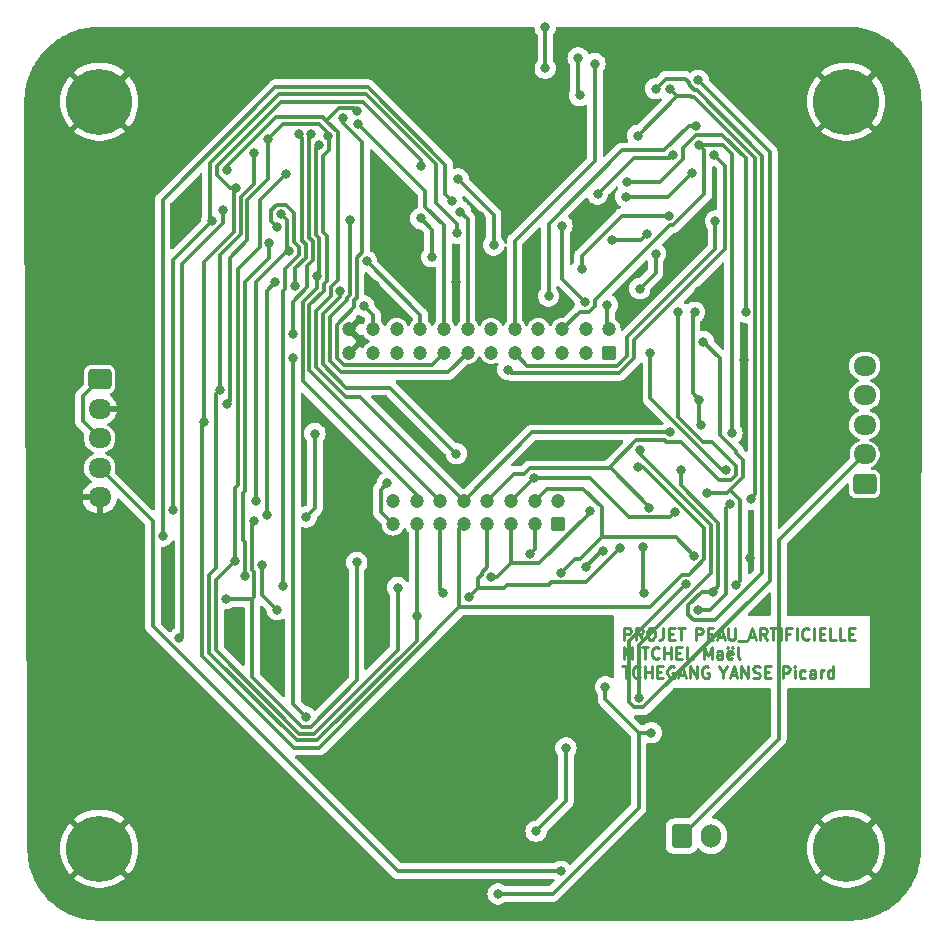
<source format=gbr>
%TF.GenerationSoftware,KiCad,Pcbnew,(7.0.0)*%
%TF.CreationDate,2024-03-05T12:29:29-03:00*%
%TF.ProjectId,pcb_peau_v1,7063625f-7065-4617-955f-76312e6b6963,rev?*%
%TF.SameCoordinates,Original*%
%TF.FileFunction,Copper,L2,Bot*%
%TF.FilePolarity,Positive*%
%FSLAX46Y46*%
G04 Gerber Fmt 4.6, Leading zero omitted, Abs format (unit mm)*
G04 Created by KiCad (PCBNEW (7.0.0)) date 2024-03-05 12:29:29*
%MOMM*%
%LPD*%
G01*
G04 APERTURE LIST*
G04 Aperture macros list*
%AMRoundRect*
0 Rectangle with rounded corners*
0 $1 Rounding radius*
0 $2 $3 $4 $5 $6 $7 $8 $9 X,Y pos of 4 corners*
0 Add a 4 corners polygon primitive as box body*
4,1,4,$2,$3,$4,$5,$6,$7,$8,$9,$2,$3,0*
0 Add four circle primitives for the rounded corners*
1,1,$1+$1,$2,$3*
1,1,$1+$1,$4,$5*
1,1,$1+$1,$6,$7*
1,1,$1+$1,$8,$9*
0 Add four rect primitives between the rounded corners*
20,1,$1+$1,$2,$3,$4,$5,0*
20,1,$1+$1,$4,$5,$6,$7,0*
20,1,$1+$1,$6,$7,$8,$9,0*
20,1,$1+$1,$8,$9,$2,$3,0*%
G04 Aperture macros list end*
%ADD10C,0.250000*%
%TA.AperFunction,NonConductor*%
%ADD11C,0.250000*%
%TD*%
%TA.AperFunction,ComponentPad*%
%ADD12C,5.600000*%
%TD*%
%TA.AperFunction,ComponentPad*%
%ADD13RoundRect,0.250000X-0.600000X-0.750000X0.600000X-0.750000X0.600000X0.750000X-0.600000X0.750000X0*%
%TD*%
%TA.AperFunction,ComponentPad*%
%ADD14O,1.700000X2.000000*%
%TD*%
%TA.AperFunction,ComponentPad*%
%ADD15RoundRect,0.250000X0.725000X-0.600000X0.725000X0.600000X-0.725000X0.600000X-0.725000X-0.600000X0*%
%TD*%
%TA.AperFunction,ComponentPad*%
%ADD16O,1.950000X1.700000*%
%TD*%
%TA.AperFunction,ComponentPad*%
%ADD17RoundRect,0.250000X0.350000X0.350000X-0.350000X0.350000X-0.350000X-0.350000X0.350000X-0.350000X0*%
%TD*%
%TA.AperFunction,ComponentPad*%
%ADD18C,1.200000*%
%TD*%
%TA.AperFunction,ComponentPad*%
%ADD19RoundRect,0.250000X-0.725000X0.600000X-0.725000X-0.600000X0.725000X-0.600000X0.725000X0.600000X0*%
%TD*%
%TA.AperFunction,ViaPad*%
%ADD20C,0.800000*%
%TD*%
%TA.AperFunction,Conductor*%
%ADD21C,0.300000*%
%TD*%
G04 APERTURE END LIST*
D10*
D11*
X219694095Y-96110380D02*
X219694095Y-95110380D01*
X219694095Y-95110380D02*
X220075047Y-95110380D01*
X220075047Y-95110380D02*
X220170285Y-95158000D01*
X220170285Y-95158000D02*
X220217904Y-95205619D01*
X220217904Y-95205619D02*
X220265523Y-95300857D01*
X220265523Y-95300857D02*
X220265523Y-95443714D01*
X220265523Y-95443714D02*
X220217904Y-95538952D01*
X220217904Y-95538952D02*
X220170285Y-95586571D01*
X220170285Y-95586571D02*
X220075047Y-95634190D01*
X220075047Y-95634190D02*
X219694095Y-95634190D01*
X221265523Y-96110380D02*
X220932190Y-95634190D01*
X220694095Y-96110380D02*
X220694095Y-95110380D01*
X220694095Y-95110380D02*
X221075047Y-95110380D01*
X221075047Y-95110380D02*
X221170285Y-95158000D01*
X221170285Y-95158000D02*
X221217904Y-95205619D01*
X221217904Y-95205619D02*
X221265523Y-95300857D01*
X221265523Y-95300857D02*
X221265523Y-95443714D01*
X221265523Y-95443714D02*
X221217904Y-95538952D01*
X221217904Y-95538952D02*
X221170285Y-95586571D01*
X221170285Y-95586571D02*
X221075047Y-95634190D01*
X221075047Y-95634190D02*
X220694095Y-95634190D01*
X221884571Y-95110380D02*
X222075047Y-95110380D01*
X222075047Y-95110380D02*
X222170285Y-95158000D01*
X222170285Y-95158000D02*
X222265523Y-95253238D01*
X222265523Y-95253238D02*
X222313142Y-95443714D01*
X222313142Y-95443714D02*
X222313142Y-95777047D01*
X222313142Y-95777047D02*
X222265523Y-95967523D01*
X222265523Y-95967523D02*
X222170285Y-96062761D01*
X222170285Y-96062761D02*
X222075047Y-96110380D01*
X222075047Y-96110380D02*
X221884571Y-96110380D01*
X221884571Y-96110380D02*
X221789333Y-96062761D01*
X221789333Y-96062761D02*
X221694095Y-95967523D01*
X221694095Y-95967523D02*
X221646476Y-95777047D01*
X221646476Y-95777047D02*
X221646476Y-95443714D01*
X221646476Y-95443714D02*
X221694095Y-95253238D01*
X221694095Y-95253238D02*
X221789333Y-95158000D01*
X221789333Y-95158000D02*
X221884571Y-95110380D01*
X223027428Y-95110380D02*
X223027428Y-95824666D01*
X223027428Y-95824666D02*
X222979809Y-95967523D01*
X222979809Y-95967523D02*
X222884571Y-96062761D01*
X222884571Y-96062761D02*
X222741714Y-96110380D01*
X222741714Y-96110380D02*
X222646476Y-96110380D01*
X223503619Y-95586571D02*
X223836952Y-95586571D01*
X223979809Y-96110380D02*
X223503619Y-96110380D01*
X223503619Y-96110380D02*
X223503619Y-95110380D01*
X223503619Y-95110380D02*
X223979809Y-95110380D01*
X224265524Y-95110380D02*
X224836952Y-95110380D01*
X224551238Y-96110380D02*
X224551238Y-95110380D01*
X225770286Y-96110380D02*
X225770286Y-95110380D01*
X225770286Y-95110380D02*
X226151238Y-95110380D01*
X226151238Y-95110380D02*
X226246476Y-95158000D01*
X226246476Y-95158000D02*
X226294095Y-95205619D01*
X226294095Y-95205619D02*
X226341714Y-95300857D01*
X226341714Y-95300857D02*
X226341714Y-95443714D01*
X226341714Y-95443714D02*
X226294095Y-95538952D01*
X226294095Y-95538952D02*
X226246476Y-95586571D01*
X226246476Y-95586571D02*
X226151238Y-95634190D01*
X226151238Y-95634190D02*
X225770286Y-95634190D01*
X226770286Y-95586571D02*
X227103619Y-95586571D01*
X227246476Y-96110380D02*
X226770286Y-96110380D01*
X226770286Y-96110380D02*
X226770286Y-95110380D01*
X226770286Y-95110380D02*
X227246476Y-95110380D01*
X227627429Y-95824666D02*
X228103619Y-95824666D01*
X227532191Y-96110380D02*
X227865524Y-95110380D01*
X227865524Y-95110380D02*
X228198857Y-96110380D01*
X228532191Y-95110380D02*
X228532191Y-95919904D01*
X228532191Y-95919904D02*
X228579810Y-96015142D01*
X228579810Y-96015142D02*
X228627429Y-96062761D01*
X228627429Y-96062761D02*
X228722667Y-96110380D01*
X228722667Y-96110380D02*
X228913143Y-96110380D01*
X228913143Y-96110380D02*
X229008381Y-96062761D01*
X229008381Y-96062761D02*
X229056000Y-96015142D01*
X229056000Y-96015142D02*
X229103619Y-95919904D01*
X229103619Y-95919904D02*
X229103619Y-95110380D01*
X229341715Y-96205619D02*
X230103619Y-96205619D01*
X230294096Y-95824666D02*
X230770286Y-95824666D01*
X230198858Y-96110380D02*
X230532191Y-95110380D01*
X230532191Y-95110380D02*
X230865524Y-96110380D01*
X231770286Y-96110380D02*
X231436953Y-95634190D01*
X231198858Y-96110380D02*
X231198858Y-95110380D01*
X231198858Y-95110380D02*
X231579810Y-95110380D01*
X231579810Y-95110380D02*
X231675048Y-95158000D01*
X231675048Y-95158000D02*
X231722667Y-95205619D01*
X231722667Y-95205619D02*
X231770286Y-95300857D01*
X231770286Y-95300857D02*
X231770286Y-95443714D01*
X231770286Y-95443714D02*
X231722667Y-95538952D01*
X231722667Y-95538952D02*
X231675048Y-95586571D01*
X231675048Y-95586571D02*
X231579810Y-95634190D01*
X231579810Y-95634190D02*
X231198858Y-95634190D01*
X232056001Y-95110380D02*
X232627429Y-95110380D01*
X232341715Y-96110380D02*
X232341715Y-95110380D01*
X232960763Y-96110380D02*
X232960763Y-95110380D01*
X233770286Y-95586571D02*
X233436953Y-95586571D01*
X233436953Y-96110380D02*
X233436953Y-95110380D01*
X233436953Y-95110380D02*
X233913143Y-95110380D01*
X234294096Y-96110380D02*
X234294096Y-95110380D01*
X235341714Y-96015142D02*
X235294095Y-96062761D01*
X235294095Y-96062761D02*
X235151238Y-96110380D01*
X235151238Y-96110380D02*
X235056000Y-96110380D01*
X235056000Y-96110380D02*
X234913143Y-96062761D01*
X234913143Y-96062761D02*
X234817905Y-95967523D01*
X234817905Y-95967523D02*
X234770286Y-95872285D01*
X234770286Y-95872285D02*
X234722667Y-95681809D01*
X234722667Y-95681809D02*
X234722667Y-95538952D01*
X234722667Y-95538952D02*
X234770286Y-95348476D01*
X234770286Y-95348476D02*
X234817905Y-95253238D01*
X234817905Y-95253238D02*
X234913143Y-95158000D01*
X234913143Y-95158000D02*
X235056000Y-95110380D01*
X235056000Y-95110380D02*
X235151238Y-95110380D01*
X235151238Y-95110380D02*
X235294095Y-95158000D01*
X235294095Y-95158000D02*
X235341714Y-95205619D01*
X235770286Y-96110380D02*
X235770286Y-95110380D01*
X236246476Y-95586571D02*
X236579809Y-95586571D01*
X236722666Y-96110380D02*
X236246476Y-96110380D01*
X236246476Y-96110380D02*
X236246476Y-95110380D01*
X236246476Y-95110380D02*
X236722666Y-95110380D01*
X237627428Y-96110380D02*
X237151238Y-96110380D01*
X237151238Y-96110380D02*
X237151238Y-95110380D01*
X238436952Y-96110380D02*
X237960762Y-96110380D01*
X237960762Y-96110380D02*
X237960762Y-95110380D01*
X238770286Y-95586571D02*
X239103619Y-95586571D01*
X239246476Y-96110380D02*
X238770286Y-96110380D01*
X238770286Y-96110380D02*
X238770286Y-95110380D01*
X238770286Y-95110380D02*
X239246476Y-95110380D01*
X219694095Y-97730380D02*
X219694095Y-96730380D01*
X219694095Y-96730380D02*
X220027428Y-97444666D01*
X220027428Y-97444666D02*
X220360761Y-96730380D01*
X220360761Y-96730380D02*
X220360761Y-97730380D01*
X220836952Y-97730380D02*
X220836952Y-96730380D01*
X221170285Y-96730380D02*
X221741713Y-96730380D01*
X221455999Y-97730380D02*
X221455999Y-96730380D01*
X222646475Y-97635142D02*
X222598856Y-97682761D01*
X222598856Y-97682761D02*
X222455999Y-97730380D01*
X222455999Y-97730380D02*
X222360761Y-97730380D01*
X222360761Y-97730380D02*
X222217904Y-97682761D01*
X222217904Y-97682761D02*
X222122666Y-97587523D01*
X222122666Y-97587523D02*
X222075047Y-97492285D01*
X222075047Y-97492285D02*
X222027428Y-97301809D01*
X222027428Y-97301809D02*
X222027428Y-97158952D01*
X222027428Y-97158952D02*
X222075047Y-96968476D01*
X222075047Y-96968476D02*
X222122666Y-96873238D01*
X222122666Y-96873238D02*
X222217904Y-96778000D01*
X222217904Y-96778000D02*
X222360761Y-96730380D01*
X222360761Y-96730380D02*
X222455999Y-96730380D01*
X222455999Y-96730380D02*
X222598856Y-96778000D01*
X222598856Y-96778000D02*
X222646475Y-96825619D01*
X223075047Y-97730380D02*
X223075047Y-96730380D01*
X223075047Y-97206571D02*
X223646475Y-97206571D01*
X223646475Y-97730380D02*
X223646475Y-96730380D01*
X224122666Y-97206571D02*
X224455999Y-97206571D01*
X224598856Y-97730380D02*
X224122666Y-97730380D01*
X224122666Y-97730380D02*
X224122666Y-96730380D01*
X224122666Y-96730380D02*
X224598856Y-96730380D01*
X225503618Y-97730380D02*
X225027428Y-97730380D01*
X225027428Y-97730380D02*
X225027428Y-96730380D01*
X226436952Y-97730380D02*
X226436952Y-96730380D01*
X226436952Y-96730380D02*
X226770285Y-97444666D01*
X226770285Y-97444666D02*
X227103618Y-96730380D01*
X227103618Y-96730380D02*
X227103618Y-97730380D01*
X228008380Y-97730380D02*
X228008380Y-97206571D01*
X228008380Y-97206571D02*
X227960761Y-97111333D01*
X227960761Y-97111333D02*
X227865523Y-97063714D01*
X227865523Y-97063714D02*
X227675047Y-97063714D01*
X227675047Y-97063714D02*
X227579809Y-97111333D01*
X228008380Y-97682761D02*
X227913142Y-97730380D01*
X227913142Y-97730380D02*
X227675047Y-97730380D01*
X227675047Y-97730380D02*
X227579809Y-97682761D01*
X227579809Y-97682761D02*
X227532190Y-97587523D01*
X227532190Y-97587523D02*
X227532190Y-97492285D01*
X227532190Y-97492285D02*
X227579809Y-97397047D01*
X227579809Y-97397047D02*
X227675047Y-97349428D01*
X227675047Y-97349428D02*
X227913142Y-97349428D01*
X227913142Y-97349428D02*
X228008380Y-97301809D01*
X228865523Y-97682761D02*
X228770285Y-97730380D01*
X228770285Y-97730380D02*
X228579809Y-97730380D01*
X228579809Y-97730380D02*
X228484571Y-97682761D01*
X228484571Y-97682761D02*
X228436952Y-97587523D01*
X228436952Y-97587523D02*
X228436952Y-97206571D01*
X228436952Y-97206571D02*
X228484571Y-97111333D01*
X228484571Y-97111333D02*
X228579809Y-97063714D01*
X228579809Y-97063714D02*
X228770285Y-97063714D01*
X228770285Y-97063714D02*
X228865523Y-97111333D01*
X228865523Y-97111333D02*
X228913142Y-97206571D01*
X228913142Y-97206571D02*
X228913142Y-97301809D01*
X228913142Y-97301809D02*
X228436952Y-97397047D01*
X228484571Y-96730380D02*
X228532190Y-96778000D01*
X228532190Y-96778000D02*
X228484571Y-96825619D01*
X228484571Y-96825619D02*
X228436952Y-96778000D01*
X228436952Y-96778000D02*
X228484571Y-96730380D01*
X228484571Y-96730380D02*
X228484571Y-96825619D01*
X228865523Y-96730380D02*
X228913142Y-96778000D01*
X228913142Y-96778000D02*
X228865523Y-96825619D01*
X228865523Y-96825619D02*
X228817904Y-96778000D01*
X228817904Y-96778000D02*
X228865523Y-96730380D01*
X228865523Y-96730380D02*
X228865523Y-96825619D01*
X229484571Y-97730380D02*
X229389333Y-97682761D01*
X229389333Y-97682761D02*
X229341714Y-97587523D01*
X229341714Y-97587523D02*
X229341714Y-96730380D01*
X219551238Y-98350380D02*
X220122666Y-98350380D01*
X219836952Y-99350380D02*
X219836952Y-98350380D01*
X221027428Y-99255142D02*
X220979809Y-99302761D01*
X220979809Y-99302761D02*
X220836952Y-99350380D01*
X220836952Y-99350380D02*
X220741714Y-99350380D01*
X220741714Y-99350380D02*
X220598857Y-99302761D01*
X220598857Y-99302761D02*
X220503619Y-99207523D01*
X220503619Y-99207523D02*
X220456000Y-99112285D01*
X220456000Y-99112285D02*
X220408381Y-98921809D01*
X220408381Y-98921809D02*
X220408381Y-98778952D01*
X220408381Y-98778952D02*
X220456000Y-98588476D01*
X220456000Y-98588476D02*
X220503619Y-98493238D01*
X220503619Y-98493238D02*
X220598857Y-98398000D01*
X220598857Y-98398000D02*
X220741714Y-98350380D01*
X220741714Y-98350380D02*
X220836952Y-98350380D01*
X220836952Y-98350380D02*
X220979809Y-98398000D01*
X220979809Y-98398000D02*
X221027428Y-98445619D01*
X221456000Y-99350380D02*
X221456000Y-98350380D01*
X221456000Y-98826571D02*
X222027428Y-98826571D01*
X222027428Y-99350380D02*
X222027428Y-98350380D01*
X222503619Y-98826571D02*
X222836952Y-98826571D01*
X222979809Y-99350380D02*
X222503619Y-99350380D01*
X222503619Y-99350380D02*
X222503619Y-98350380D01*
X222503619Y-98350380D02*
X222979809Y-98350380D01*
X223932190Y-98398000D02*
X223836952Y-98350380D01*
X223836952Y-98350380D02*
X223694095Y-98350380D01*
X223694095Y-98350380D02*
X223551238Y-98398000D01*
X223551238Y-98398000D02*
X223456000Y-98493238D01*
X223456000Y-98493238D02*
X223408381Y-98588476D01*
X223408381Y-98588476D02*
X223360762Y-98778952D01*
X223360762Y-98778952D02*
X223360762Y-98921809D01*
X223360762Y-98921809D02*
X223408381Y-99112285D01*
X223408381Y-99112285D02*
X223456000Y-99207523D01*
X223456000Y-99207523D02*
X223551238Y-99302761D01*
X223551238Y-99302761D02*
X223694095Y-99350380D01*
X223694095Y-99350380D02*
X223789333Y-99350380D01*
X223789333Y-99350380D02*
X223932190Y-99302761D01*
X223932190Y-99302761D02*
X223979809Y-99255142D01*
X223979809Y-99255142D02*
X223979809Y-98921809D01*
X223979809Y-98921809D02*
X223789333Y-98921809D01*
X224360762Y-99064666D02*
X224836952Y-99064666D01*
X224265524Y-99350380D02*
X224598857Y-98350380D01*
X224598857Y-98350380D02*
X224932190Y-99350380D01*
X225265524Y-99350380D02*
X225265524Y-98350380D01*
X225265524Y-98350380D02*
X225836952Y-99350380D01*
X225836952Y-99350380D02*
X225836952Y-98350380D01*
X226836952Y-98398000D02*
X226741714Y-98350380D01*
X226741714Y-98350380D02*
X226598857Y-98350380D01*
X226598857Y-98350380D02*
X226456000Y-98398000D01*
X226456000Y-98398000D02*
X226360762Y-98493238D01*
X226360762Y-98493238D02*
X226313143Y-98588476D01*
X226313143Y-98588476D02*
X226265524Y-98778952D01*
X226265524Y-98778952D02*
X226265524Y-98921809D01*
X226265524Y-98921809D02*
X226313143Y-99112285D01*
X226313143Y-99112285D02*
X226360762Y-99207523D01*
X226360762Y-99207523D02*
X226456000Y-99302761D01*
X226456000Y-99302761D02*
X226598857Y-99350380D01*
X226598857Y-99350380D02*
X226694095Y-99350380D01*
X226694095Y-99350380D02*
X226836952Y-99302761D01*
X226836952Y-99302761D02*
X226884571Y-99255142D01*
X226884571Y-99255142D02*
X226884571Y-98921809D01*
X226884571Y-98921809D02*
X226694095Y-98921809D01*
X228103619Y-98874190D02*
X228103619Y-99350380D01*
X227770286Y-98350380D02*
X228103619Y-98874190D01*
X228103619Y-98874190D02*
X228436952Y-98350380D01*
X228722667Y-99064666D02*
X229198857Y-99064666D01*
X228627429Y-99350380D02*
X228960762Y-98350380D01*
X228960762Y-98350380D02*
X229294095Y-99350380D01*
X229627429Y-99350380D02*
X229627429Y-98350380D01*
X229627429Y-98350380D02*
X230198857Y-99350380D01*
X230198857Y-99350380D02*
X230198857Y-98350380D01*
X230627429Y-99302761D02*
X230770286Y-99350380D01*
X230770286Y-99350380D02*
X231008381Y-99350380D01*
X231008381Y-99350380D02*
X231103619Y-99302761D01*
X231103619Y-99302761D02*
X231151238Y-99255142D01*
X231151238Y-99255142D02*
X231198857Y-99159904D01*
X231198857Y-99159904D02*
X231198857Y-99064666D01*
X231198857Y-99064666D02*
X231151238Y-98969428D01*
X231151238Y-98969428D02*
X231103619Y-98921809D01*
X231103619Y-98921809D02*
X231008381Y-98874190D01*
X231008381Y-98874190D02*
X230817905Y-98826571D01*
X230817905Y-98826571D02*
X230722667Y-98778952D01*
X230722667Y-98778952D02*
X230675048Y-98731333D01*
X230675048Y-98731333D02*
X230627429Y-98636095D01*
X230627429Y-98636095D02*
X230627429Y-98540857D01*
X230627429Y-98540857D02*
X230675048Y-98445619D01*
X230675048Y-98445619D02*
X230722667Y-98398000D01*
X230722667Y-98398000D02*
X230817905Y-98350380D01*
X230817905Y-98350380D02*
X231056000Y-98350380D01*
X231056000Y-98350380D02*
X231198857Y-98398000D01*
X231627429Y-98826571D02*
X231960762Y-98826571D01*
X232103619Y-99350380D02*
X231627429Y-99350380D01*
X231627429Y-99350380D02*
X231627429Y-98350380D01*
X231627429Y-98350380D02*
X232103619Y-98350380D01*
X233132191Y-99350380D02*
X233132191Y-98350380D01*
X233132191Y-98350380D02*
X233513143Y-98350380D01*
X233513143Y-98350380D02*
X233608381Y-98398000D01*
X233608381Y-98398000D02*
X233656000Y-98445619D01*
X233656000Y-98445619D02*
X233703619Y-98540857D01*
X233703619Y-98540857D02*
X233703619Y-98683714D01*
X233703619Y-98683714D02*
X233656000Y-98778952D01*
X233656000Y-98778952D02*
X233608381Y-98826571D01*
X233608381Y-98826571D02*
X233513143Y-98874190D01*
X233513143Y-98874190D02*
X233132191Y-98874190D01*
X234132191Y-99350380D02*
X234132191Y-98683714D01*
X234132191Y-98350380D02*
X234084572Y-98398000D01*
X234084572Y-98398000D02*
X234132191Y-98445619D01*
X234132191Y-98445619D02*
X234179810Y-98398000D01*
X234179810Y-98398000D02*
X234132191Y-98350380D01*
X234132191Y-98350380D02*
X234132191Y-98445619D01*
X235036952Y-99302761D02*
X234941714Y-99350380D01*
X234941714Y-99350380D02*
X234751238Y-99350380D01*
X234751238Y-99350380D02*
X234656000Y-99302761D01*
X234656000Y-99302761D02*
X234608381Y-99255142D01*
X234608381Y-99255142D02*
X234560762Y-99159904D01*
X234560762Y-99159904D02*
X234560762Y-98874190D01*
X234560762Y-98874190D02*
X234608381Y-98778952D01*
X234608381Y-98778952D02*
X234656000Y-98731333D01*
X234656000Y-98731333D02*
X234751238Y-98683714D01*
X234751238Y-98683714D02*
X234941714Y-98683714D01*
X234941714Y-98683714D02*
X235036952Y-98731333D01*
X235894095Y-99350380D02*
X235894095Y-98826571D01*
X235894095Y-98826571D02*
X235846476Y-98731333D01*
X235846476Y-98731333D02*
X235751238Y-98683714D01*
X235751238Y-98683714D02*
X235560762Y-98683714D01*
X235560762Y-98683714D02*
X235465524Y-98731333D01*
X235894095Y-99302761D02*
X235798857Y-99350380D01*
X235798857Y-99350380D02*
X235560762Y-99350380D01*
X235560762Y-99350380D02*
X235465524Y-99302761D01*
X235465524Y-99302761D02*
X235417905Y-99207523D01*
X235417905Y-99207523D02*
X235417905Y-99112285D01*
X235417905Y-99112285D02*
X235465524Y-99017047D01*
X235465524Y-99017047D02*
X235560762Y-98969428D01*
X235560762Y-98969428D02*
X235798857Y-98969428D01*
X235798857Y-98969428D02*
X235894095Y-98921809D01*
X236370286Y-99350380D02*
X236370286Y-98683714D01*
X236370286Y-98874190D02*
X236417905Y-98778952D01*
X236417905Y-98778952D02*
X236465524Y-98731333D01*
X236465524Y-98731333D02*
X236560762Y-98683714D01*
X236560762Y-98683714D02*
X236656000Y-98683714D01*
X237417905Y-99350380D02*
X237417905Y-98350380D01*
X237417905Y-99302761D02*
X237322667Y-99350380D01*
X237322667Y-99350380D02*
X237132191Y-99350380D01*
X237132191Y-99350380D02*
X237036953Y-99302761D01*
X237036953Y-99302761D02*
X236989334Y-99255142D01*
X236989334Y-99255142D02*
X236941715Y-99159904D01*
X236941715Y-99159904D02*
X236941715Y-98874190D01*
X236941715Y-98874190D02*
X236989334Y-98778952D01*
X236989334Y-98778952D02*
X237036953Y-98731333D01*
X237036953Y-98731333D02*
X237132191Y-98683714D01*
X237132191Y-98683714D02*
X237322667Y-98683714D01*
X237322667Y-98683714D02*
X237417905Y-98731333D01*
D12*
%TO.P,H1,1,1*%
%TO.N,0*%
X175260000Y-50546000D03*
%TD*%
D13*
%TO.P,J3,1,Pin_1*%
%TO.N,AOP0IN+*%
X224556000Y-112730000D03*
D14*
%TO.P,J3,2,Pin_2*%
%TO.N,GND*%
X227055999Y-112729999D03*
%TD*%
D12*
%TO.P,H3,1,1*%
%TO.N,0*%
X238506000Y-113792000D03*
%TD*%
%TO.P,H4,1,1*%
%TO.N,0*%
X175260000Y-113792000D03*
%TD*%
%TO.P,H2,1,1*%
%TO.N,0*%
X238506000Y-50546000D03*
%TD*%
D15*
%TO.P,J2,1,Pin_1*%
%TO.N,1-ENTREE*%
X240062000Y-82906000D03*
D16*
%TO.P,J2,2,Pin_2*%
%TO.N,AOP0IN+*%
X240061999Y-80405999D03*
%TO.P,J2,3,Pin_3*%
%TO.N,2-ENTREE*%
X240061999Y-77905999D03*
%TO.P,J2,4,Pin_4*%
%TO.N,unconnected-(J2-Pin_4-Pad4)*%
X240061999Y-75405999D03*
%TO.P,J2,5,Pin_5*%
%TO.N,unconnected-(J2-Pin_5-Pad5)*%
X240061999Y-72905999D03*
%TD*%
D17*
%TO.P,J4,1,Pin_1*%
%TO.N,Net-(J4-Pin_1)*%
X214122000Y-86328000D03*
D18*
%TO.P,J4,2,Pin_2*%
%TO.N,Net-(J4-Pin_2)*%
X214122000Y-84328000D03*
%TO.P,J4,3,Pin_3*%
%TO.N,Net-(J4-Pin_3)*%
X212122000Y-86328000D03*
%TO.P,J4,4,Pin_4*%
%TO.N,Net-(J4-Pin_4)*%
X212122000Y-84328000D03*
%TO.P,J4,5,Pin_5*%
%TO.N,Net-(J4-Pin_5)*%
X210122000Y-86328000D03*
%TO.P,J4,6,Pin_6*%
%TO.N,Net-(J4-Pin_6)*%
X210122000Y-84328000D03*
%TO.P,J4,7,Pin_7*%
%TO.N,Net-(J4-Pin_7)*%
X208122000Y-86328000D03*
%TO.P,J4,8,Pin_8*%
%TO.N,Net-(J4-Pin_8)*%
X208122000Y-84328000D03*
%TO.P,J4,9,Pin_9*%
%TO.N,Net-(J4-Pin_9)*%
X206122000Y-86328000D03*
%TO.P,J4,10,Pin_10*%
%TO.N,Net-(J4-Pin_10)*%
X206122000Y-84328000D03*
%TO.P,J4,11,Pin_11*%
%TO.N,Net-(J4-Pin_11)*%
X204122000Y-86328000D03*
%TO.P,J4,12,Pin_12*%
%TO.N,Net-(J4-Pin_12)*%
X204122000Y-84328000D03*
%TO.P,J4,13,Pin_13*%
%TO.N,Net-(J4-Pin_13)*%
X202122000Y-86328000D03*
%TO.P,J4,14,Pin_14*%
%TO.N,Net-(J4-Pin_14)*%
X202122000Y-84328000D03*
%TO.P,J4,15,Pin_15*%
%TO.N,Net-(J4-Pin_15)*%
X200122000Y-86328000D03*
%TO.P,J4,16,Pin_16*%
%TO.N,Net-(J4-Pin_16)*%
X200122000Y-84328000D03*
%TD*%
D19*
%TO.P,J1,1,Pin_1*%
%TO.N,+5V*%
X175292000Y-74042000D03*
D16*
%TO.P,J1,2,Pin_2*%
%TO.N,0*%
X175291999Y-76541999D03*
%TO.P,J1,3,Pin_3*%
%TO.N,+5V*%
X175291999Y-79041999D03*
%TO.P,J1,4,Pin_4*%
%TO.N,+12V*%
X175291999Y-81541999D03*
%TO.P,J1,5,Pin_5*%
%TO.N,0*%
X175291999Y-84041999D03*
%TD*%
D17*
%TO.P,J5,1,Pin_1*%
%TO.N,unconnected-(J5-Pin_1-Pad1)*%
X218440000Y-71818000D03*
D18*
%TO.P,J5,2,Pin_2*%
%TO.N,A1*%
X218440000Y-69818000D03*
%TO.P,J5,3,Pin_3*%
%TO.N,B1*%
X216440000Y-71818000D03*
%TO.P,J5,4,Pin_4*%
%TO.N,C1*%
X216440000Y-69818000D03*
%TO.P,J5,5,Pin_5*%
%TO.N,D1*%
X214440000Y-71818000D03*
%TO.P,J5,6,Pin_6*%
%TO.N,NE1*%
X214440000Y-69818000D03*
%TO.P,J5,7,Pin_7*%
%TO.N,unconnected-(J5-Pin_7-Pad7)*%
X212440000Y-71818000D03*
%TO.P,J5,8,Pin_8*%
%TO.N,A3*%
X212440000Y-69818000D03*
%TO.P,J5,9,Pin_9*%
%TO.N,B3*%
X210440000Y-71818000D03*
%TO.P,J5,10,Pin_10*%
%TO.N,C3*%
X210440000Y-69818000D03*
%TO.P,J5,11,Pin_11*%
%TO.N,D3*%
X208440000Y-71818000D03*
%TO.P,J5,12,Pin_12*%
%TO.N,unconnected-(J5-Pin_12-Pad12)*%
X208440000Y-69818000D03*
%TO.P,J5,13,Pin_13*%
%TO.N,A4*%
X206440000Y-71818000D03*
%TO.P,J5,14,Pin_14*%
%TO.N,B4*%
X206440000Y-69818000D03*
%TO.P,J5,15,Pin_15*%
%TO.N,C4*%
X204440000Y-71818000D03*
%TO.P,J5,16,Pin_16*%
%TO.N,D4*%
X204440000Y-69818000D03*
%TO.P,J5,17,Pin_17*%
%TO.N,NE2*%
X202440000Y-71818000D03*
%TO.P,J5,18,Pin_18*%
%TO.N,A2*%
X202440000Y-69818000D03*
%TO.P,J5,19,Pin_19*%
%TO.N,B2*%
X200440000Y-71818000D03*
%TO.P,J5,20,Pin_20*%
%TO.N,C2*%
X200440000Y-69818000D03*
%TO.P,J5,21,Pin_21*%
%TO.N,D2*%
X198440000Y-71818000D03*
%TO.P,J5,22,Pin_22*%
%TO.N,TRIOAOP1*%
X198440000Y-69818000D03*
%TO.P,J5,23,Pin_23*%
%TO.N,0*%
X196440000Y-71818000D03*
%TO.P,J5,24,Pin_24*%
X196440000Y-69818000D03*
%TD*%
D20*
%TO.N,A4*%
X196485200Y-60527000D03*
%TO.N,Net-(J4-Pin_3)*%
X216428109Y-89944441D03*
X217901125Y-88615125D03*
%TO.N,0*%
X236982000Y-101092000D03*
X230378000Y-89154000D03*
X206248000Y-82042000D03*
X198628000Y-66040000D03*
X181864000Y-61722000D03*
X231648000Y-93472000D03*
X181102000Y-91186000D03*
X194818000Y-93980000D03*
X194818000Y-91694000D03*
X196596000Y-85598000D03*
X215646000Y-80264000D03*
X208026000Y-78740000D03*
X203708000Y-75438000D03*
X196088000Y-81534000D03*
X192786000Y-76200000D03*
X219456000Y-66802000D03*
X224790000Y-64008000D03*
X226060000Y-66548000D03*
X229870000Y-72390000D03*
X227584000Y-69342000D03*
X205486000Y-65786000D03*
X211582000Y-65786000D03*
X199644000Y-56896000D03*
X201168000Y-63754000D03*
X202184000Y-66040000D03*
X208280000Y-65786000D03*
X210566000Y-53340000D03*
X207518000Y-60198000D03*
X216662000Y-60198000D03*
X210566000Y-60198000D03*
X210058000Y-57150000D03*
X204470000Y-51308000D03*
X187706000Y-104648000D03*
X188722000Y-106934000D03*
X189992000Y-97536000D03*
X186944000Y-95758000D03*
X210058000Y-100838000D03*
X208534000Y-98298000D03*
X206756000Y-105156000D03*
X218186000Y-107950000D03*
X226314000Y-105410000D03*
%TO.N,AOP1*%
X182045600Y-95990000D03*
X185761000Y-59712600D03*
%TO.N,-5V*%
X222004500Y-103972200D03*
X218105800Y-100089400D03*
X209026800Y-117628400D03*
%TO.N,Net-(U2A-+)*%
X214767000Y-105251500D03*
X212243000Y-112311400D03*
%TO.N,TRIOAOP1*%
X192747900Y-102629800D03*
X191645900Y-72212900D03*
X197670600Y-67841100D03*
%TO.N,B2*%
X193512000Y-78637100D03*
X192775300Y-85707200D03*
%TO.N,A2*%
X197899100Y-64062900D03*
X190151400Y-65844100D03*
X189455600Y-85533700D03*
%TO.N,NE2*%
X191645800Y-70187500D03*
X193215501Y-53254000D03*
%TO.N,D4*%
X197142100Y-52424800D03*
%TO.N,C4*%
X195920100Y-51924700D03*
%TO.N,B4*%
X205808300Y-59840700D03*
%TO.N,D3*%
X209854600Y-73232600D03*
X227310800Y-55050725D03*
%TO.N,C3*%
X217219700Y-47316500D03*
%TO.N,B3*%
X227418800Y-60655300D03*
%TO.N,NE1*%
X226073725Y-54231225D03*
X228821500Y-78591800D03*
%TO.N,C1*%
X221917100Y-71822900D03*
X228309600Y-81720600D03*
%TO.N,A1*%
X218285000Y-67745700D03*
%TO.N,Net-(J4-Pin_16)*%
X191840600Y-66125800D03*
X192135400Y-53278700D03*
X213305000Y-67010900D03*
X225806000Y-52578000D03*
%TO.N,Net-(J4-Pin_15)*%
X225658500Y-68362800D03*
X226234000Y-77943900D03*
X226063600Y-75799300D03*
X199639900Y-82852000D03*
X213014300Y-44248200D03*
X213014300Y-47711700D03*
%TO.N,Net-(J4-Pin_14)*%
X193852600Y-54216154D03*
X220837000Y-53409800D03*
X223586800Y-49456000D03*
X193687000Y-65271800D03*
X230420000Y-84184800D03*
%TO.N,Net-(J4-Pin_13)*%
X188337600Y-54896300D03*
X185506000Y-74913500D03*
X202175600Y-94095600D03*
X225964700Y-93579400D03*
X228689700Y-84644500D03*
%TO.N,Net-(J4-Pin_12)*%
X186077900Y-76118700D03*
X189552200Y-53714300D03*
X194590200Y-53441700D03*
%TO.N,Net-(J4-Pin_11)*%
X224510800Y-81721100D03*
X227196700Y-92066500D03*
X204388700Y-92114500D03*
X222362500Y-49442000D03*
%TO.N,Net-(J4-Pin_10)*%
X223622100Y-78536900D03*
X186034800Y-56337300D03*
X197115300Y-51352800D03*
%TO.N,Net-(J4-Pin_9)*%
X186853700Y-57843200D03*
X184112100Y-77703400D03*
X220866900Y-81440900D03*
X202489700Y-55995200D03*
%TO.N,Net-(J4-Pin_8)*%
X221841500Y-84924700D03*
X224269500Y-68311700D03*
X216398400Y-67500400D03*
X214425700Y-61028000D03*
X205516700Y-61664600D03*
X184797300Y-60618700D03*
X181474600Y-85090800D03*
%TO.N,Net-(J4-Pin_7)*%
X219312900Y-88362300D03*
X205650100Y-57093900D03*
X208661500Y-62677600D03*
X206544400Y-92500100D03*
X187560000Y-90713200D03*
X189659600Y-62477600D03*
%TO.N,Net-(J4-Pin_6)*%
X191347300Y-63169000D03*
X195663300Y-66576400D03*
X205483800Y-80344700D03*
X212055200Y-82404700D03*
X224019500Y-85304100D03*
X188530600Y-84353800D03*
X216110100Y-64729300D03*
X223516200Y-60190100D03*
X190642500Y-60079500D03*
%TO.N,Net-(J4-Pin_5)*%
X191099100Y-56643300D03*
X186738100Y-89458000D03*
X217446900Y-58361000D03*
X223872100Y-55027600D03*
X208450600Y-90806600D03*
X200515000Y-91684100D03*
X216801500Y-85230400D03*
%TO.N,Net-(J4-Pin_4)*%
X225622700Y-88970400D03*
X214376000Y-90425700D03*
X218662800Y-62283500D03*
X221658700Y-61766200D03*
X190826400Y-91558448D03*
X190335400Y-61156900D03*
%TO.N,Net-(J4-Pin_3)*%
X225417000Y-56591900D03*
X188317000Y-86051700D03*
X197062700Y-89557500D03*
X211751300Y-88806400D03*
X219818800Y-58575200D03*
X205128800Y-58933900D03*
X180623000Y-87304200D03*
X185952900Y-92634100D03*
%TO.N,Net-(J4-Pin_2)*%
X203414000Y-63677300D03*
X202474300Y-60430100D03*
X226728500Y-83673800D03*
X226389500Y-70854700D03*
X221028300Y-66365800D03*
X222356500Y-63412200D03*
X229174500Y-91470100D03*
X190306500Y-93544900D03*
X189035600Y-89777100D03*
%TO.N,Net-(J4-Pin_1)*%
X224944900Y-91402300D03*
X225970800Y-48733600D03*
%TO.N,2-ENTREE*%
X229986300Y-68367000D03*
X219965800Y-57329200D03*
%TO.N,1-ENTREE*%
X221252800Y-88284400D03*
X221409600Y-92158600D03*
%TO.N,+12V*%
X214347300Y-115691000D03*
%TO.N,+5V*%
X221074800Y-80062800D03*
X220943200Y-100990800D03*
X215804900Y-46824500D03*
X215929900Y-50014200D03*
%TD*%
D21*
%TO.N,Net-(J4-Pin_4)*%
X189820600Y-60642100D02*
X190335400Y-61156900D01*
X189820600Y-59714800D02*
X189820600Y-60642100D01*
X190284200Y-59251200D02*
X189820600Y-59714800D01*
X191042300Y-59251200D02*
X190284200Y-59251200D01*
X192169200Y-62828600D02*
X191730800Y-62390200D01*
X192169200Y-63509400D02*
X192169200Y-62828600D01*
X190973400Y-66421200D02*
X190973400Y-64705200D01*
X190809100Y-91541148D02*
X190809100Y-66585500D01*
X190809100Y-66585500D02*
X190973400Y-66421200D01*
X190826400Y-91558448D02*
X190809100Y-91541148D01*
X191730800Y-62390200D02*
X191730800Y-59939700D01*
X190973400Y-64705200D02*
X192169200Y-63509400D01*
X191730800Y-59939700D02*
X191042300Y-59251200D01*
%TO.N,D3*%
X210140500Y-73518500D02*
X209854600Y-73232600D01*
X219288000Y-73518500D02*
X210140500Y-73518500D01*
X228240900Y-62983900D02*
X220522100Y-70702700D01*
X220522100Y-72284400D02*
X219288000Y-73518500D01*
X227310800Y-55050725D02*
X228240900Y-55980825D01*
X228240900Y-55980825D02*
X228240900Y-62983900D01*
X220522100Y-70702700D02*
X220522100Y-72284400D01*
%TO.N,NE1*%
X228088919Y-54231225D02*
X228821500Y-54963806D01*
X226073725Y-54231225D02*
X228088919Y-54231225D01*
X228821500Y-54963806D02*
X228821500Y-78591800D01*
X215935700Y-68322300D02*
X214440000Y-69818000D01*
X216738800Y-68322300D02*
X215935700Y-68322300D01*
X217220300Y-67840800D02*
X216738800Y-68322300D01*
X217220300Y-67366900D02*
X217220300Y-67840800D01*
X226491300Y-58377300D02*
X223856600Y-61012000D01*
X226491300Y-54648800D02*
X226491300Y-58377300D01*
X223856600Y-61012000D02*
X223575200Y-61012000D01*
X226073725Y-54231225D02*
X226491300Y-54648800D01*
X223575200Y-61012000D02*
X217220300Y-67366900D01*
%TO.N,2-ENTREE*%
X222730156Y-57329200D02*
X219965800Y-57329200D01*
X224692100Y-55367256D02*
X222730156Y-57329200D01*
X225748000Y-53398000D02*
X224692100Y-54453900D01*
X224692100Y-54453900D02*
X224692100Y-55367256D01*
X226239456Y-53398000D02*
X225748000Y-53398000D01*
X226297456Y-53340000D02*
X226239456Y-53398000D01*
X229986300Y-55322504D02*
X228003796Y-53340000D01*
X228003796Y-53340000D02*
X226297456Y-53340000D01*
X229986300Y-68367000D02*
X229986300Y-55322504D01*
%TO.N,Net-(J4-Pin_16)*%
X213305100Y-67010900D02*
X213305000Y-67010900D01*
X219532300Y-54673900D02*
X213305100Y-60901100D01*
X225806000Y-52578000D02*
X225159500Y-52578000D01*
X223063600Y-54673900D02*
X219532300Y-54673900D01*
X225159500Y-52578000D02*
X223063600Y-54673900D01*
X213305100Y-60901100D02*
X213305100Y-67010900D01*
%TO.N,Net-(J4-Pin_14)*%
X225593498Y-50123600D02*
X230808300Y-55338402D01*
X225395042Y-50123600D02*
X225593498Y-50123600D01*
X230808300Y-55338402D02*
X230808300Y-83796500D01*
X230808300Y-83796500D02*
X230420000Y-84184800D01*
X225329442Y-50058000D02*
X225395042Y-50123600D01*
X224188800Y-50058000D02*
X225329442Y-50058000D01*
%TO.N,Net-(J4-Pin_11)*%
X223203200Y-48601300D02*
X222362500Y-49442000D01*
X224877300Y-48601300D02*
X223203200Y-48601300D01*
X225150800Y-48874800D02*
X224877300Y-48601300D01*
X225150800Y-49073256D02*
X225150800Y-48874800D01*
X225631144Y-49553600D02*
X225150800Y-49073256D01*
X225829600Y-49553600D02*
X225631144Y-49553600D01*
X231380300Y-90426600D02*
X231380300Y-55104300D01*
X225136800Y-93980800D02*
X225576900Y-94420900D01*
X227386000Y-94420900D02*
X231380300Y-90426600D01*
X231380300Y-55104300D02*
X225829600Y-49553600D01*
X225136800Y-93181400D02*
X225136800Y-93980800D01*
X225576900Y-94420900D02*
X227386000Y-94420900D01*
X227196700Y-92066500D02*
X226251700Y-92066500D01*
X226251700Y-92066500D02*
X225136800Y-93181400D01*
%TO.N,A4*%
X196485200Y-60527000D02*
X196485200Y-66916800D01*
%TO.N,Net-(J4-Pin_14)*%
X193883000Y-62118898D02*
X193883000Y-65075800D01*
X193603100Y-61838998D02*
X193883000Y-62118898D01*
X193603100Y-54465654D02*
X193603100Y-61838998D01*
X193883000Y-65075800D02*
X193687000Y-65271800D01*
X193852600Y-54216154D02*
X193603100Y-54465654D01*
%TO.N,NE2*%
X191645800Y-67484500D02*
X191645800Y-70187500D01*
X192865100Y-66265200D02*
X191645800Y-67484500D01*
X192865100Y-64432900D02*
X192865100Y-66265200D01*
X193313000Y-63985000D02*
X192865100Y-64432900D01*
X193313000Y-62355000D02*
X193313000Y-63985000D01*
X193215501Y-53254000D02*
X193033100Y-53436401D01*
X193033100Y-53436401D02*
X193033100Y-62075100D01*
X193033100Y-62075100D02*
X193313000Y-62355000D01*
%TO.N,Net-(J4-Pin_16)*%
X192463100Y-53606400D02*
X192135400Y-53278700D01*
X192463100Y-62313800D02*
X192463100Y-53606400D01*
X192741100Y-63748200D02*
X192741100Y-62591800D01*
X191840600Y-64648700D02*
X192741100Y-63748200D01*
X192741100Y-62591800D02*
X192463100Y-62313800D01*
X191840600Y-66125800D02*
X191840600Y-64648700D01*
%TO.N,Net-(J4-Pin_12)*%
X193039700Y-73245700D02*
X204122000Y-84328000D01*
X194269500Y-66547800D02*
X193039700Y-67777600D01*
X194269500Y-65999300D02*
X194269500Y-66547800D01*
X194507000Y-65761800D02*
X194269500Y-65999300D01*
X194507000Y-61936796D02*
X194507000Y-65761800D01*
X193039700Y-67777600D02*
X193039700Y-73245700D01*
X194715900Y-54603356D02*
X194173100Y-55146156D01*
X194173100Y-55146156D02*
X194173100Y-61602896D01*
X194715900Y-53567400D02*
X194715900Y-54603356D01*
X194173100Y-61602896D02*
X194507000Y-61936796D01*
X194590200Y-53441700D02*
X194715900Y-53567400D01*
%TO.N,Net-(J4-Pin_3)*%
X217757425Y-88615125D02*
X216428109Y-89944441D01*
X217901125Y-88615125D02*
X217757425Y-88615125D01*
%TO.N,Net-(J4-Pin_4)*%
X215526400Y-89275300D02*
X215955000Y-89275300D01*
X214376000Y-90425700D02*
X215526400Y-89275300D01*
X215955000Y-89275300D02*
X217823100Y-87407200D01*
%TO.N,AOP1*%
X185761000Y-60819300D02*
X185761000Y-59712600D01*
X182296500Y-64283800D02*
X185761000Y-60819300D01*
X182296500Y-95739100D02*
X182296500Y-64283800D01*
X182045600Y-95990000D02*
X182296500Y-95739100D01*
%TO.N,-5V*%
X220932700Y-103972200D02*
X222004500Y-103972200D01*
X218105800Y-101145300D02*
X220932700Y-103972200D01*
X218105800Y-100089400D02*
X218105800Y-101145300D01*
X213634300Y-117628400D02*
X209026800Y-117628400D01*
X220932700Y-110330000D02*
X213634300Y-117628400D01*
X220932700Y-103972200D02*
X220932700Y-110330000D01*
%TO.N,Net-(U2A-+)*%
X214767000Y-109787400D02*
X212243000Y-112311400D01*
X214767000Y-105251500D02*
X214767000Y-109787400D01*
%TO.N,TRIOAOP1*%
X198440000Y-68610500D02*
X198440000Y-69818000D01*
X197670600Y-67841100D02*
X198440000Y-68610500D01*
X191645900Y-101527800D02*
X191645900Y-72212900D01*
X192747900Y-102629800D02*
X191645900Y-101527800D01*
%TO.N,B2*%
X193511900Y-78637100D02*
X193512000Y-78637100D01*
X193511900Y-84970600D02*
X193511900Y-78637100D01*
X192775300Y-85707200D02*
X193511900Y-84970600D01*
%TO.N,A2*%
X202440000Y-68603800D02*
X197899100Y-64062900D01*
X202440000Y-69818000D02*
X202440000Y-68603800D01*
X189455600Y-66539900D02*
X190151400Y-65844100D01*
X189455600Y-85533700D02*
X189455600Y-66539900D01*
%TO.N,D4*%
X204440000Y-61024700D02*
X204440000Y-69818000D01*
X202855300Y-59440000D02*
X204440000Y-61024700D01*
X202855300Y-58138000D02*
X202855300Y-59440000D01*
X197142100Y-52424800D02*
X202855300Y-58138000D01*
%TO.N,C4*%
X203394700Y-72863300D02*
X204440000Y-71818000D01*
X195964700Y-72863300D02*
X203394700Y-72863300D01*
X195375200Y-72273800D02*
X195964700Y-72863300D01*
X195375200Y-69416000D02*
X195375200Y-72273800D01*
X196844100Y-67947100D02*
X195375200Y-69416000D01*
X196844100Y-67366600D02*
X196844100Y-67947100D01*
X197057100Y-67153600D02*
X196844100Y-67366600D01*
X197057100Y-63742700D02*
X197057100Y-67153600D01*
X197528700Y-63271100D02*
X197057100Y-63742700D01*
X197528700Y-53973600D02*
X197528700Y-63271100D01*
X195920100Y-52365000D02*
X197528700Y-53973600D01*
X195920100Y-51924700D02*
X195920100Y-52365000D01*
%TO.N,B4*%
X206440000Y-60472400D02*
X205808300Y-59840700D01*
X206440000Y-69818000D02*
X206440000Y-60472400D01*
%TO.N,A4*%
X196272200Y-67129800D02*
X196485200Y-66916800D01*
X196272200Y-67305900D02*
X196272200Y-67129800D01*
X194803300Y-68774800D02*
X196272200Y-67305900D01*
X194803300Y-72510600D02*
X194803300Y-68774800D01*
X195747900Y-73455200D02*
X194803300Y-72510600D01*
X204802800Y-73455200D02*
X195747900Y-73455200D01*
X206440000Y-71818000D02*
X204802800Y-73455200D01*
%TO.N,C3*%
X210440000Y-62307200D02*
X210440000Y-69818000D01*
X217219700Y-55527500D02*
X210440000Y-62307200D01*
X217219700Y-47316500D02*
X217219700Y-55527500D01*
%TO.N,B3*%
X211500900Y-72878900D02*
X210440000Y-71818000D01*
X219118900Y-72878900D02*
X211500900Y-72878900D01*
X219926900Y-72070900D02*
X219118900Y-72878900D01*
X219926900Y-70489200D02*
X219926900Y-72070900D01*
X227418800Y-62997300D02*
X219926900Y-70489200D01*
X227418800Y-60655300D02*
X227418800Y-62997300D01*
%TO.N,C1*%
X227968300Y-81720600D02*
X228309600Y-81720600D01*
X221917100Y-75669400D02*
X227968300Y-81720600D01*
X221917100Y-71822900D02*
X221917100Y-75669400D01*
%TO.N,A1*%
X218285000Y-69663000D02*
X218285000Y-67745700D01*
X218440000Y-69818000D02*
X218285000Y-69663000D01*
%TO.N,Net-(J4-Pin_15)*%
X199100100Y-85306100D02*
X200122000Y-86328000D01*
X199100100Y-83391800D02*
X199100100Y-85306100D01*
X199639900Y-82852000D02*
X199100100Y-83391800D01*
X226063600Y-77773500D02*
X226234000Y-77943900D01*
X226063600Y-75799300D02*
X226063600Y-77773500D01*
X225492800Y-75228500D02*
X226063600Y-75799300D01*
X225492800Y-68528500D02*
X225492800Y-75228500D01*
X225658500Y-68362800D02*
X225492800Y-68528500D01*
X213014300Y-44248200D02*
X213014300Y-47711700D01*
%TO.N,Net-(J4-Pin_14)*%
X202122000Y-83872800D02*
X202122000Y-84328000D01*
X192467800Y-74218600D02*
X202122000Y-83872800D01*
X192467800Y-67540800D02*
X192467800Y-74218600D01*
X193687000Y-66321600D02*
X192467800Y-67540800D01*
X193687000Y-65271800D02*
X193687000Y-66321600D01*
X224188800Y-50058000D02*
X220837000Y-53409800D01*
X223586800Y-49456000D02*
X224188800Y-50058000D01*
%TO.N,Net-(J4-Pin_13)*%
X226962300Y-93579400D02*
X225964700Y-93579400D01*
X228352600Y-92189100D02*
X226962300Y-93579400D01*
X228352600Y-84981600D02*
X228352600Y-92189100D01*
X228689700Y-84644500D02*
X228352600Y-84981600D01*
X202122000Y-94095600D02*
X202175600Y-94095600D01*
X202122000Y-86328000D02*
X202122000Y-94095600D01*
X188337600Y-57521600D02*
X188337600Y-54896300D01*
X187222400Y-58636800D02*
X188337600Y-57521600D01*
X187222400Y-61782000D02*
X187222400Y-58636800D01*
X185506000Y-63498400D02*
X187222400Y-61782000D01*
X185506000Y-74913500D02*
X185506000Y-63498400D01*
X202122000Y-96170700D02*
X202122000Y-94095600D01*
X193666600Y-104626100D02*
X202122000Y-96170700D01*
X191964200Y-104626100D02*
X193666600Y-104626100D01*
X184556500Y-97218400D02*
X191964200Y-104626100D01*
X184556500Y-90628000D02*
X184556500Y-97218400D01*
X185128400Y-90056100D02*
X184556500Y-90628000D01*
X185128400Y-75291100D02*
X185128400Y-90056100D01*
X185506000Y-74913500D02*
X185128400Y-75291100D01*
%TO.N,Net-(J4-Pin_12)*%
X194590200Y-53191900D02*
X194590200Y-53441700D01*
X193832800Y-52434500D02*
X194590200Y-53191900D01*
X190834200Y-52434500D02*
X193832800Y-52434500D01*
X189553300Y-53715400D02*
X190834200Y-52434500D01*
X189553300Y-53715400D02*
X189552200Y-53714300D01*
X189553300Y-57114600D02*
X189553300Y-53715400D01*
X187794300Y-58873600D02*
X189553300Y-57114600D01*
X187794300Y-62295000D02*
X187794300Y-58873600D01*
X186327900Y-63761400D02*
X187794300Y-62295000D01*
X186327900Y-75868700D02*
X186327900Y-63761400D01*
X186077900Y-76118700D02*
X186327900Y-75868700D01*
%TO.N,Net-(J4-Pin_11)*%
X204122000Y-91847800D02*
X204122000Y-86328000D01*
X204388700Y-92114500D02*
X204122000Y-91847800D01*
X224510800Y-83015700D02*
X224510800Y-81721100D01*
X227684000Y-86188900D02*
X224510800Y-83015700D01*
X227684000Y-91579200D02*
X227684000Y-86188900D01*
X227196700Y-92066500D02*
X227684000Y-91579200D01*
%TO.N,Net-(J4-Pin_10)*%
X211913100Y-78536900D02*
X223622100Y-78536900D01*
X206122000Y-84328000D02*
X211913100Y-78536900D01*
X196865200Y-51102700D02*
X197115300Y-51352800D01*
X195546100Y-51102700D02*
X196865200Y-51102700D01*
X194487400Y-52161400D02*
X195546100Y-51102700D01*
X194187600Y-51861600D02*
X194487400Y-52161400D01*
X190183700Y-51861600D02*
X194187600Y-51861600D01*
X186034800Y-56010500D02*
X190183700Y-51861600D01*
X186034800Y-56337300D02*
X186034800Y-56010500D01*
X197309800Y-75515800D02*
X206122000Y-84328000D01*
X196124700Y-75515800D02*
X197309800Y-75515800D01*
X193611600Y-73002700D02*
X196124700Y-75515800D01*
X193611600Y-68251100D02*
X193611600Y-73002700D01*
X194841400Y-67021300D02*
X193611600Y-68251100D01*
X194841400Y-66236100D02*
X194841400Y-67021300D01*
X195462000Y-65615500D02*
X194841400Y-66236100D01*
X195462000Y-53136000D02*
X195462000Y-65615500D01*
X194487400Y-52161400D02*
X195462000Y-53136000D01*
%TO.N,Net-(J4-Pin_9)*%
X186650500Y-57843200D02*
X186853700Y-57843200D01*
X202489700Y-55467900D02*
X202489700Y-55995200D01*
X197552500Y-50530700D02*
X202489700Y-55467900D01*
X190673700Y-50530700D02*
X197552500Y-50530700D01*
X185212700Y-55991700D02*
X190673700Y-50530700D01*
X185212700Y-56719100D02*
X185212700Y-55991700D01*
X186336800Y-57843200D02*
X185212700Y-56719100D01*
X186650500Y-57843200D02*
X186336800Y-57843200D01*
X184112100Y-64083600D02*
X184112100Y-77703400D01*
X186650500Y-61545200D02*
X184112100Y-64083600D01*
X186650500Y-57843200D02*
X186650500Y-61545200D01*
X205721300Y-93161500D02*
X205830600Y-93270800D01*
X205721300Y-86728700D02*
X205721300Y-93161500D01*
X206122000Y-86328000D02*
X205721300Y-86728700D01*
X221318600Y-81440900D02*
X220866900Y-81440900D01*
X226480900Y-86603200D02*
X221318600Y-81440900D01*
X226480900Y-89282400D02*
X226480900Y-86603200D01*
X225182900Y-90580400D02*
X226480900Y-89282400D01*
X224604600Y-90580400D02*
X225182900Y-90580400D01*
X221863000Y-93322000D02*
X224604600Y-90580400D01*
X205881800Y-93322000D02*
X221863000Y-93322000D01*
X205830600Y-93270800D02*
X205881800Y-93322000D01*
X193853700Y-105247700D02*
X205830600Y-93270800D01*
X191777100Y-105247700D02*
X193853700Y-105247700D01*
X183984600Y-97455200D02*
X191777100Y-105247700D01*
X183984600Y-77830900D02*
X183984600Y-97455200D01*
X184112100Y-77703400D02*
X183984600Y-77830900D01*
%TO.N,Net-(J4-Pin_8)*%
X210382200Y-82067800D02*
X208122000Y-84328000D01*
X211230000Y-82067800D02*
X210382200Y-82067800D01*
X211230000Y-82067700D02*
X211230000Y-82067800D01*
X211714900Y-81582800D02*
X211230000Y-82067700D01*
X218551600Y-81582800D02*
X211714900Y-81582800D01*
X221841500Y-84872700D02*
X218551600Y-81582800D01*
X221841500Y-84924700D02*
X221841500Y-84872700D01*
X224269500Y-77213100D02*
X224269500Y-68311700D01*
X226392600Y-79336200D02*
X224269500Y-77213100D01*
X227163700Y-79336200D02*
X226392600Y-79336200D01*
X229174900Y-81347400D02*
X227163700Y-79336200D01*
X229174900Y-82113000D02*
X229174900Y-81347400D01*
X228733200Y-82554700D02*
X229174900Y-82113000D01*
X227698600Y-82554700D02*
X228733200Y-82554700D01*
X224502700Y-79358800D02*
X227698600Y-82554700D01*
X223281800Y-79358800D02*
X224502700Y-79358800D01*
X223124800Y-79201800D02*
X223281800Y-79358800D01*
X220707900Y-79201800D02*
X223124800Y-79201800D01*
X218551600Y-81358100D02*
X220707900Y-79201800D01*
X218551600Y-81582800D02*
X218551600Y-81358100D01*
X214425700Y-65527700D02*
X216398400Y-67500400D01*
X214425700Y-61028000D02*
X214425700Y-65527700D01*
X184631700Y-60453100D02*
X184797300Y-60618700D01*
X184631700Y-55750700D02*
X184631700Y-60453100D01*
X190455700Y-49926700D02*
X184631700Y-55750700D01*
X197819200Y-49926700D02*
X190455700Y-49926700D01*
X203732100Y-55839600D02*
X197819200Y-49926700D01*
X203732100Y-59097000D02*
X203732100Y-55839600D01*
X205516700Y-60881600D02*
X203732100Y-59097000D01*
X205516700Y-61664600D02*
X205516700Y-60881600D01*
X181474600Y-63941400D02*
X181474600Y-85090800D01*
X184797300Y-60618700D02*
X181474600Y-63941400D01*
%TO.N,Net-(J4-Pin_7)*%
X208661500Y-60105300D02*
X208661500Y-62677600D01*
X205650100Y-57093900D02*
X208661500Y-60105300D01*
X189659600Y-63737200D02*
X189659600Y-62477600D01*
X187587400Y-65809400D02*
X189659600Y-63737200D01*
X187587400Y-83533400D02*
X187587400Y-65809400D01*
X187431000Y-83689800D02*
X187587400Y-83533400D01*
X187431000Y-87676400D02*
X187431000Y-83689800D01*
X187560000Y-87805400D02*
X187431000Y-87676400D01*
X187560000Y-90713200D02*
X187560000Y-87805400D01*
X207358900Y-91685600D02*
X206544400Y-92500100D01*
X207358800Y-91685600D02*
X207358900Y-91685600D01*
X207358800Y-90898000D02*
X207358800Y-91685600D01*
X207628700Y-90628100D02*
X207358800Y-90898000D01*
X207628700Y-90466300D02*
X207628700Y-90628100D01*
X208122000Y-89973000D02*
X207628700Y-90466300D01*
X208122000Y-86328000D02*
X208122000Y-89973000D01*
X216430000Y-91245200D02*
X219312900Y-88362300D01*
X213546300Y-91245200D02*
X216430000Y-91245200D01*
X213354700Y-91436800D02*
X213546300Y-91245200D01*
X211739800Y-91436800D02*
X213354700Y-91436800D01*
X211738300Y-91438300D02*
X211739800Y-91436800D01*
X209789800Y-91438300D02*
X211738300Y-91438300D01*
X209542400Y-91685700D02*
X209789800Y-91438300D01*
X207358900Y-91685700D02*
X209542400Y-91685700D01*
X207358900Y-91685600D02*
X207358900Y-91685700D01*
%TO.N,Net-(J4-Pin_6)*%
X199881200Y-74742100D02*
X205483800Y-80344700D01*
X196159700Y-74742100D02*
X199881200Y-74742100D01*
X194183500Y-72765900D02*
X196159700Y-74742100D01*
X194183500Y-68536200D02*
X194183500Y-72765900D01*
X195663300Y-67056400D02*
X194183500Y-68536200D01*
X195663300Y-66576400D02*
X195663300Y-67056400D01*
X212045300Y-82404700D02*
X212055200Y-82404700D01*
X210122000Y-84328000D02*
X212045300Y-82404700D01*
X216797200Y-82404700D02*
X212055200Y-82404700D01*
X220139200Y-85746700D02*
X216797200Y-82404700D01*
X223576900Y-85746700D02*
X220139200Y-85746700D01*
X224019500Y-85304100D02*
X223576900Y-85746700D01*
X219524800Y-60190100D02*
X223516200Y-60190100D01*
X216110100Y-63604800D02*
X219524800Y-60190100D01*
X216110100Y-64729300D02*
X216110100Y-63604800D01*
X191157400Y-63169000D02*
X191347300Y-63169000D01*
X188530600Y-65795800D02*
X191157400Y-63169000D01*
X188530600Y-84353800D02*
X188530600Y-65795800D01*
X191157400Y-60594400D02*
X190642500Y-60079500D01*
X191157400Y-63169000D02*
X191157400Y-60594400D01*
%TO.N,Net-(J4-Pin_5)*%
X223618700Y-55281000D02*
X223872100Y-55027600D01*
X220526900Y-55281000D02*
X223618700Y-55281000D01*
X217446900Y-58361000D02*
X220526900Y-55281000D01*
X186738100Y-83288700D02*
X186738100Y-89458000D01*
X187015500Y-83011300D02*
X186738100Y-83288700D01*
X187015500Y-64691200D02*
X187015500Y-83011300D01*
X188837700Y-62869000D02*
X187015500Y-64691200D01*
X188837700Y-58904700D02*
X188837700Y-62869000D01*
X191099100Y-56643300D02*
X188837700Y-58904700D01*
X185128400Y-91067700D02*
X186738100Y-89458000D01*
X185128400Y-96981600D02*
X185128400Y-91067700D01*
X192187700Y-104040900D02*
X185128400Y-96981600D01*
X193443100Y-104040900D02*
X192187700Y-104040900D01*
X200515000Y-96969000D02*
X193443100Y-104040900D01*
X200515000Y-91684100D02*
X200515000Y-96969000D01*
X216801500Y-85332300D02*
X216801500Y-85230400D01*
X212496600Y-89637200D02*
X216801500Y-85332300D01*
X210122000Y-89637200D02*
X212496600Y-89637200D01*
X210122000Y-86328000D02*
X210122000Y-89637200D01*
X208952600Y-90806600D02*
X208450600Y-90806600D01*
X210122000Y-89637200D02*
X208952600Y-90806600D01*
%TO.N,Net-(J4-Pin_4)*%
X221141400Y-62283500D02*
X221658700Y-61766200D01*
X218662800Y-62283500D02*
X221141400Y-62283500D01*
X224059500Y-87407200D02*
X217823100Y-87407200D01*
X225622700Y-88970400D02*
X224059500Y-87407200D01*
X213150500Y-83299500D02*
X212122000Y-84328000D01*
X216250000Y-83299500D02*
X213150500Y-83299500D01*
X217823100Y-84872600D02*
X216250000Y-83299500D01*
X217823100Y-87407200D02*
X217823100Y-84872600D01*
%TO.N,Net-(J4-Pin_3)*%
X185952900Y-92634100D02*
X188213700Y-92634100D01*
X223433700Y-58575200D02*
X225417000Y-56591900D01*
X219818800Y-58575200D02*
X223433700Y-58575200D01*
X180623000Y-58855400D02*
X180623000Y-87304200D01*
X190172500Y-49305900D02*
X180623000Y-58855400D01*
X198009700Y-49305900D02*
X190172500Y-49305900D01*
X204570900Y-55867100D02*
X198009700Y-49305900D01*
X204570900Y-58376000D02*
X204570900Y-55867100D01*
X205128800Y-58933900D02*
X204570900Y-58376000D01*
X188213700Y-86155000D02*
X188317000Y-86051700D01*
X188213700Y-90204600D02*
X188213700Y-86155000D01*
X188381900Y-90372800D02*
X188213700Y-90204600D01*
X188381900Y-92465900D02*
X188381900Y-90372800D01*
X188213700Y-92634100D02*
X188381900Y-92465900D01*
X188213700Y-99258200D02*
X188213700Y-92634100D01*
X192411200Y-103455700D02*
X188213700Y-99258200D01*
X193143100Y-103455700D02*
X192411200Y-103455700D01*
X197062700Y-99536100D02*
X193143100Y-103455700D01*
X197062700Y-89557500D02*
X197062700Y-99536100D01*
X212122000Y-86328000D02*
X212122000Y-87391300D01*
X212122000Y-88435700D02*
X211751300Y-88806400D01*
X212122000Y-87391300D02*
X212122000Y-88435700D01*
%TO.N,Net-(J4-Pin_2)*%
X189035600Y-92274000D02*
X189035600Y-89777100D01*
X190306500Y-93544900D02*
X189035600Y-92274000D01*
X229511700Y-91132900D02*
X229174500Y-91470100D01*
X229511700Y-84243000D02*
X229511700Y-91132900D01*
X228685300Y-83416500D02*
X229511700Y-84243000D01*
X228428000Y-83673800D02*
X226728500Y-83673800D01*
X228685300Y-83416500D02*
X228428000Y-83673800D01*
X227774900Y-72240100D02*
X226389500Y-70854700D01*
X227774900Y-78742200D02*
X227774900Y-72240100D01*
X229174900Y-80142200D02*
X227774900Y-78742200D01*
X229174900Y-80284700D02*
X229174900Y-80142200D01*
X229746800Y-80856600D02*
X229174900Y-80284700D01*
X229746800Y-82355000D02*
X229746800Y-80856600D01*
X228685300Y-83416500D02*
X229746800Y-82355000D01*
X222356500Y-65037600D02*
X221028300Y-66365800D01*
X222356500Y-63412200D02*
X222356500Y-65037600D01*
X203414000Y-61369800D02*
X203414000Y-63677300D01*
X202474300Y-60430100D02*
X203414000Y-61369800D01*
%TO.N,Net-(J4-Pin_1)*%
X232035500Y-54798300D02*
X225970800Y-48733600D01*
X232035500Y-91105800D02*
X232035500Y-54798300D01*
X221314600Y-101826700D02*
X232035500Y-91105800D01*
X220564800Y-101826700D02*
X221314600Y-101826700D01*
X220111000Y-101372900D02*
X220564800Y-101826700D01*
X220111000Y-96236200D02*
X220111000Y-101372900D01*
X224944900Y-91402300D02*
X220111000Y-96236200D01*
%TO.N,AOP0IN+*%
X232800100Y-87667900D02*
X240062000Y-80406000D01*
X232800100Y-104485900D02*
X232800100Y-87667900D01*
X224556000Y-112730000D02*
X232800100Y-104485900D01*
%TO.N,1-ENTREE*%
X221252800Y-92001800D02*
X221409600Y-92158600D01*
X221252800Y-88284400D02*
X221252800Y-92001800D01*
%TO.N,+12V*%
X200526900Y-115691000D02*
X214347300Y-115691000D01*
X179801100Y-94965200D02*
X200526900Y-115691000D01*
X179801100Y-86051100D02*
X179801100Y-94965200D01*
X175292000Y-81542000D02*
X179801100Y-86051100D01*
%TO.N,+5V*%
X173858000Y-75476000D02*
X175292000Y-74042000D01*
X173858000Y-77608000D02*
X173858000Y-75476000D01*
X175292000Y-79042000D02*
X173858000Y-77608000D01*
X215804900Y-49889200D02*
X215929900Y-50014200D01*
X215804900Y-46824500D02*
X215804900Y-49889200D01*
X221074800Y-80388400D02*
X221074800Y-80062800D01*
X227076700Y-86390300D02*
X221074800Y-80388400D01*
X227076700Y-90432800D02*
X227076700Y-86390300D01*
X220943200Y-96566300D02*
X227076700Y-90432800D01*
X220943200Y-100990800D02*
X220943200Y-96566300D01*
%TD*%
%TA.AperFunction,Conductor*%
%TO.N,0*%
G36*
X218750643Y-93989113D02*
G01*
X218796030Y-94034500D01*
X218812643Y-94096500D01*
X218812643Y-99246509D01*
X218794370Y-99311299D01*
X218744938Y-99356994D01*
X218678915Y-99370127D01*
X218615759Y-99346828D01*
X218558530Y-99305249D01*
X218552592Y-99302605D01*
X218391545Y-99230901D01*
X218391540Y-99230899D01*
X218385603Y-99228256D01*
X218379244Y-99226904D01*
X218379240Y-99226903D01*
X218206808Y-99190252D01*
X218206805Y-99190251D01*
X218200446Y-99188900D01*
X218011154Y-99188900D01*
X218004795Y-99190251D01*
X218004791Y-99190252D01*
X217832359Y-99226903D01*
X217832352Y-99226905D01*
X217825997Y-99228256D01*
X217820062Y-99230898D01*
X217820054Y-99230901D01*
X217659007Y-99302605D01*
X217659002Y-99302607D01*
X217653070Y-99305249D01*
X217647816Y-99309065D01*
X217647811Y-99309069D01*
X217505188Y-99412690D01*
X217505181Y-99412695D01*
X217499929Y-99416512D01*
X217495584Y-99421337D01*
X217495579Y-99421342D01*
X217377613Y-99552356D01*
X217377608Y-99552362D01*
X217373267Y-99557184D01*
X217370022Y-99562804D01*
X217370018Y-99562810D01*
X217281869Y-99715489D01*
X217281866Y-99715494D01*
X217278621Y-99721116D01*
X217276615Y-99727288D01*
X217276613Y-99727294D01*
X217222133Y-99894964D01*
X217222131Y-99894973D01*
X217220126Y-99901144D01*
X217219448Y-99907594D01*
X217219446Y-99907604D01*
X217201762Y-100075864D01*
X217200340Y-100089400D01*
X217201019Y-100095860D01*
X217219446Y-100271195D01*
X217219447Y-100271203D01*
X217220126Y-100277656D01*
X217222131Y-100283828D01*
X217222133Y-100283835D01*
X217276613Y-100451505D01*
X217278621Y-100457684D01*
X217373267Y-100621616D01*
X217420554Y-100674134D01*
X217423450Y-100677350D01*
X217447064Y-100715884D01*
X217455300Y-100760322D01*
X217455300Y-101064227D01*
X217454750Y-101075896D01*
X217454741Y-101075982D01*
X217453040Y-101083596D01*
X217453285Y-101091392D01*
X217453285Y-101091393D01*
X217455239Y-101153562D01*
X217455300Y-101157457D01*
X217455300Y-101186225D01*
X217455787Y-101190085D01*
X217455789Y-101190108D01*
X217455854Y-101190620D01*
X217456768Y-101202241D01*
X217457957Y-101240075D01*
X217457958Y-101240082D01*
X217458203Y-101247869D01*
X217460377Y-101255355D01*
X217460378Y-101255356D01*
X217464123Y-101268247D01*
X217468068Y-101287297D01*
X217469750Y-101300617D01*
X217469751Y-101300624D01*
X217470729Y-101308358D01*
X217473600Y-101315609D01*
X217473602Y-101315617D01*
X217487537Y-101350815D01*
X217491320Y-101361862D01*
X217504056Y-101405698D01*
X217508025Y-101412409D01*
X217508028Y-101412416D01*
X217514862Y-101423972D01*
X217523420Y-101441441D01*
X217531232Y-101461171D01*
X217535816Y-101467480D01*
X217558067Y-101498108D01*
X217564477Y-101507867D01*
X217581091Y-101535958D01*
X217587719Y-101547165D01*
X217593237Y-101552683D01*
X217593238Y-101552684D01*
X217602726Y-101562172D01*
X217615363Y-101576968D01*
X217623249Y-101587823D01*
X217623251Y-101587825D01*
X217627837Y-101594137D01*
X217633847Y-101599108D01*
X217633849Y-101599111D01*
X217663012Y-101623236D01*
X217671653Y-101631099D01*
X220245881Y-104205327D01*
X220272761Y-104245555D01*
X220282200Y-104293008D01*
X220282200Y-110009192D01*
X220272761Y-110056645D01*
X220245881Y-110096873D01*
X215221568Y-115121184D01*
X215163885Y-115153820D01*
X215097633Y-115152085D01*
X215041738Y-115116476D01*
X214953171Y-115018112D01*
X214947913Y-115014292D01*
X214947911Y-115014290D01*
X214805288Y-114910669D01*
X214805287Y-114910668D01*
X214800030Y-114906849D01*
X214794092Y-114904205D01*
X214633045Y-114832501D01*
X214633040Y-114832499D01*
X214627103Y-114829856D01*
X214620744Y-114828504D01*
X214620740Y-114828503D01*
X214448308Y-114791852D01*
X214448305Y-114791851D01*
X214441946Y-114790500D01*
X214252654Y-114790500D01*
X214246295Y-114791851D01*
X214246291Y-114791852D01*
X214073859Y-114828503D01*
X214073852Y-114828505D01*
X214067497Y-114829856D01*
X214061562Y-114832498D01*
X214061554Y-114832501D01*
X213900507Y-114904205D01*
X213900502Y-114904207D01*
X213894570Y-114906849D01*
X213889316Y-114910665D01*
X213889311Y-114910669D01*
X213743210Y-115016818D01*
X213708643Y-115034431D01*
X213670325Y-115040500D01*
X200847708Y-115040500D01*
X200800255Y-115031061D01*
X200760027Y-115004181D01*
X198067246Y-112311400D01*
X211337540Y-112311400D01*
X211338219Y-112317860D01*
X211356646Y-112493195D01*
X211356647Y-112493203D01*
X211357326Y-112499656D01*
X211359331Y-112505828D01*
X211359333Y-112505835D01*
X211413813Y-112673505D01*
X211415821Y-112679684D01*
X211510467Y-112843616D01*
X211637129Y-112984288D01*
X211790270Y-113095551D01*
X211963197Y-113172544D01*
X212148354Y-113211900D01*
X212331143Y-113211900D01*
X212337646Y-113211900D01*
X212522803Y-113172544D01*
X212695730Y-113095551D01*
X212848871Y-112984288D01*
X212975533Y-112843616D01*
X213070179Y-112679684D01*
X213128674Y-112499656D01*
X213142168Y-112371254D01*
X213153568Y-112330834D01*
X213177805Y-112296539D01*
X215169656Y-110304688D01*
X215178291Y-110296832D01*
X215178347Y-110296785D01*
X215184940Y-110292602D01*
X215232897Y-110241531D01*
X215235515Y-110238829D01*
X215255911Y-110218435D01*
X215258610Y-110214954D01*
X215266174Y-110206095D01*
X215297448Y-110172793D01*
X215307674Y-110154190D01*
X215318346Y-110137942D01*
X215331362Y-110121164D01*
X215349491Y-110079268D01*
X215354631Y-110068777D01*
X215359152Y-110060554D01*
X215376627Y-110028768D01*
X215381906Y-110008207D01*
X215388208Y-109989798D01*
X215396635Y-109970326D01*
X215403777Y-109925228D01*
X215406141Y-109913813D01*
X215417500Y-109869577D01*
X215417500Y-109848354D01*
X215419027Y-109828955D01*
X215421126Y-109815702D01*
X215422347Y-109807995D01*
X215418050Y-109762540D01*
X215417500Y-109750870D01*
X215417500Y-105922422D01*
X215425736Y-105877984D01*
X215449350Y-105839450D01*
X215457790Y-105830076D01*
X215499533Y-105783716D01*
X215594179Y-105619784D01*
X215652674Y-105439756D01*
X215672460Y-105251500D01*
X215652674Y-105063244D01*
X215594179Y-104883216D01*
X215499533Y-104719284D01*
X215471628Y-104688293D01*
X215377220Y-104583442D01*
X215377219Y-104583441D01*
X215372871Y-104578612D01*
X215367613Y-104574792D01*
X215367611Y-104574790D01*
X215224988Y-104471169D01*
X215224987Y-104471168D01*
X215219730Y-104467349D01*
X215192493Y-104455222D01*
X215052745Y-104393001D01*
X215052740Y-104392999D01*
X215046803Y-104390356D01*
X215040444Y-104389004D01*
X215040440Y-104389003D01*
X214868008Y-104352352D01*
X214868005Y-104352351D01*
X214861646Y-104351000D01*
X214672354Y-104351000D01*
X214665995Y-104352351D01*
X214665991Y-104352352D01*
X214493559Y-104389003D01*
X214493552Y-104389005D01*
X214487197Y-104390356D01*
X214481262Y-104392998D01*
X214481254Y-104393001D01*
X214320207Y-104464705D01*
X214320202Y-104464707D01*
X214314270Y-104467349D01*
X214309016Y-104471165D01*
X214309011Y-104471169D01*
X214166388Y-104574790D01*
X214166381Y-104574795D01*
X214161129Y-104578612D01*
X214156784Y-104583437D01*
X214156779Y-104583442D01*
X214038813Y-104714456D01*
X214038808Y-104714462D01*
X214034467Y-104719284D01*
X214031222Y-104724904D01*
X214031218Y-104724910D01*
X213943069Y-104877589D01*
X213943066Y-104877594D01*
X213939821Y-104883216D01*
X213937815Y-104889388D01*
X213937813Y-104889394D01*
X213883333Y-105057064D01*
X213883331Y-105057073D01*
X213881326Y-105063244D01*
X213880648Y-105069694D01*
X213880646Y-105069704D01*
X213862962Y-105237964D01*
X213861540Y-105251500D01*
X213862219Y-105257960D01*
X213880646Y-105433295D01*
X213880647Y-105433303D01*
X213881326Y-105439756D01*
X213883331Y-105445928D01*
X213883333Y-105445935D01*
X213937813Y-105613605D01*
X213939821Y-105619784D01*
X213943068Y-105625408D01*
X213943069Y-105625410D01*
X213997479Y-105719652D01*
X214034467Y-105783716D01*
X214076210Y-105830076D01*
X214084650Y-105839450D01*
X214108264Y-105877984D01*
X214116500Y-105922422D01*
X214116500Y-109466592D01*
X214107061Y-109514045D01*
X214080181Y-109554273D01*
X212259873Y-111374581D01*
X212219645Y-111401461D01*
X212172192Y-111410900D01*
X212148354Y-111410900D01*
X212141995Y-111412251D01*
X212141991Y-111412252D01*
X211969559Y-111448903D01*
X211969552Y-111448905D01*
X211963197Y-111450256D01*
X211957262Y-111452898D01*
X211957254Y-111452901D01*
X211796207Y-111524605D01*
X211796202Y-111524607D01*
X211790270Y-111527249D01*
X211785016Y-111531065D01*
X211785011Y-111531069D01*
X211642388Y-111634690D01*
X211642381Y-111634695D01*
X211637129Y-111638512D01*
X211632784Y-111643337D01*
X211632779Y-111643342D01*
X211514813Y-111774356D01*
X211514808Y-111774362D01*
X211510467Y-111779184D01*
X211507222Y-111784804D01*
X211507218Y-111784810D01*
X211419069Y-111937489D01*
X211419066Y-111937494D01*
X211415821Y-111943116D01*
X211413815Y-111949288D01*
X211413813Y-111949294D01*
X211359333Y-112116964D01*
X211359331Y-112116973D01*
X211357326Y-112123144D01*
X211356648Y-112129594D01*
X211356646Y-112129604D01*
X211339102Y-112296536D01*
X211337540Y-112311400D01*
X198067246Y-112311400D01*
X191865727Y-106109881D01*
X191835477Y-106060518D01*
X191830935Y-106002802D01*
X191853090Y-105949315D01*
X191897113Y-105911715D01*
X191953408Y-105898200D01*
X193772627Y-105898200D01*
X193784296Y-105898750D01*
X193784381Y-105898758D01*
X193791996Y-105900460D01*
X193861962Y-105898260D01*
X193865857Y-105898200D01*
X193890725Y-105898200D01*
X193894625Y-105898200D01*
X193898994Y-105897647D01*
X193910639Y-105896730D01*
X193956269Y-105895297D01*
X193976651Y-105889374D01*
X193995691Y-105885431D01*
X194016758Y-105882771D01*
X194036832Y-105874823D01*
X194059208Y-105865964D01*
X194070257Y-105862180D01*
X194114098Y-105849444D01*
X194132360Y-105838642D01*
X194149836Y-105830080D01*
X194169571Y-105822268D01*
X194206516Y-105795425D01*
X194216258Y-105789026D01*
X194255565Y-105765781D01*
X194270569Y-105750776D01*
X194285364Y-105738138D01*
X194302537Y-105725663D01*
X194331647Y-105690472D01*
X194339490Y-105681854D01*
X206012526Y-94008819D01*
X206052755Y-93981939D01*
X206100208Y-93972500D01*
X218688643Y-93972500D01*
X218750643Y-93989113D01*
G37*
%TD.AperFunction*%
%TA.AperFunction,Conductor*%
G36*
X192458718Y-75148577D02*
G01*
X192508081Y-75178827D01*
X199206491Y-81877237D01*
X199236229Y-81925057D01*
X199241750Y-81981098D01*
X199221916Y-82033802D01*
X199186522Y-82066957D01*
X199187170Y-82067849D01*
X199039288Y-82175290D01*
X199039281Y-82175295D01*
X199034029Y-82179112D01*
X199029684Y-82183937D01*
X199029679Y-82183942D01*
X198911713Y-82314956D01*
X198911708Y-82314962D01*
X198907367Y-82319784D01*
X198904122Y-82325404D01*
X198904118Y-82325410D01*
X198815969Y-82478089D01*
X198815966Y-82478094D01*
X198812721Y-82483716D01*
X198810715Y-82489888D01*
X198810713Y-82489894D01*
X198756233Y-82657564D01*
X198756231Y-82657573D01*
X198754226Y-82663744D01*
X198753547Y-82670203D01*
X198753547Y-82670204D01*
X198740730Y-82792143D01*
X198729329Y-82832565D01*
X198705090Y-82866862D01*
X198697454Y-82874498D01*
X198688819Y-82882356D01*
X198688739Y-82882421D01*
X198682160Y-82886598D01*
X198676827Y-82892276D01*
X198676822Y-82892281D01*
X198634232Y-82937634D01*
X198631528Y-82940425D01*
X198611189Y-82960765D01*
X198608812Y-82963828D01*
X198608788Y-82963856D01*
X198608463Y-82964276D01*
X198600907Y-82973121D01*
X198574992Y-83000719D01*
X198574987Y-83000724D01*
X198569652Y-83006407D01*
X198565897Y-83013236D01*
X198565889Y-83013248D01*
X198559421Y-83025013D01*
X198548747Y-83041264D01*
X198544041Y-83047332D01*
X198535738Y-83058036D01*
X198532641Y-83065191D01*
X198532640Y-83065194D01*
X198517606Y-83099933D01*
X198512470Y-83110416D01*
X198494230Y-83143596D01*
X198494227Y-83143602D01*
X198490473Y-83150432D01*
X198488534Y-83157980D01*
X198488531Y-83157990D01*
X198485189Y-83171004D01*
X198478892Y-83189396D01*
X198473564Y-83201710D01*
X198473562Y-83201716D01*
X198470465Y-83208874D01*
X198469245Y-83216572D01*
X198469244Y-83216578D01*
X198463323Y-83253962D01*
X198460955Y-83265393D01*
X198449600Y-83309623D01*
X198449600Y-83317425D01*
X198449600Y-83330846D01*
X198448073Y-83350245D01*
X198445973Y-83363497D01*
X198445972Y-83363504D01*
X198444753Y-83371205D01*
X198445487Y-83378970D01*
X198445487Y-83378972D01*
X198449050Y-83416660D01*
X198449600Y-83428330D01*
X198449600Y-85225027D01*
X198449050Y-85236696D01*
X198449041Y-85236782D01*
X198447340Y-85244396D01*
X198447585Y-85252192D01*
X198447585Y-85252193D01*
X198449539Y-85314362D01*
X198449600Y-85318257D01*
X198449600Y-85347025D01*
X198450087Y-85350885D01*
X198450089Y-85350908D01*
X198450154Y-85351420D01*
X198451068Y-85363041D01*
X198452257Y-85400875D01*
X198452258Y-85400882D01*
X198452503Y-85408669D01*
X198454677Y-85416155D01*
X198454678Y-85416156D01*
X198458423Y-85429047D01*
X198462368Y-85448097D01*
X198464050Y-85461417D01*
X198464051Y-85461424D01*
X198465029Y-85469158D01*
X198467900Y-85476409D01*
X198467902Y-85476417D01*
X198481837Y-85511615D01*
X198485620Y-85522662D01*
X198498356Y-85566498D01*
X198502325Y-85573209D01*
X198502328Y-85573216D01*
X198509162Y-85584772D01*
X198517720Y-85602241D01*
X198525532Y-85621971D01*
X198530116Y-85628280D01*
X198552367Y-85658908D01*
X198558777Y-85668667D01*
X198578045Y-85701246D01*
X198582019Y-85707965D01*
X198587538Y-85713484D01*
X198597026Y-85722972D01*
X198609663Y-85737768D01*
X198617549Y-85748623D01*
X198617551Y-85748625D01*
X198622137Y-85754937D01*
X198628147Y-85759908D01*
X198628149Y-85759911D01*
X198657312Y-85784036D01*
X198665953Y-85791899D01*
X199131687Y-86257633D01*
X199156101Y-86292297D01*
X199167409Y-86333160D01*
X199184655Y-86508268D01*
X199184656Y-86508276D01*
X199185253Y-86514331D01*
X199187018Y-86520152D01*
X199187020Y-86520158D01*
X199237837Y-86687678D01*
X199237839Y-86687683D01*
X199239604Y-86693501D01*
X199242472Y-86698868D01*
X199242474Y-86698871D01*
X199294194Y-86795633D01*
X199327864Y-86858625D01*
X199331730Y-86863336D01*
X199331731Y-86863337D01*
X199430691Y-86983920D01*
X199446643Y-87003357D01*
X199591375Y-87122136D01*
X199756499Y-87210396D01*
X199935669Y-87264747D01*
X200122000Y-87283099D01*
X200308331Y-87264747D01*
X200487501Y-87210396D01*
X200652625Y-87122136D01*
X200797357Y-87003357D01*
X200916136Y-86858625D01*
X201004396Y-86693501D01*
X201006164Y-86687670D01*
X201007440Y-86684592D01*
X201041470Y-86637756D01*
X201093053Y-86611474D01*
X201150947Y-86611474D01*
X201202530Y-86637756D01*
X201236560Y-86684592D01*
X201237835Y-86687672D01*
X201239604Y-86693501D01*
X201242475Y-86698872D01*
X201242477Y-86698877D01*
X201294194Y-86795633D01*
X201327864Y-86858625D01*
X201331730Y-86863336D01*
X201331731Y-86863337D01*
X201347126Y-86882096D01*
X201433455Y-86987288D01*
X201443353Y-86999348D01*
X201464251Y-87036239D01*
X201471500Y-87078013D01*
X201471500Y-91079671D01*
X201456162Y-91139408D01*
X201413943Y-91184367D01*
X201355287Y-91203426D01*
X201294704Y-91191870D01*
X201248597Y-91153728D01*
X201247533Y-91151884D01*
X201120871Y-91011212D01*
X201115613Y-91007392D01*
X201115611Y-91007390D01*
X200972988Y-90903769D01*
X200972987Y-90903768D01*
X200967730Y-90899949D01*
X200961792Y-90897305D01*
X200800745Y-90825601D01*
X200800740Y-90825599D01*
X200794803Y-90822956D01*
X200788444Y-90821604D01*
X200788440Y-90821603D01*
X200616008Y-90784952D01*
X200616005Y-90784951D01*
X200609646Y-90783600D01*
X200420354Y-90783600D01*
X200413995Y-90784951D01*
X200413991Y-90784952D01*
X200241559Y-90821603D01*
X200241552Y-90821605D01*
X200235197Y-90822956D01*
X200229262Y-90825598D01*
X200229254Y-90825601D01*
X200068207Y-90897305D01*
X200068202Y-90897307D01*
X200062270Y-90899949D01*
X200057016Y-90903765D01*
X200057011Y-90903769D01*
X199914388Y-91007390D01*
X199914381Y-91007395D01*
X199909129Y-91011212D01*
X199904784Y-91016037D01*
X199904779Y-91016042D01*
X199786813Y-91147056D01*
X199786808Y-91147062D01*
X199782467Y-91151884D01*
X199779222Y-91157504D01*
X199779218Y-91157510D01*
X199691069Y-91310189D01*
X199691066Y-91310194D01*
X199687821Y-91315816D01*
X199685815Y-91321988D01*
X199685813Y-91321994D01*
X199631333Y-91489664D01*
X199631331Y-91489673D01*
X199629326Y-91495844D01*
X199628648Y-91502294D01*
X199628646Y-91502304D01*
X199616378Y-91619038D01*
X199609540Y-91684100D01*
X199610219Y-91690560D01*
X199628646Y-91865895D01*
X199628647Y-91865903D01*
X199629326Y-91872356D01*
X199631331Y-91878528D01*
X199631333Y-91878535D01*
X199684081Y-92040873D01*
X199687821Y-92052384D01*
X199691068Y-92058008D01*
X199691069Y-92058010D01*
X199772043Y-92198262D01*
X199782467Y-92216316D01*
X199797883Y-92233437D01*
X199832650Y-92272050D01*
X199856264Y-92310584D01*
X199864500Y-92355022D01*
X199864500Y-96648192D01*
X199855061Y-96695645D01*
X199828181Y-96735873D01*
X197924881Y-98639173D01*
X197875518Y-98669423D01*
X197817802Y-98673965D01*
X197764315Y-98651810D01*
X197726715Y-98607787D01*
X197713200Y-98551492D01*
X197713200Y-90228422D01*
X197721436Y-90183984D01*
X197745050Y-90145450D01*
X197755925Y-90133372D01*
X197795233Y-90089716D01*
X197889879Y-89925784D01*
X197948374Y-89745756D01*
X197968160Y-89557500D01*
X197948374Y-89369244D01*
X197889879Y-89189216D01*
X197795233Y-89025284D01*
X197732431Y-88955536D01*
X197672920Y-88889442D01*
X197672919Y-88889441D01*
X197668571Y-88884612D01*
X197663313Y-88880792D01*
X197663311Y-88880790D01*
X197520688Y-88777169D01*
X197520687Y-88777168D01*
X197515430Y-88773349D01*
X197509492Y-88770705D01*
X197348445Y-88699001D01*
X197348440Y-88698999D01*
X197342503Y-88696356D01*
X197336144Y-88695004D01*
X197336140Y-88695003D01*
X197163708Y-88658352D01*
X197163705Y-88658351D01*
X197157346Y-88657000D01*
X196968054Y-88657000D01*
X196961695Y-88658351D01*
X196961691Y-88658352D01*
X196789259Y-88695003D01*
X196789252Y-88695005D01*
X196782897Y-88696356D01*
X196776962Y-88698998D01*
X196776954Y-88699001D01*
X196615907Y-88770705D01*
X196615902Y-88770707D01*
X196609970Y-88773349D01*
X196604716Y-88777165D01*
X196604711Y-88777169D01*
X196462088Y-88880790D01*
X196462081Y-88880795D01*
X196456829Y-88884612D01*
X196452484Y-88889437D01*
X196452479Y-88889442D01*
X196334513Y-89020456D01*
X196334508Y-89020462D01*
X196330167Y-89025284D01*
X196326922Y-89030904D01*
X196326918Y-89030910D01*
X196238769Y-89183589D01*
X196238766Y-89183594D01*
X196235521Y-89189216D01*
X196233515Y-89195388D01*
X196233513Y-89195394D01*
X196179033Y-89363064D01*
X196179031Y-89363073D01*
X196177026Y-89369244D01*
X196176348Y-89375694D01*
X196176346Y-89375704D01*
X196164452Y-89488881D01*
X196157240Y-89557500D01*
X196157919Y-89563960D01*
X196176346Y-89739295D01*
X196176347Y-89739303D01*
X196177026Y-89745756D01*
X196179031Y-89751928D01*
X196179033Y-89751935D01*
X196226854Y-89899110D01*
X196235521Y-89925784D01*
X196238768Y-89931408D01*
X196238769Y-89931410D01*
X196312055Y-90058346D01*
X196330167Y-90089716D01*
X196368722Y-90132536D01*
X196380350Y-90145450D01*
X196403964Y-90183984D01*
X196412200Y-90228422D01*
X196412200Y-99215292D01*
X196402761Y-99262745D01*
X196375881Y-99302973D01*
X193620605Y-102058247D01*
X193562922Y-102090883D01*
X193496670Y-102089148D01*
X193440774Y-102053538D01*
X193358120Y-101961742D01*
X193358119Y-101961741D01*
X193353771Y-101956912D01*
X193348513Y-101953092D01*
X193348511Y-101953090D01*
X193205888Y-101849469D01*
X193205887Y-101849468D01*
X193200630Y-101845649D01*
X193194692Y-101843005D01*
X193033645Y-101771301D01*
X193033640Y-101771299D01*
X193027703Y-101768656D01*
X193021344Y-101767304D01*
X193021340Y-101767303D01*
X192848908Y-101730652D01*
X192848905Y-101730651D01*
X192842546Y-101729300D01*
X192836043Y-101729300D01*
X192818708Y-101729300D01*
X192771255Y-101719861D01*
X192731027Y-101692981D01*
X192332719Y-101294673D01*
X192305839Y-101254445D01*
X192296400Y-101206992D01*
X192296400Y-86670643D01*
X192311427Y-86611475D01*
X192352865Y-86566648D01*
X192410672Y-86547025D01*
X192470835Y-86557363D01*
X192495497Y-86568344D01*
X192680654Y-86607700D01*
X192863443Y-86607700D01*
X192869946Y-86607700D01*
X193055103Y-86568344D01*
X193228030Y-86491351D01*
X193381171Y-86380088D01*
X193507833Y-86239416D01*
X193602479Y-86075484D01*
X193660974Y-85895456D01*
X193674468Y-85767054D01*
X193685868Y-85726634D01*
X193710105Y-85692339D01*
X193914556Y-85487888D01*
X193923191Y-85480032D01*
X193923247Y-85479985D01*
X193929840Y-85475802D01*
X193977797Y-85424731D01*
X193980415Y-85422029D01*
X194000812Y-85401634D01*
X194003511Y-85398153D01*
X194011085Y-85389284D01*
X194042348Y-85355993D01*
X194052572Y-85337393D01*
X194063247Y-85321141D01*
X194076263Y-85304363D01*
X194094398Y-85262452D01*
X194099533Y-85251973D01*
X194103854Y-85244113D01*
X194121527Y-85211968D01*
X194124577Y-85200090D01*
X194126803Y-85191417D01*
X194133111Y-85172993D01*
X194134221Y-85170427D01*
X194141536Y-85153526D01*
X194148678Y-85108424D01*
X194151048Y-85096987D01*
X194154584Y-85083215D01*
X194162400Y-85052777D01*
X194162400Y-85031554D01*
X194163927Y-85012156D01*
X194166026Y-84998903D01*
X194167247Y-84991195D01*
X194162950Y-84945737D01*
X194162400Y-84934068D01*
X194162400Y-79308133D01*
X194170636Y-79263695D01*
X194194250Y-79225161D01*
X194204555Y-79213716D01*
X194244533Y-79169316D01*
X194339179Y-79005384D01*
X194397674Y-78825356D01*
X194417460Y-78637100D01*
X194397674Y-78448844D01*
X194339179Y-78268816D01*
X194244533Y-78104884D01*
X194199397Y-78054756D01*
X194122220Y-77969042D01*
X194122219Y-77969041D01*
X194117871Y-77964212D01*
X194112613Y-77960392D01*
X194112611Y-77960390D01*
X193969988Y-77856769D01*
X193969987Y-77856768D01*
X193964730Y-77852949D01*
X193958071Y-77849984D01*
X193797745Y-77778601D01*
X193797740Y-77778599D01*
X193791803Y-77775956D01*
X193785444Y-77774604D01*
X193785440Y-77774603D01*
X193613008Y-77737952D01*
X193613005Y-77737951D01*
X193606646Y-77736600D01*
X193417354Y-77736600D01*
X193410995Y-77737951D01*
X193410991Y-77737952D01*
X193238559Y-77774603D01*
X193238552Y-77774605D01*
X193232197Y-77775956D01*
X193226262Y-77778598D01*
X193226254Y-77778601D01*
X193065207Y-77850305D01*
X193065202Y-77850307D01*
X193059270Y-77852949D01*
X193054016Y-77856765D01*
X193054011Y-77856769D01*
X192911388Y-77960390D01*
X192911381Y-77960395D01*
X192906129Y-77964212D01*
X192901784Y-77969037D01*
X192901779Y-77969042D01*
X192783813Y-78100056D01*
X192783808Y-78100062D01*
X192779467Y-78104884D01*
X192776222Y-78110504D01*
X192776218Y-78110510D01*
X192688069Y-78263189D01*
X192688066Y-78263194D01*
X192684821Y-78268816D01*
X192682815Y-78274988D01*
X192682813Y-78274994D01*
X192628333Y-78442664D01*
X192628331Y-78442673D01*
X192626326Y-78448844D01*
X192625648Y-78455294D01*
X192625646Y-78455304D01*
X192611980Y-78585340D01*
X192606540Y-78637100D01*
X192607219Y-78643560D01*
X192625646Y-78818895D01*
X192625647Y-78818903D01*
X192626326Y-78825356D01*
X192628331Y-78831528D01*
X192628333Y-78831535D01*
X192668094Y-78953905D01*
X192684821Y-79005384D01*
X192688068Y-79011008D01*
X192688069Y-79011010D01*
X192766879Y-79147514D01*
X192779467Y-79169316D01*
X192795750Y-79187400D01*
X192829550Y-79224939D01*
X192853164Y-79263473D01*
X192861400Y-79307911D01*
X192861400Y-84649792D01*
X192851961Y-84697245D01*
X192825081Y-84737473D01*
X192792173Y-84770381D01*
X192751945Y-84797261D01*
X192704492Y-84806700D01*
X192680654Y-84806700D01*
X192674295Y-84808051D01*
X192674291Y-84808052D01*
X192501859Y-84844703D01*
X192501852Y-84844705D01*
X192495497Y-84846056D01*
X192489559Y-84848699D01*
X192489555Y-84848701D01*
X192470836Y-84857036D01*
X192410672Y-84867375D01*
X192352865Y-84847752D01*
X192311427Y-84802925D01*
X192296400Y-84743757D01*
X192296400Y-75266508D01*
X192309915Y-75210213D01*
X192347515Y-75166190D01*
X192401002Y-75144035D01*
X192458718Y-75148577D01*
G37*
%TD.AperFunction*%
%TA.AperFunction,Conductor*%
G36*
X189026518Y-93203977D02*
G01*
X189075881Y-93234227D01*
X189371690Y-93530036D01*
X189395929Y-93564333D01*
X189407330Y-93604755D01*
X189417906Y-93705370D01*
X189420826Y-93733156D01*
X189422831Y-93739328D01*
X189422833Y-93739335D01*
X189458129Y-93847962D01*
X189479321Y-93913184D01*
X189482568Y-93918808D01*
X189482569Y-93918810D01*
X189549362Y-94034500D01*
X189573967Y-94077116D01*
X189578311Y-94081941D01*
X189578313Y-94081943D01*
X189617600Y-94125575D01*
X189700629Y-94217788D01*
X189853770Y-94329051D01*
X190026697Y-94406044D01*
X190211854Y-94445400D01*
X190394643Y-94445400D01*
X190401146Y-94445400D01*
X190586303Y-94406044D01*
X190759230Y-94329051D01*
X190798514Y-94300509D01*
X190861671Y-94277209D01*
X190927695Y-94290342D01*
X190977127Y-94336037D01*
X190995400Y-94400827D01*
X190995400Y-100820592D01*
X190981885Y-100876887D01*
X190944285Y-100920910D01*
X190890798Y-100943065D01*
X190833082Y-100938523D01*
X190783719Y-100908273D01*
X188900519Y-99025073D01*
X188873639Y-98984845D01*
X188864200Y-98937392D01*
X188864200Y-93321908D01*
X188877715Y-93265613D01*
X188915315Y-93221590D01*
X188968802Y-93199435D01*
X189026518Y-93203977D01*
G37*
%TD.AperFunction*%
%TA.AperFunction,Conductor*%
G36*
X187501200Y-93301213D02*
G01*
X187546587Y-93346600D01*
X187563200Y-93408600D01*
X187563200Y-98197092D01*
X187549685Y-98253387D01*
X187512085Y-98297410D01*
X187458598Y-98319565D01*
X187400882Y-98315023D01*
X187351519Y-98284773D01*
X185815219Y-96748473D01*
X185788339Y-96708245D01*
X185778900Y-96660792D01*
X185778900Y-93658600D01*
X185795513Y-93596600D01*
X185840900Y-93551213D01*
X185902900Y-93534600D01*
X186041043Y-93534600D01*
X186047546Y-93534600D01*
X186232703Y-93495244D01*
X186405630Y-93418251D01*
X186556989Y-93308282D01*
X186591557Y-93290669D01*
X186629875Y-93284600D01*
X187439200Y-93284600D01*
X187501200Y-93301213D01*
G37*
%TD.AperFunction*%
%TA.AperFunction,Conductor*%
G36*
X181584000Y-87688699D02*
G01*
X181629387Y-87734086D01*
X181646000Y-87796086D01*
X181646000Y-95104368D01*
X181629383Y-95166375D01*
X181591620Y-95204129D01*
X181592870Y-95205849D01*
X181444988Y-95313290D01*
X181444981Y-95313295D01*
X181439729Y-95317112D01*
X181435384Y-95321937D01*
X181435378Y-95321943D01*
X181353387Y-95413003D01*
X181297492Y-95448612D01*
X181231239Y-95450347D01*
X181173557Y-95417711D01*
X180487919Y-94732073D01*
X180461039Y-94691845D01*
X180451600Y-94644392D01*
X180451600Y-88328700D01*
X180468213Y-88266700D01*
X180513600Y-88221313D01*
X180575600Y-88204700D01*
X180711143Y-88204700D01*
X180717646Y-88204700D01*
X180902803Y-88165344D01*
X181075730Y-88088351D01*
X181228871Y-87977088D01*
X181355533Y-87836416D01*
X181414613Y-87734085D01*
X181460000Y-87688699D01*
X181522000Y-87672086D01*
X181584000Y-87688699D01*
G37*
%TD.AperFunction*%
%TA.AperFunction,Conductor*%
G36*
X232098485Y-92110690D02*
G01*
X232136085Y-92154713D01*
X232149600Y-92211008D01*
X232149600Y-93935643D01*
X232132987Y-93997643D01*
X232087600Y-94043030D01*
X232025600Y-94059643D01*
X230300965Y-94059643D01*
X230244670Y-94046128D01*
X230200647Y-94008528D01*
X230178492Y-93955041D01*
X230183034Y-93897325D01*
X230213284Y-93847962D01*
X231937919Y-92123327D01*
X231987282Y-92093077D01*
X232044998Y-92088535D01*
X232098485Y-92110690D01*
G37*
%TD.AperFunction*%
%TA.AperFunction,Conductor*%
G36*
X230634748Y-85072121D02*
G01*
X230683836Y-85096329D01*
X230717721Y-85139312D01*
X230729800Y-85192695D01*
X230729800Y-90105792D01*
X230720361Y-90153245D01*
X230693481Y-90193473D01*
X230373881Y-90513073D01*
X230324518Y-90543323D01*
X230266802Y-90547865D01*
X230213315Y-90525710D01*
X230175715Y-90481687D01*
X230162200Y-90425392D01*
X230162200Y-85203748D01*
X230174279Y-85150366D01*
X230208162Y-85107383D01*
X230257249Y-85083175D01*
X230311977Y-85082457D01*
X230315545Y-85083215D01*
X230325354Y-85085300D01*
X230508143Y-85085300D01*
X230514646Y-85085300D01*
X230536979Y-85080553D01*
X230580020Y-85071405D01*
X230634748Y-85072121D01*
G37*
%TD.AperFunction*%
%TA.AperFunction,Conductor*%
G36*
X207520530Y-72127756D02*
G01*
X207554560Y-72174592D01*
X207555835Y-72177672D01*
X207557604Y-72183501D01*
X207560475Y-72188872D01*
X207560477Y-72188877D01*
X207636145Y-72330442D01*
X207645864Y-72348625D01*
X207764643Y-72493357D01*
X207909375Y-72612136D01*
X208074499Y-72700396D01*
X208253669Y-72754747D01*
X208440000Y-72773099D01*
X208626331Y-72754747D01*
X208805501Y-72700396D01*
X208880403Y-72660359D01*
X208942098Y-72645761D01*
X209002948Y-72663569D01*
X209047042Y-72709128D01*
X209062850Y-72770528D01*
X209046241Y-72831717D01*
X209030670Y-72858687D01*
X209030666Y-72858693D01*
X209027421Y-72864316D01*
X209025415Y-72870488D01*
X209025413Y-72870494D01*
X208970933Y-73038164D01*
X208970931Y-73038173D01*
X208968926Y-73044344D01*
X208968248Y-73050794D01*
X208968246Y-73050804D01*
X208950562Y-73219064D01*
X208949140Y-73232600D01*
X208949819Y-73239060D01*
X208968246Y-73414395D01*
X208968247Y-73414403D01*
X208968926Y-73420856D01*
X208970931Y-73427028D01*
X208970933Y-73427035D01*
X209025413Y-73594705D01*
X209027421Y-73600884D01*
X209122067Y-73764816D01*
X209126411Y-73769641D01*
X209126413Y-73769643D01*
X209154141Y-73800438D01*
X209248729Y-73905488D01*
X209253987Y-73909308D01*
X209253988Y-73909309D01*
X209303987Y-73945635D01*
X209401870Y-74016751D01*
X209574797Y-74093744D01*
X209759954Y-74133100D01*
X209897150Y-74133100D01*
X209946401Y-74143301D01*
X209948421Y-74144175D01*
X209957574Y-74148136D01*
X209965274Y-74149355D01*
X209965276Y-74149356D01*
X209978130Y-74151391D01*
X210002674Y-74155278D01*
X210014105Y-74157646D01*
X210058323Y-74169000D01*
X210079546Y-74169000D01*
X210098943Y-74170526D01*
X210119905Y-74173847D01*
X210165362Y-74169550D01*
X210177032Y-74169000D01*
X219206927Y-74169000D01*
X219218596Y-74169550D01*
X219218681Y-74169558D01*
X219226296Y-74171260D01*
X219296262Y-74169060D01*
X219300157Y-74169000D01*
X219325025Y-74169000D01*
X219328925Y-74169000D01*
X219333294Y-74168447D01*
X219344939Y-74167530D01*
X219390569Y-74166097D01*
X219410951Y-74160174D01*
X219429991Y-74156231D01*
X219451058Y-74153571D01*
X219472612Y-74145037D01*
X219493508Y-74136764D01*
X219504557Y-74132980D01*
X219548398Y-74120244D01*
X219566660Y-74109442D01*
X219584136Y-74100880D01*
X219603871Y-74093068D01*
X219640816Y-74066225D01*
X219650558Y-74059826D01*
X219689865Y-74036581D01*
X219704869Y-74021576D01*
X219719664Y-74008938D01*
X219736837Y-73996463D01*
X219765947Y-73961272D01*
X219773790Y-73952654D01*
X220924756Y-72801688D01*
X220933391Y-72793832D01*
X220933447Y-72793785D01*
X220940040Y-72789602D01*
X220987997Y-72738531D01*
X220990615Y-72735829D01*
X221011011Y-72715435D01*
X221013710Y-72711954D01*
X221021274Y-72703095D01*
X221052212Y-72670150D01*
X221101333Y-72638107D01*
X221159688Y-72632222D01*
X221214220Y-72653814D01*
X221252729Y-72698052D01*
X221266600Y-72755039D01*
X221266600Y-75588327D01*
X221266050Y-75599996D01*
X221266041Y-75600082D01*
X221264340Y-75607696D01*
X221264585Y-75615492D01*
X221264585Y-75615493D01*
X221266539Y-75677662D01*
X221266600Y-75681557D01*
X221266600Y-75710325D01*
X221267087Y-75714185D01*
X221267089Y-75714208D01*
X221267154Y-75714720D01*
X221268068Y-75726341D01*
X221269257Y-75764175D01*
X221269258Y-75764182D01*
X221269503Y-75771969D01*
X221271677Y-75779455D01*
X221271678Y-75779456D01*
X221275423Y-75792347D01*
X221279368Y-75811397D01*
X221281050Y-75824717D01*
X221281051Y-75824724D01*
X221282029Y-75832458D01*
X221284900Y-75839709D01*
X221284902Y-75839717D01*
X221298837Y-75874915D01*
X221302620Y-75885962D01*
X221306587Y-75899616D01*
X221315356Y-75929798D01*
X221319325Y-75936509D01*
X221319328Y-75936516D01*
X221326162Y-75948072D01*
X221334720Y-75965541D01*
X221342532Y-75985271D01*
X221357183Y-76005438D01*
X221369367Y-76022208D01*
X221375777Y-76031967D01*
X221395045Y-76064546D01*
X221399019Y-76071265D01*
X221404537Y-76076783D01*
X221404538Y-76076784D01*
X221414026Y-76086272D01*
X221426663Y-76101068D01*
X221434549Y-76111923D01*
X221434551Y-76111925D01*
X221439137Y-76118237D01*
X221445147Y-76123208D01*
X221445149Y-76123211D01*
X221474312Y-76147336D01*
X221482953Y-76155199D01*
X223002473Y-77674719D01*
X223032723Y-77724082D01*
X223037265Y-77781798D01*
X223015110Y-77835285D01*
X222971087Y-77872885D01*
X222914792Y-77886400D01*
X211994172Y-77886400D01*
X211982503Y-77885850D01*
X211982416Y-77885841D01*
X211974803Y-77884140D01*
X211967005Y-77884385D01*
X211904837Y-77886339D01*
X211900942Y-77886400D01*
X211872175Y-77886400D01*
X211868307Y-77886888D01*
X211868298Y-77886889D01*
X211867776Y-77886955D01*
X211856159Y-77887868D01*
X211818325Y-77889057D01*
X211818317Y-77889058D01*
X211810531Y-77889303D01*
X211803043Y-77891478D01*
X211803044Y-77891478D01*
X211790149Y-77895224D01*
X211771109Y-77899166D01*
X211757786Y-77900849D01*
X211757774Y-77900852D01*
X211750042Y-77901829D01*
X211742794Y-77904698D01*
X211742788Y-77904700D01*
X211707591Y-77918635D01*
X211696546Y-77922416D01*
X211660198Y-77932977D01*
X211660192Y-77932979D01*
X211652701Y-77935156D01*
X211645988Y-77939125D01*
X211645983Y-77939128D01*
X211634429Y-77945961D01*
X211616966Y-77954516D01*
X211604481Y-77959459D01*
X211604470Y-77959464D01*
X211597229Y-77962332D01*
X211590924Y-77966912D01*
X211590925Y-77966912D01*
X211560301Y-77989161D01*
X211550544Y-77995570D01*
X211517948Y-78014848D01*
X211517943Y-78014851D01*
X211511235Y-78018819D01*
X211505719Y-78024334D01*
X211505716Y-78024337D01*
X211496222Y-78033830D01*
X211481438Y-78046457D01*
X211470575Y-78054349D01*
X211470566Y-78054357D01*
X211464263Y-78058937D01*
X211459296Y-78064939D01*
X211459285Y-78064951D01*
X211435155Y-78094119D01*
X211427295Y-78102757D01*
X206209680Y-83320372D01*
X206154093Y-83352466D01*
X206089905Y-83352466D01*
X206034318Y-83320372D01*
X198318227Y-75604281D01*
X198287977Y-75554918D01*
X198283435Y-75497202D01*
X198305590Y-75443715D01*
X198349613Y-75406115D01*
X198405908Y-75392600D01*
X199560392Y-75392600D01*
X199607845Y-75402039D01*
X199648073Y-75428919D01*
X204548990Y-80329836D01*
X204573229Y-80364133D01*
X204584630Y-80404555D01*
X204586288Y-80420325D01*
X204598126Y-80532956D01*
X204600131Y-80539128D01*
X204600133Y-80539135D01*
X204651576Y-80697458D01*
X204656621Y-80712984D01*
X204659868Y-80718608D01*
X204659869Y-80718610D01*
X204719533Y-80821952D01*
X204751267Y-80876916D01*
X204755611Y-80881741D01*
X204755613Y-80881743D01*
X204873579Y-81012757D01*
X204877929Y-81017588D01*
X204883187Y-81021408D01*
X204883188Y-81021409D01*
X204950394Y-81070237D01*
X205031070Y-81128851D01*
X205203997Y-81205844D01*
X205389154Y-81245200D01*
X205571943Y-81245200D01*
X205578446Y-81245200D01*
X205763603Y-81205844D01*
X205936530Y-81128851D01*
X206089671Y-81017588D01*
X206216333Y-80876916D01*
X206310979Y-80712984D01*
X206369474Y-80532956D01*
X206389260Y-80344700D01*
X206369474Y-80156444D01*
X206310979Y-79976416D01*
X206216333Y-79812484D01*
X206186756Y-79779636D01*
X206094020Y-79676642D01*
X206094019Y-79676641D01*
X206089671Y-79671812D01*
X206084413Y-79667992D01*
X206084411Y-79667990D01*
X205941788Y-79564369D01*
X205941787Y-79564368D01*
X205936530Y-79560549D01*
X205930592Y-79557905D01*
X205769545Y-79486201D01*
X205769540Y-79486199D01*
X205763603Y-79483556D01*
X205757244Y-79482204D01*
X205757240Y-79482203D01*
X205584808Y-79445552D01*
X205584805Y-79445551D01*
X205578446Y-79444200D01*
X205571943Y-79444200D01*
X205554608Y-79444200D01*
X205507155Y-79434761D01*
X205466927Y-79407881D01*
X200398499Y-74339453D01*
X200390636Y-74330812D01*
X200390582Y-74330746D01*
X200386402Y-74324160D01*
X200380715Y-74318820D01*
X200375742Y-74312808D01*
X200376765Y-74311961D01*
X200350023Y-74270970D01*
X200344137Y-74212614D01*
X200365728Y-74158081D01*
X200409966Y-74119571D01*
X200466954Y-74105700D01*
X204721727Y-74105700D01*
X204733396Y-74106250D01*
X204733481Y-74106258D01*
X204741096Y-74107960D01*
X204811062Y-74105760D01*
X204814957Y-74105700D01*
X204839825Y-74105700D01*
X204843725Y-74105700D01*
X204848094Y-74105147D01*
X204859739Y-74104230D01*
X204905369Y-74102797D01*
X204925751Y-74096874D01*
X204944791Y-74092931D01*
X204965858Y-74090271D01*
X204983106Y-74083441D01*
X205008308Y-74073464D01*
X205019357Y-74069680D01*
X205063198Y-74056944D01*
X205081460Y-74046142D01*
X205098936Y-74037580D01*
X205118671Y-74029768D01*
X205155616Y-74002925D01*
X205165358Y-73996526D01*
X205204665Y-73973281D01*
X205219669Y-73958276D01*
X205234464Y-73945638D01*
X205251637Y-73933163D01*
X205280747Y-73897972D01*
X205288590Y-73889354D01*
X206369635Y-72808309D01*
X206404296Y-72783898D01*
X206445154Y-72772591D01*
X206626331Y-72754747D01*
X206805501Y-72700396D01*
X206970625Y-72612136D01*
X207115357Y-72493357D01*
X207234136Y-72348625D01*
X207322396Y-72183501D01*
X207324164Y-72177670D01*
X207325440Y-72174592D01*
X207359470Y-72127756D01*
X207411053Y-72101474D01*
X207468947Y-72101474D01*
X207520530Y-72127756D01*
G37*
%TD.AperFunction*%
%TA.AperFunction,Conductor*%
G36*
X219559287Y-79200915D02*
G01*
X219603310Y-79238515D01*
X219625465Y-79292002D01*
X219620923Y-79349718D01*
X219590673Y-79399081D01*
X218148954Y-80840798D01*
X218140319Y-80848656D01*
X218140239Y-80848721D01*
X218133660Y-80852898D01*
X218128323Y-80858580D01*
X218128323Y-80858581D01*
X218095827Y-80893185D01*
X218054682Y-80922102D01*
X218005436Y-80932300D01*
X211795972Y-80932300D01*
X211784303Y-80931750D01*
X211784216Y-80931741D01*
X211776603Y-80930040D01*
X211768805Y-80930285D01*
X211706637Y-80932239D01*
X211702742Y-80932300D01*
X211673975Y-80932300D01*
X211670107Y-80932788D01*
X211670098Y-80932789D01*
X211669576Y-80932855D01*
X211657959Y-80933768D01*
X211620125Y-80934957D01*
X211620117Y-80934958D01*
X211612331Y-80935203D01*
X211604843Y-80937378D01*
X211604844Y-80937378D01*
X211591949Y-80941124D01*
X211572909Y-80945066D01*
X211559586Y-80946749D01*
X211559574Y-80946752D01*
X211551842Y-80947729D01*
X211544594Y-80950598D01*
X211544588Y-80950600D01*
X211509391Y-80964535D01*
X211498346Y-80968316D01*
X211461998Y-80978877D01*
X211461992Y-80978879D01*
X211454501Y-80981056D01*
X211447788Y-80985025D01*
X211447783Y-80985028D01*
X211436229Y-80991861D01*
X211418766Y-81000416D01*
X211406281Y-81005359D01*
X211406270Y-81005364D01*
X211399029Y-81008232D01*
X211392724Y-81012812D01*
X211392725Y-81012812D01*
X211362101Y-81035061D01*
X211352344Y-81041470D01*
X211319748Y-81060748D01*
X211319743Y-81060751D01*
X211313035Y-81064719D01*
X211307519Y-81070234D01*
X211307516Y-81070237D01*
X211298022Y-81079730D01*
X211283238Y-81092357D01*
X211272375Y-81100249D01*
X211272366Y-81100257D01*
X211266063Y-81104837D01*
X211261096Y-81110839D01*
X211261085Y-81110851D01*
X211236955Y-81140019D01*
X211229095Y-81148657D01*
X210996770Y-81380983D01*
X210956545Y-81407861D01*
X210909092Y-81417300D01*
X210463272Y-81417300D01*
X210451603Y-81416750D01*
X210451516Y-81416741D01*
X210443903Y-81415040D01*
X210436105Y-81415285D01*
X210373937Y-81417239D01*
X210370042Y-81417300D01*
X210341275Y-81417300D01*
X210337407Y-81417788D01*
X210337398Y-81417789D01*
X210336876Y-81417855D01*
X210325259Y-81418768D01*
X210287424Y-81419957D01*
X210287416Y-81419958D01*
X210279630Y-81420203D01*
X210272142Y-81422378D01*
X210264437Y-81423599D01*
X210263999Y-81420838D01*
X210213677Y-81421754D01*
X210157219Y-81390214D01*
X210124319Y-81334537D01*
X210123926Y-81269867D01*
X210156146Y-81213798D01*
X212146226Y-79223719D01*
X212186455Y-79196839D01*
X212233908Y-79187400D01*
X219502992Y-79187400D01*
X219559287Y-79200915D01*
G37*
%TD.AperFunction*%
%TA.AperFunction,Conductor*%
G36*
X229646433Y-69201401D02*
G01*
X229706497Y-69228144D01*
X229891654Y-69267500D01*
X229898157Y-69267500D01*
X230033800Y-69267500D01*
X230095800Y-69284113D01*
X230141187Y-69329500D01*
X230157800Y-69391500D01*
X230157800Y-80048292D01*
X230144285Y-80104587D01*
X230106685Y-80148610D01*
X230053198Y-80170765D01*
X229995482Y-80166223D01*
X229946119Y-80135973D01*
X229839744Y-80029598D01*
X229810782Y-79978820D01*
X229809971Y-79979142D01*
X229793163Y-79936691D01*
X229789380Y-79925641D01*
X229778821Y-79889295D01*
X229778820Y-79889293D01*
X229776644Y-79881802D01*
X229765840Y-79863534D01*
X229757278Y-79846056D01*
X229752339Y-79833581D01*
X229749468Y-79826329D01*
X229722637Y-79789398D01*
X229716224Y-79779636D01*
X229696952Y-79747049D01*
X229696950Y-79747047D01*
X229692981Y-79740335D01*
X229677974Y-79725328D01*
X229665336Y-79710531D01*
X229657445Y-79699670D01*
X229652863Y-79693363D01*
X229626812Y-79671812D01*
X229617680Y-79664257D01*
X229609040Y-79656394D01*
X229408380Y-79455734D01*
X229379723Y-79410966D01*
X229372444Y-79358313D01*
X229387879Y-79307450D01*
X229417960Y-79273608D01*
X229417283Y-79272857D01*
X229422111Y-79268509D01*
X229427371Y-79264688D01*
X229554033Y-79124016D01*
X229648679Y-78960084D01*
X229707174Y-78780056D01*
X229726960Y-78591800D01*
X229711286Y-78442664D01*
X229707853Y-78410004D01*
X229707852Y-78410003D01*
X229707174Y-78403544D01*
X229648679Y-78223516D01*
X229554033Y-78059584D01*
X229503850Y-78003850D01*
X229480236Y-77965316D01*
X229472000Y-77920878D01*
X229472000Y-69314682D01*
X229487027Y-69255514D01*
X229528465Y-69210687D01*
X229586271Y-69191064D01*
X229646433Y-69201401D01*
G37*
%TD.AperFunction*%
%TA.AperFunction,Conductor*%
G36*
X197215469Y-68623506D02*
G01*
X197217870Y-68625251D01*
X197390797Y-68702244D01*
X197575954Y-68741600D01*
X197599792Y-68741600D01*
X197647245Y-68751039D01*
X197687473Y-68777919D01*
X197753181Y-68843627D01*
X197780061Y-68883855D01*
X197789500Y-68931308D01*
X197789500Y-69067987D01*
X197782251Y-69109761D01*
X197761353Y-69146652D01*
X197649731Y-69282662D01*
X197649727Y-69282667D01*
X197645864Y-69287375D01*
X197642993Y-69292744D01*
X197642989Y-69292752D01*
X197634221Y-69309156D01*
X197587841Y-69357517D01*
X197523072Y-69374686D01*
X197458826Y-69355651D01*
X197413864Y-69305969D01*
X197383351Y-69244689D01*
X197377054Y-69240009D01*
X197364889Y-69246662D01*
X196805096Y-69806456D01*
X196798431Y-69818000D01*
X196805095Y-69829542D01*
X197364890Y-70389337D01*
X197377054Y-70395990D01*
X197383349Y-70391312D01*
X197413864Y-70330030D01*
X197458826Y-70280348D01*
X197523073Y-70261313D01*
X197587843Y-70278483D01*
X197634222Y-70326845D01*
X197642989Y-70343247D01*
X197645864Y-70348625D01*
X197764643Y-70493357D01*
X197909375Y-70612136D01*
X198074499Y-70700396D01*
X198080325Y-70702163D01*
X198083409Y-70703441D01*
X198130244Y-70737471D01*
X198156525Y-70789054D01*
X198156525Y-70846946D01*
X198130244Y-70898529D01*
X198083409Y-70932559D01*
X198080323Y-70933837D01*
X198074499Y-70935604D01*
X198069128Y-70938474D01*
X198069125Y-70938476D01*
X197914751Y-71020990D01*
X197914747Y-71020992D01*
X197909375Y-71023864D01*
X197904667Y-71027727D01*
X197904662Y-71027731D01*
X197769349Y-71138780D01*
X197769344Y-71138784D01*
X197764643Y-71142643D01*
X197760784Y-71147344D01*
X197760780Y-71147349D01*
X197649731Y-71282662D01*
X197649727Y-71282667D01*
X197645864Y-71287375D01*
X197642993Y-71292744D01*
X197642989Y-71292752D01*
X197634221Y-71309156D01*
X197587841Y-71357517D01*
X197523072Y-71374686D01*
X197458826Y-71355651D01*
X197413864Y-71305969D01*
X197383351Y-71244689D01*
X197377054Y-71240009D01*
X197364889Y-71246662D01*
X196527680Y-72083871D01*
X196472093Y-72115965D01*
X196407905Y-72115965D01*
X196352318Y-72083871D01*
X196174127Y-71905680D01*
X196142033Y-71850093D01*
X196142033Y-71785905D01*
X196174127Y-71730318D01*
X197010770Y-70893675D01*
X197017230Y-70883376D01*
X197008742Y-70859437D01*
X197001613Y-70817999D01*
X197008742Y-70776560D01*
X197017229Y-70752621D01*
X197010771Y-70742324D01*
X196174128Y-69905681D01*
X196142034Y-69850094D01*
X196142034Y-69785906D01*
X196174128Y-69730319D01*
X196440000Y-69464447D01*
X197010770Y-68893675D01*
X197016700Y-68884220D01*
X197009962Y-68877560D01*
X196977484Y-68821928D01*
X196977297Y-68757510D01*
X197009451Y-68701693D01*
X197067419Y-68643725D01*
X197112687Y-68614886D01*
X197165904Y-68607880D01*
X197215469Y-68623506D01*
G37*
%TD.AperFunction*%
%TA.AperFunction,Conductor*%
G36*
X228119885Y-64172790D02*
G01*
X228157485Y-64216813D01*
X228171000Y-64273108D01*
X228171000Y-71416892D01*
X228157485Y-71473187D01*
X228119885Y-71517210D01*
X228066398Y-71539365D01*
X228008682Y-71534823D01*
X227959319Y-71504573D01*
X227324308Y-70869562D01*
X227300068Y-70835264D01*
X227288668Y-70794841D01*
X227275853Y-70672905D01*
X227275174Y-70666444D01*
X227216679Y-70486416D01*
X227122033Y-70322484D01*
X227107437Y-70306274D01*
X226999720Y-70186642D01*
X226999719Y-70186641D01*
X226995371Y-70181812D01*
X226990113Y-70177992D01*
X226990111Y-70177990D01*
X226847488Y-70074369D01*
X226847487Y-70074368D01*
X226842230Y-70070549D01*
X226836292Y-70067905D01*
X226675245Y-69996201D01*
X226675240Y-69996199D01*
X226669303Y-69993556D01*
X226662944Y-69992204D01*
X226662940Y-69992203D01*
X226490508Y-69955552D01*
X226490505Y-69955551D01*
X226484146Y-69954200D01*
X226294854Y-69954200D01*
X226288491Y-69955552D01*
X226282036Y-69956231D01*
X226281846Y-69954428D01*
X226238359Y-69953862D01*
X226189268Y-69929656D01*
X226155380Y-69886672D01*
X226143300Y-69833287D01*
X226143300Y-69186832D01*
X226156815Y-69130537D01*
X226194415Y-69086514D01*
X226249869Y-69046224D01*
X226264371Y-69035688D01*
X226391033Y-68895016D01*
X226485679Y-68731084D01*
X226544174Y-68551056D01*
X226563960Y-68362800D01*
X226544174Y-68174544D01*
X226485679Y-67994516D01*
X226391033Y-67830584D01*
X226383001Y-67821664D01*
X226268720Y-67694742D01*
X226268719Y-67694741D01*
X226264371Y-67689912D01*
X226259113Y-67686092D01*
X226259111Y-67686090D01*
X226116488Y-67582469D01*
X226116487Y-67582468D01*
X226111230Y-67578649D01*
X226105292Y-67576005D01*
X225944245Y-67504301D01*
X225944240Y-67504299D01*
X225938303Y-67501656D01*
X225931944Y-67500304D01*
X225931940Y-67500303D01*
X225759508Y-67463652D01*
X225759505Y-67463651D01*
X225753146Y-67462300D01*
X225563854Y-67462300D01*
X225557495Y-67463651D01*
X225557491Y-67463652D01*
X225385059Y-67500303D01*
X225385052Y-67500305D01*
X225378697Y-67501656D01*
X225372762Y-67504298D01*
X225372754Y-67504301D01*
X225211707Y-67576005D01*
X225211702Y-67576007D01*
X225205770Y-67578649D01*
X225200520Y-67582463D01*
X225200517Y-67582465D01*
X225063612Y-67681932D01*
X225007984Y-67704406D01*
X224948316Y-67698135D01*
X224898577Y-67664585D01*
X224879720Y-67643642D01*
X224879719Y-67643641D01*
X224875371Y-67638812D01*
X224870113Y-67634992D01*
X224870111Y-67634990D01*
X224778852Y-67568687D01*
X224743548Y-67528958D01*
X224728119Y-67478098D01*
X224735401Y-67425450D01*
X224764054Y-67380690D01*
X227959318Y-64185427D01*
X228008682Y-64155177D01*
X228066398Y-64150635D01*
X228119885Y-64172790D01*
G37*
%TD.AperFunction*%
%TA.AperFunction,Conductor*%
G36*
X227304118Y-55983102D02*
G01*
X227353481Y-56013352D01*
X227554081Y-56213952D01*
X227580961Y-56254180D01*
X227590400Y-56301633D01*
X227590400Y-59630800D01*
X227573787Y-59692800D01*
X227528400Y-59738187D01*
X227466400Y-59754800D01*
X227324154Y-59754800D01*
X227317795Y-59756151D01*
X227317791Y-59756152D01*
X227145359Y-59792803D01*
X227145352Y-59792805D01*
X227138997Y-59794156D01*
X227133062Y-59796798D01*
X227133054Y-59796801D01*
X226972007Y-59868505D01*
X226972002Y-59868507D01*
X226966070Y-59871149D01*
X226960816Y-59874965D01*
X226960811Y-59874969D01*
X226818188Y-59978590D01*
X226818181Y-59978595D01*
X226812929Y-59982412D01*
X226808584Y-59987237D01*
X226808579Y-59987242D01*
X226690613Y-60118256D01*
X226690608Y-60118262D01*
X226686267Y-60123084D01*
X226683022Y-60128704D01*
X226683018Y-60128710D01*
X226594869Y-60281389D01*
X226594866Y-60281394D01*
X226591621Y-60287016D01*
X226589615Y-60293188D01*
X226589613Y-60293194D01*
X226535133Y-60460864D01*
X226535131Y-60460873D01*
X226533126Y-60467044D01*
X226532448Y-60473494D01*
X226532446Y-60473504D01*
X226519229Y-60599265D01*
X226513340Y-60655300D01*
X226514019Y-60661760D01*
X226532446Y-60837095D01*
X226532447Y-60837103D01*
X226533126Y-60843556D01*
X226535131Y-60849728D01*
X226535133Y-60849735D01*
X226589613Y-61017405D01*
X226591621Y-61023584D01*
X226594868Y-61029208D01*
X226594869Y-61029210D01*
X226634675Y-61098157D01*
X226686267Y-61187516D01*
X226712145Y-61216256D01*
X226736450Y-61243250D01*
X226760064Y-61281784D01*
X226768300Y-61326222D01*
X226768300Y-62676492D01*
X226758861Y-62723945D01*
X226731981Y-62764173D01*
X219605864Y-69890288D01*
X219545352Y-69923594D01*
X219476409Y-69919358D01*
X219420428Y-69878896D01*
X219394780Y-69814761D01*
X219377344Y-69637731D01*
X219376747Y-69631669D01*
X219322396Y-69452499D01*
X219234136Y-69287375D01*
X219115357Y-69142643D01*
X218997871Y-69046224D01*
X218980835Y-69032243D01*
X218947405Y-68989407D01*
X218935500Y-68936390D01*
X218935500Y-68416622D01*
X218943736Y-68372184D01*
X218967350Y-68333650D01*
X218976548Y-68323434D01*
X219017533Y-68277916D01*
X219112179Y-68113984D01*
X219170674Y-67933956D01*
X219190460Y-67745700D01*
X219170674Y-67557444D01*
X219112179Y-67377416D01*
X219017533Y-67213484D01*
X218998814Y-67192695D01*
X218895220Y-67077642D01*
X218895219Y-67077641D01*
X218890871Y-67072812D01*
X218885613Y-67068992D01*
X218885611Y-67068990D01*
X218796765Y-67004440D01*
X218743903Y-66966034D01*
X218708600Y-66926306D01*
X218693171Y-66875446D01*
X218700453Y-66822799D01*
X218729106Y-66778038D01*
X221494319Y-64012824D01*
X221543682Y-63982575D01*
X221601398Y-63978033D01*
X221654885Y-64000188D01*
X221692485Y-64044211D01*
X221706000Y-64100506D01*
X221706000Y-64716792D01*
X221696561Y-64764245D01*
X221669681Y-64804473D01*
X221045173Y-65428981D01*
X221004945Y-65455861D01*
X220957492Y-65465300D01*
X220933654Y-65465300D01*
X220927295Y-65466651D01*
X220927291Y-65466652D01*
X220754859Y-65503303D01*
X220754852Y-65503305D01*
X220748497Y-65504656D01*
X220742562Y-65507298D01*
X220742554Y-65507301D01*
X220581507Y-65579005D01*
X220581502Y-65579007D01*
X220575570Y-65581649D01*
X220570316Y-65585465D01*
X220570311Y-65585469D01*
X220427688Y-65689090D01*
X220427681Y-65689095D01*
X220422429Y-65692912D01*
X220418084Y-65697737D01*
X220418079Y-65697742D01*
X220300113Y-65828756D01*
X220300108Y-65828762D01*
X220295767Y-65833584D01*
X220292522Y-65839204D01*
X220292518Y-65839210D01*
X220204369Y-65991889D01*
X220204366Y-65991894D01*
X220201121Y-65997516D01*
X220199115Y-66003688D01*
X220199113Y-66003694D01*
X220144633Y-66171364D01*
X220144631Y-66171373D01*
X220142626Y-66177544D01*
X220141948Y-66183994D01*
X220141946Y-66184004D01*
X220125566Y-66339867D01*
X220122840Y-66365800D01*
X220123519Y-66372260D01*
X220141946Y-66547595D01*
X220141947Y-66547603D01*
X220142626Y-66554056D01*
X220144631Y-66560228D01*
X220144633Y-66560235D01*
X220194060Y-66712353D01*
X220201121Y-66734084D01*
X220204368Y-66739708D01*
X220204369Y-66739710D01*
X220255980Y-66829104D01*
X220295767Y-66898016D01*
X220300111Y-66902841D01*
X220300113Y-66902843D01*
X220403225Y-67017360D01*
X220422429Y-67038688D01*
X220575570Y-67149951D01*
X220748497Y-67226944D01*
X220933654Y-67266300D01*
X221116443Y-67266300D01*
X221122946Y-67266300D01*
X221308103Y-67226944D01*
X221481030Y-67149951D01*
X221634171Y-67038688D01*
X221760833Y-66898016D01*
X221855479Y-66734084D01*
X221913974Y-66554056D01*
X221927468Y-66425654D01*
X221938868Y-66385234D01*
X221963105Y-66350939D01*
X222759156Y-65554888D01*
X222767791Y-65547032D01*
X222767847Y-65546985D01*
X222774440Y-65542802D01*
X222822397Y-65491731D01*
X222825015Y-65489029D01*
X222845411Y-65468635D01*
X222848110Y-65465154D01*
X222855674Y-65456295D01*
X222886948Y-65422993D01*
X222897174Y-65404390D01*
X222907846Y-65388142D01*
X222920862Y-65371364D01*
X222938995Y-65329457D01*
X222944125Y-65318986D01*
X222966127Y-65278968D01*
X222971406Y-65258402D01*
X222977710Y-65239995D01*
X222983034Y-65227692D01*
X222986135Y-65220527D01*
X222993276Y-65175432D01*
X222995640Y-65164017D01*
X223007000Y-65119777D01*
X223007000Y-65098549D01*
X223008527Y-65079151D01*
X223010625Y-65065904D01*
X223011846Y-65058196D01*
X223007550Y-65012748D01*
X223007000Y-65001079D01*
X223007000Y-64083122D01*
X223015236Y-64038684D01*
X223038850Y-64000150D01*
X223040142Y-63998714D01*
X223089033Y-63944416D01*
X223183679Y-63780484D01*
X223242174Y-63600456D01*
X223261960Y-63412200D01*
X223242174Y-63223944D01*
X223183679Y-63043916D01*
X223089033Y-62879984D01*
X223081876Y-62872035D01*
X222966722Y-62744144D01*
X222966720Y-62744142D01*
X222962371Y-62739312D01*
X222957106Y-62735487D01*
X222956631Y-62735059D01*
X222921019Y-62679163D01*
X222919283Y-62612909D01*
X222951917Y-62555227D01*
X223808326Y-61698818D01*
X223848554Y-61671939D01*
X223889796Y-61663735D01*
X223889734Y-61662745D01*
X223893622Y-61662500D01*
X223897525Y-61662500D01*
X223901894Y-61661947D01*
X223913539Y-61661030D01*
X223959169Y-61659597D01*
X223979551Y-61653674D01*
X223998591Y-61649731D01*
X224019658Y-61647071D01*
X224039421Y-61639246D01*
X224062108Y-61630264D01*
X224073157Y-61626480D01*
X224116998Y-61613744D01*
X224135260Y-61602942D01*
X224152736Y-61594380D01*
X224172471Y-61586568D01*
X224209416Y-61559725D01*
X224219158Y-61553326D01*
X224258465Y-61530081D01*
X224273469Y-61515076D01*
X224288264Y-61502438D01*
X224305437Y-61489963D01*
X224334547Y-61454772D01*
X224342390Y-61446154D01*
X226893956Y-58894588D01*
X226902591Y-58886732D01*
X226902647Y-58886685D01*
X226909240Y-58882502D01*
X226957197Y-58831431D01*
X226959815Y-58828729D01*
X226980211Y-58808335D01*
X226982910Y-58804854D01*
X226990474Y-58795995D01*
X227021748Y-58762693D01*
X227031974Y-58744090D01*
X227042646Y-58727842D01*
X227055662Y-58711064D01*
X227073795Y-58669157D01*
X227078925Y-58658686D01*
X227100927Y-58618668D01*
X227106206Y-58598102D01*
X227112510Y-58579695D01*
X227117834Y-58567392D01*
X227120935Y-58560227D01*
X227128076Y-58515132D01*
X227130440Y-58503717D01*
X227141800Y-58459477D01*
X227141800Y-58438249D01*
X227143327Y-58418851D01*
X227145425Y-58405604D01*
X227146646Y-58397896D01*
X227142350Y-58352448D01*
X227141800Y-58340779D01*
X227141800Y-56101033D01*
X227155315Y-56044738D01*
X227192915Y-56000715D01*
X227246402Y-55978560D01*
X227304118Y-55983102D01*
G37*
%TD.AperFunction*%
%TA.AperFunction,Conductor*%
G36*
X212603485Y-61211590D02*
G01*
X212641085Y-61255613D01*
X212654600Y-61311908D01*
X212654600Y-66339867D01*
X212646364Y-66384305D01*
X212622749Y-66422839D01*
X212572467Y-66478684D01*
X212569222Y-66484304D01*
X212569218Y-66484310D01*
X212481069Y-66636989D01*
X212481066Y-66636994D01*
X212477821Y-66642616D01*
X212475815Y-66648788D01*
X212475813Y-66648794D01*
X212421333Y-66816464D01*
X212421331Y-66816473D01*
X212419326Y-66822644D01*
X212418648Y-66829094D01*
X212418646Y-66829104D01*
X212406022Y-66949224D01*
X212399540Y-67010900D01*
X212400219Y-67017360D01*
X212418646Y-67192695D01*
X212418647Y-67192703D01*
X212419326Y-67199156D01*
X212421331Y-67205328D01*
X212421333Y-67205335D01*
X212453410Y-67304056D01*
X212477821Y-67379184D01*
X212481068Y-67384808D01*
X212481069Y-67384810D01*
X212559024Y-67519833D01*
X212572467Y-67543116D01*
X212576811Y-67547941D01*
X212576813Y-67547943D01*
X212655191Y-67634990D01*
X212699129Y-67683788D01*
X212852270Y-67795051D01*
X213025197Y-67872044D01*
X213210354Y-67911400D01*
X213393143Y-67911400D01*
X213399646Y-67911400D01*
X213584803Y-67872044D01*
X213757730Y-67795051D01*
X213910871Y-67683788D01*
X214037533Y-67543116D01*
X214132179Y-67379184D01*
X214190674Y-67199156D01*
X214210460Y-67010900D01*
X214190674Y-66822644D01*
X214132179Y-66642616D01*
X214037533Y-66478684D01*
X213987450Y-66423061D01*
X213963836Y-66384527D01*
X213955600Y-66340089D01*
X213955600Y-66276908D01*
X213969115Y-66220613D01*
X214006715Y-66176590D01*
X214060202Y-66154435D01*
X214117918Y-66158977D01*
X214167281Y-66189227D01*
X215463590Y-67485536D01*
X215487829Y-67519833D01*
X215499230Y-67560255D01*
X215508962Y-67652844D01*
X215512726Y-67688656D01*
X215521454Y-67715517D01*
X215523628Y-67784670D01*
X215489457Y-67842451D01*
X215486863Y-67844337D01*
X215481897Y-67850338D01*
X215481888Y-67850348D01*
X215457755Y-67879519D01*
X215449895Y-67888157D01*
X214510365Y-68827687D01*
X214475701Y-68852101D01*
X214434838Y-68863409D01*
X214259731Y-68880655D01*
X214259721Y-68880656D01*
X214253669Y-68881253D01*
X214247849Y-68883018D01*
X214247841Y-68883020D01*
X214080321Y-68933837D01*
X214080312Y-68933840D01*
X214074499Y-68935604D01*
X214069134Y-68938471D01*
X214069128Y-68938474D01*
X213914751Y-69020990D01*
X213914747Y-69020992D01*
X213909375Y-69023864D01*
X213904667Y-69027727D01*
X213904662Y-69027731D01*
X213769349Y-69138780D01*
X213769344Y-69138784D01*
X213764643Y-69142643D01*
X213760784Y-69147344D01*
X213760780Y-69147349D01*
X213649731Y-69282662D01*
X213649727Y-69282667D01*
X213645864Y-69287375D01*
X213642992Y-69292747D01*
X213642990Y-69292751D01*
X213590208Y-69391500D01*
X213557604Y-69452499D01*
X213555838Y-69458321D01*
X213554559Y-69461409D01*
X213520529Y-69508244D01*
X213468946Y-69534525D01*
X213411054Y-69534525D01*
X213359471Y-69508244D01*
X213325441Y-69461409D01*
X213324162Y-69458321D01*
X213322396Y-69452499D01*
X213234136Y-69287375D01*
X213115357Y-69142643D01*
X212970625Y-69023864D01*
X212853489Y-68961254D01*
X212810871Y-68938474D01*
X212810868Y-68938472D01*
X212805501Y-68935604D01*
X212799683Y-68933839D01*
X212799678Y-68933837D01*
X212632158Y-68883020D01*
X212632152Y-68883018D01*
X212626331Y-68881253D01*
X212620276Y-68880656D01*
X212620268Y-68880655D01*
X212446061Y-68863498D01*
X212440000Y-68862901D01*
X212433939Y-68863498D01*
X212259731Y-68880655D01*
X212259721Y-68880656D01*
X212253669Y-68881253D01*
X212247849Y-68883018D01*
X212247841Y-68883020D01*
X212080321Y-68933837D01*
X212080312Y-68933840D01*
X212074499Y-68935604D01*
X212069134Y-68938471D01*
X212069128Y-68938474D01*
X211914751Y-69020990D01*
X211914747Y-69020992D01*
X211909375Y-69023864D01*
X211904667Y-69027727D01*
X211904662Y-69027731D01*
X211769349Y-69138780D01*
X211769344Y-69138784D01*
X211764643Y-69142643D01*
X211760784Y-69147344D01*
X211760780Y-69147349D01*
X211649731Y-69282662D01*
X211649727Y-69282667D01*
X211645864Y-69287375D01*
X211642992Y-69292747D01*
X211642990Y-69292751D01*
X211590208Y-69391500D01*
X211557604Y-69452499D01*
X211555838Y-69458321D01*
X211554559Y-69461409D01*
X211520529Y-69508244D01*
X211468946Y-69534525D01*
X211411054Y-69534525D01*
X211359471Y-69508244D01*
X211325441Y-69461409D01*
X211324162Y-69458321D01*
X211322396Y-69452499D01*
X211234136Y-69287375D01*
X211118646Y-69146651D01*
X211097749Y-69109761D01*
X211090500Y-69067987D01*
X211090500Y-62628008D01*
X211099939Y-62580555D01*
X211126819Y-62540327D01*
X212442919Y-61224227D01*
X212492282Y-61193977D01*
X212549998Y-61189435D01*
X212603485Y-61211590D01*
G37*
%TD.AperFunction*%
%TA.AperFunction,Conductor*%
G36*
X206202848Y-58566594D02*
G01*
X207974681Y-60338427D01*
X208001561Y-60378655D01*
X208011000Y-60426108D01*
X208011000Y-62006678D01*
X208002764Y-62051116D01*
X207979150Y-62089650D01*
X207947975Y-62124274D01*
X207928967Y-62145384D01*
X207925722Y-62151004D01*
X207925718Y-62151010D01*
X207837569Y-62303689D01*
X207837566Y-62303694D01*
X207834321Y-62309316D01*
X207832315Y-62315488D01*
X207832313Y-62315494D01*
X207777833Y-62483164D01*
X207777831Y-62483173D01*
X207775826Y-62489344D01*
X207775148Y-62495794D01*
X207775146Y-62495804D01*
X207762839Y-62612909D01*
X207756040Y-62677600D01*
X207756719Y-62684060D01*
X207775146Y-62859395D01*
X207775147Y-62859403D01*
X207775826Y-62865856D01*
X207777831Y-62872028D01*
X207777833Y-62872035D01*
X207822945Y-63010873D01*
X207834321Y-63045884D01*
X207837568Y-63051508D01*
X207837569Y-63051510D01*
X207915286Y-63186121D01*
X207928967Y-63209816D01*
X207933311Y-63214641D01*
X207933313Y-63214643D01*
X207984090Y-63271036D01*
X208055629Y-63350488D01*
X208208770Y-63461751D01*
X208381697Y-63538744D01*
X208566854Y-63578100D01*
X208749643Y-63578100D01*
X208756146Y-63578100D01*
X208941303Y-63538744D01*
X209114230Y-63461751D01*
X209267371Y-63350488D01*
X209394033Y-63209816D01*
X209488679Y-63045884D01*
X209547174Y-62865856D01*
X209549110Y-62866485D01*
X209570513Y-62822607D01*
X209619052Y-62787344D01*
X209678464Y-62778996D01*
X209734841Y-62799516D01*
X209774986Y-62844102D01*
X209789500Y-62902316D01*
X209789500Y-69067987D01*
X209782251Y-69109761D01*
X209761353Y-69146652D01*
X209649731Y-69282662D01*
X209649727Y-69282667D01*
X209645864Y-69287375D01*
X209642992Y-69292747D01*
X209642990Y-69292751D01*
X209590208Y-69391500D01*
X209557604Y-69452499D01*
X209555838Y-69458321D01*
X209554559Y-69461409D01*
X209520529Y-69508244D01*
X209468946Y-69534525D01*
X209411054Y-69534525D01*
X209359471Y-69508244D01*
X209325441Y-69461409D01*
X209324162Y-69458321D01*
X209322396Y-69452499D01*
X209234136Y-69287375D01*
X209115357Y-69142643D01*
X208970625Y-69023864D01*
X208853489Y-68961254D01*
X208810871Y-68938474D01*
X208810868Y-68938472D01*
X208805501Y-68935604D01*
X208799683Y-68933839D01*
X208799678Y-68933837D01*
X208632158Y-68883020D01*
X208632152Y-68883018D01*
X208626331Y-68881253D01*
X208620276Y-68880656D01*
X208620268Y-68880655D01*
X208446061Y-68863498D01*
X208440000Y-68862901D01*
X208433939Y-68863498D01*
X208259731Y-68880655D01*
X208259721Y-68880656D01*
X208253669Y-68881253D01*
X208247849Y-68883018D01*
X208247841Y-68883020D01*
X208080321Y-68933837D01*
X208080312Y-68933840D01*
X208074499Y-68935604D01*
X208069134Y-68938471D01*
X208069128Y-68938474D01*
X207914751Y-69020990D01*
X207914747Y-69020992D01*
X207909375Y-69023864D01*
X207904667Y-69027727D01*
X207904662Y-69027731D01*
X207769349Y-69138780D01*
X207769344Y-69138784D01*
X207764643Y-69142643D01*
X207760784Y-69147344D01*
X207760780Y-69147349D01*
X207649731Y-69282662D01*
X207649727Y-69282667D01*
X207645864Y-69287375D01*
X207642992Y-69292747D01*
X207642990Y-69292751D01*
X207590208Y-69391500D01*
X207557604Y-69452499D01*
X207555838Y-69458321D01*
X207554559Y-69461409D01*
X207520529Y-69508244D01*
X207468946Y-69534525D01*
X207411054Y-69534525D01*
X207359471Y-69508244D01*
X207325441Y-69461409D01*
X207324162Y-69458321D01*
X207322396Y-69452499D01*
X207234136Y-69287375D01*
X207118646Y-69146651D01*
X207097749Y-69109761D01*
X207090500Y-69067987D01*
X207090500Y-60553473D01*
X207091050Y-60541804D01*
X207091058Y-60541718D01*
X207092760Y-60534104D01*
X207090561Y-60464124D01*
X207090500Y-60460229D01*
X207090500Y-60435377D01*
X207090500Y-60431475D01*
X207089948Y-60427112D01*
X207089031Y-60415463D01*
X207087598Y-60369831D01*
X207081676Y-60349448D01*
X207077730Y-60330394D01*
X207076048Y-60317080D01*
X207075071Y-60309342D01*
X207058267Y-60266901D01*
X207054484Y-60255851D01*
X207043922Y-60219495D01*
X207043921Y-60219494D01*
X207041745Y-60212002D01*
X207037773Y-60205287D01*
X207037772Y-60205283D01*
X207030936Y-60193724D01*
X207022376Y-60176250D01*
X207018715Y-60167004D01*
X207014568Y-60156529D01*
X207009981Y-60150215D01*
X206987731Y-60119590D01*
X206981317Y-60109826D01*
X206962051Y-60077248D01*
X206962050Y-60077247D01*
X206958081Y-60070535D01*
X206943073Y-60055527D01*
X206930436Y-60040731D01*
X206922545Y-60029870D01*
X206917963Y-60023563D01*
X206892781Y-60002731D01*
X206882780Y-59994457D01*
X206874140Y-59986594D01*
X206743108Y-59855562D01*
X206718868Y-59821264D01*
X206707468Y-59780841D01*
X206705492Y-59762042D01*
X206693974Y-59652444D01*
X206635479Y-59472416D01*
X206540833Y-59308484D01*
X206489892Y-59251909D01*
X206418520Y-59172642D01*
X206418519Y-59172641D01*
X206414171Y-59167812D01*
X206408913Y-59163992D01*
X206408911Y-59163990D01*
X206266288Y-59060369D01*
X206266287Y-59060368D01*
X206261030Y-59056549D01*
X206199283Y-59029057D01*
X206102052Y-58985766D01*
X206052169Y-58945372D01*
X206029167Y-58885450D01*
X206014474Y-58745644D01*
X205997235Y-58692590D01*
X205994153Y-58627226D01*
X206024774Y-58569392D01*
X206080572Y-58535199D01*
X206146004Y-58534171D01*
X206202848Y-58566594D01*
G37*
%TD.AperFunction*%
%TA.AperFunction,Conductor*%
G36*
X205422054Y-62565100D02*
G01*
X205604843Y-62565100D01*
X205611346Y-62565100D01*
X205639720Y-62559069D01*
X205694447Y-62559785D01*
X205743536Y-62583993D01*
X205777421Y-62626975D01*
X205789500Y-62680359D01*
X205789500Y-69067987D01*
X205782251Y-69109761D01*
X205761353Y-69146652D01*
X205649731Y-69282662D01*
X205649727Y-69282667D01*
X205645864Y-69287375D01*
X205642992Y-69292747D01*
X205642990Y-69292751D01*
X205590208Y-69391500D01*
X205557604Y-69452499D01*
X205555838Y-69458321D01*
X205554559Y-69461409D01*
X205520529Y-69508244D01*
X205468946Y-69534525D01*
X205411054Y-69534525D01*
X205359471Y-69508244D01*
X205325441Y-69461409D01*
X205324162Y-69458321D01*
X205322396Y-69452499D01*
X205234136Y-69287375D01*
X205118646Y-69146651D01*
X205097749Y-69109761D01*
X205090500Y-69067987D01*
X205090500Y-62647753D01*
X205102579Y-62594370D01*
X205136464Y-62551387D01*
X205185553Y-62527179D01*
X205240279Y-62526463D01*
X205422054Y-62565100D01*
G37*
%TD.AperFunction*%
%TA.AperFunction,Conductor*%
G36*
X198341518Y-54563277D02*
G01*
X198390881Y-54593527D01*
X202168481Y-58371127D01*
X202195361Y-58411355D01*
X202204800Y-58458808D01*
X202204800Y-59358927D01*
X202204250Y-59370596D01*
X202204241Y-59370682D01*
X202202540Y-59378296D01*
X202202785Y-59386092D01*
X202202785Y-59386093D01*
X202204739Y-59448262D01*
X202204800Y-59452157D01*
X202204800Y-59480925D01*
X202204042Y-59480925D01*
X202197788Y-59525374D01*
X202171956Y-59568019D01*
X202131414Y-59597042D01*
X202050303Y-59633156D01*
X202021570Y-59645949D01*
X202016316Y-59649765D01*
X202016311Y-59649769D01*
X201873688Y-59753390D01*
X201873681Y-59753395D01*
X201868429Y-59757212D01*
X201864084Y-59762037D01*
X201864079Y-59762042D01*
X201746113Y-59893056D01*
X201746108Y-59893062D01*
X201741767Y-59897884D01*
X201738522Y-59903504D01*
X201738518Y-59903510D01*
X201650369Y-60056189D01*
X201650366Y-60056194D01*
X201647121Y-60061816D01*
X201645115Y-60067988D01*
X201645113Y-60067994D01*
X201590633Y-60235664D01*
X201590631Y-60235673D01*
X201588626Y-60241844D01*
X201587948Y-60248294D01*
X201587946Y-60248304D01*
X201575961Y-60362343D01*
X201568840Y-60430100D01*
X201569519Y-60436560D01*
X201587946Y-60611895D01*
X201587947Y-60611903D01*
X201588626Y-60618356D01*
X201590631Y-60624528D01*
X201590633Y-60624535D01*
X201604072Y-60665894D01*
X201647121Y-60798384D01*
X201650368Y-60804008D01*
X201650369Y-60804010D01*
X201701005Y-60891715D01*
X201741767Y-60962316D01*
X201746111Y-60967141D01*
X201746113Y-60967143D01*
X201864079Y-61098157D01*
X201868429Y-61102988D01*
X202021570Y-61214251D01*
X202194497Y-61291244D01*
X202379654Y-61330600D01*
X202403492Y-61330600D01*
X202450945Y-61340039D01*
X202491173Y-61366919D01*
X202727181Y-61602927D01*
X202754061Y-61643155D01*
X202763500Y-61690608D01*
X202763500Y-63006378D01*
X202755264Y-63050816D01*
X202731649Y-63089350D01*
X202681467Y-63145084D01*
X202678222Y-63150704D01*
X202678218Y-63150710D01*
X202590069Y-63303389D01*
X202590066Y-63303394D01*
X202586821Y-63309016D01*
X202584815Y-63315188D01*
X202584813Y-63315194D01*
X202530333Y-63482864D01*
X202530331Y-63482873D01*
X202528326Y-63489044D01*
X202527648Y-63495494D01*
X202527646Y-63495504D01*
X202509962Y-63663764D01*
X202508540Y-63677300D01*
X202509219Y-63683760D01*
X202527646Y-63859095D01*
X202527647Y-63859103D01*
X202528326Y-63865556D01*
X202530331Y-63871728D01*
X202530333Y-63871735D01*
X202576177Y-64012825D01*
X202586821Y-64045584D01*
X202590068Y-64051208D01*
X202590069Y-64051210D01*
X202677537Y-64202710D01*
X202681467Y-64209516D01*
X202685811Y-64214341D01*
X202685813Y-64214343D01*
X202797161Y-64338007D01*
X202808129Y-64350188D01*
X202813387Y-64354008D01*
X202813388Y-64354009D01*
X202826699Y-64363680D01*
X202961270Y-64461451D01*
X203134197Y-64538444D01*
X203319354Y-64577800D01*
X203502143Y-64577800D01*
X203508646Y-64577800D01*
X203613993Y-64555407D01*
X203639719Y-64549940D01*
X203694448Y-64550656D01*
X203743536Y-64574864D01*
X203777421Y-64617847D01*
X203789500Y-64671230D01*
X203789500Y-69067987D01*
X203782251Y-69109761D01*
X203761353Y-69146652D01*
X203649731Y-69282662D01*
X203649727Y-69282667D01*
X203645864Y-69287375D01*
X203642992Y-69292747D01*
X203642990Y-69292751D01*
X203590208Y-69391500D01*
X203557604Y-69452499D01*
X203555838Y-69458321D01*
X203554559Y-69461409D01*
X203520529Y-69508244D01*
X203468946Y-69534525D01*
X203411054Y-69534525D01*
X203359471Y-69508244D01*
X203325441Y-69461409D01*
X203324162Y-69458321D01*
X203322396Y-69452499D01*
X203234136Y-69287375D01*
X203118646Y-69146651D01*
X203097749Y-69109761D01*
X203090500Y-69067987D01*
X203090500Y-68684872D01*
X203091050Y-68673203D01*
X203091058Y-68673117D01*
X203092760Y-68665503D01*
X203090560Y-68595536D01*
X203090500Y-68591642D01*
X203090500Y-68566776D01*
X203090500Y-68562875D01*
X203089948Y-68558509D01*
X203089030Y-68546855D01*
X203087597Y-68501230D01*
X203081675Y-68480849D01*
X203077732Y-68461807D01*
X203075071Y-68440742D01*
X203058261Y-68398287D01*
X203054481Y-68387244D01*
X203043920Y-68350890D01*
X203043918Y-68350887D01*
X203041744Y-68343401D01*
X203030936Y-68325127D01*
X203022380Y-68307662D01*
X203014568Y-68287929D01*
X202987737Y-68250999D01*
X202981323Y-68241235D01*
X202962053Y-68208652D01*
X202958081Y-68201935D01*
X202943074Y-68186928D01*
X202930436Y-68172131D01*
X202922545Y-68161270D01*
X202917963Y-68154963D01*
X202882780Y-68125857D01*
X202874140Y-68117994D01*
X198833908Y-64077762D01*
X198809668Y-64043464D01*
X198798268Y-64003041D01*
X198791515Y-63938789D01*
X198784774Y-63874644D01*
X198726279Y-63694616D01*
X198631633Y-63530684D01*
X198579454Y-63472734D01*
X198509320Y-63394842D01*
X198509319Y-63394841D01*
X198504971Y-63390012D01*
X198499713Y-63386192D01*
X198499711Y-63386190D01*
X198357088Y-63282569D01*
X198357087Y-63282568D01*
X198351830Y-63278749D01*
X198296837Y-63254264D01*
X198252764Y-63234641D01*
X198214001Y-63207499D01*
X198188229Y-63167813D01*
X198179200Y-63121362D01*
X198179200Y-54681208D01*
X198192715Y-54624913D01*
X198230315Y-54580890D01*
X198283802Y-54558735D01*
X198341518Y-54563277D01*
G37*
%TD.AperFunction*%
%TA.AperFunction,Conductor*%
G36*
X197869918Y-64972777D02*
G01*
X197919281Y-65003027D01*
X201753181Y-68836927D01*
X201780061Y-68877155D01*
X201789500Y-68924608D01*
X201789500Y-69067987D01*
X201782251Y-69109761D01*
X201761353Y-69146652D01*
X201649731Y-69282662D01*
X201649727Y-69282667D01*
X201645864Y-69287375D01*
X201642992Y-69292747D01*
X201642990Y-69292751D01*
X201590208Y-69391500D01*
X201557604Y-69452499D01*
X201555838Y-69458321D01*
X201554559Y-69461409D01*
X201520529Y-69508244D01*
X201468946Y-69534525D01*
X201411054Y-69534525D01*
X201359471Y-69508244D01*
X201325441Y-69461409D01*
X201324162Y-69458321D01*
X201322396Y-69452499D01*
X201234136Y-69287375D01*
X201115357Y-69142643D01*
X200970625Y-69023864D01*
X200853489Y-68961254D01*
X200810871Y-68938474D01*
X200810868Y-68938472D01*
X200805501Y-68935604D01*
X200799683Y-68933839D01*
X200799678Y-68933837D01*
X200632158Y-68883020D01*
X200632152Y-68883018D01*
X200626331Y-68881253D01*
X200620276Y-68880656D01*
X200620268Y-68880655D01*
X200446061Y-68863498D01*
X200440000Y-68862901D01*
X200433939Y-68863498D01*
X200259731Y-68880655D01*
X200259721Y-68880656D01*
X200253669Y-68881253D01*
X200247849Y-68883018D01*
X200247841Y-68883020D01*
X200080321Y-68933837D01*
X200080312Y-68933840D01*
X200074499Y-68935604D01*
X200069134Y-68938471D01*
X200069128Y-68938474D01*
X199914751Y-69020990D01*
X199914747Y-69020992D01*
X199909375Y-69023864D01*
X199904667Y-69027727D01*
X199904662Y-69027731D01*
X199769349Y-69138780D01*
X199769344Y-69138784D01*
X199764643Y-69142643D01*
X199760784Y-69147344D01*
X199760780Y-69147349D01*
X199649731Y-69282662D01*
X199649727Y-69282667D01*
X199645864Y-69287375D01*
X199642992Y-69292747D01*
X199642990Y-69292751D01*
X199590208Y-69391500D01*
X199557604Y-69452499D01*
X199555838Y-69458321D01*
X199554559Y-69461409D01*
X199520529Y-69508244D01*
X199468946Y-69534525D01*
X199411054Y-69534525D01*
X199359471Y-69508244D01*
X199325441Y-69461409D01*
X199324162Y-69458321D01*
X199322396Y-69452499D01*
X199234136Y-69287375D01*
X199118646Y-69146651D01*
X199097749Y-69109761D01*
X199090500Y-69067987D01*
X199090500Y-68691573D01*
X199091050Y-68679904D01*
X199091058Y-68679818D01*
X199092760Y-68672204D01*
X199090560Y-68602237D01*
X199090500Y-68598343D01*
X199090500Y-68573476D01*
X199090500Y-68569575D01*
X199089948Y-68565209D01*
X199089030Y-68553555D01*
X199087597Y-68507931D01*
X199081673Y-68487543D01*
X199077732Y-68468509D01*
X199075071Y-68447442D01*
X199058263Y-68404991D01*
X199054480Y-68393941D01*
X199043921Y-68357595D01*
X199043920Y-68357593D01*
X199041744Y-68350102D01*
X199030940Y-68331834D01*
X199022378Y-68314356D01*
X199017439Y-68301881D01*
X199014568Y-68294629D01*
X198987737Y-68257698D01*
X198981324Y-68247936D01*
X198962052Y-68215349D01*
X198962050Y-68215347D01*
X198958081Y-68208635D01*
X198943074Y-68193628D01*
X198930436Y-68178831D01*
X198922545Y-68167970D01*
X198917963Y-68161663D01*
X198909864Y-68154963D01*
X198882780Y-68132557D01*
X198874140Y-68124694D01*
X198605408Y-67855962D01*
X198581168Y-67821664D01*
X198569768Y-67781241D01*
X198567829Y-67762794D01*
X198556274Y-67652844D01*
X198497779Y-67472816D01*
X198403133Y-67308884D01*
X198276471Y-67168212D01*
X198271213Y-67164392D01*
X198271211Y-67164390D01*
X198128588Y-67060769D01*
X198128587Y-67060768D01*
X198123330Y-67056949D01*
X198082316Y-67038688D01*
X197956345Y-66982601D01*
X197956340Y-66982599D01*
X197950403Y-66979956D01*
X197944044Y-66978604D01*
X197944040Y-66978603D01*
X197805819Y-66949224D01*
X197755258Y-66925647D01*
X197720150Y-66882292D01*
X197707600Y-66827934D01*
X197707600Y-65090708D01*
X197721115Y-65034413D01*
X197758715Y-64990390D01*
X197812202Y-64968235D01*
X197869918Y-64972777D01*
G37*
%TD.AperFunction*%
%TA.AperFunction,Conductor*%
G36*
X219141298Y-57727696D02*
G01*
X219179795Y-57768799D01*
X219194662Y-57794550D01*
X219210595Y-57843588D01*
X219205205Y-57894867D01*
X219179425Y-57939520D01*
X219090613Y-58038156D01*
X219090608Y-58038162D01*
X219086267Y-58042984D01*
X219083022Y-58048604D01*
X219083018Y-58048610D01*
X218994869Y-58201289D01*
X218994866Y-58201294D01*
X218991621Y-58206916D01*
X218989615Y-58213088D01*
X218989613Y-58213094D01*
X218935133Y-58380764D01*
X218935131Y-58380773D01*
X218933126Y-58386944D01*
X218932448Y-58393394D01*
X218932446Y-58393404D01*
X218918217Y-58528794D01*
X218913340Y-58575200D01*
X218914019Y-58581660D01*
X218932446Y-58756995D01*
X218932447Y-58757003D01*
X218933126Y-58763456D01*
X218935131Y-58769628D01*
X218935133Y-58769635D01*
X218988507Y-58933900D01*
X218991621Y-58943484D01*
X218994868Y-58949108D01*
X218994869Y-58949110D01*
X219082882Y-59101554D01*
X219086267Y-59107416D01*
X219090611Y-59112241D01*
X219090613Y-59112243D01*
X219196063Y-59229357D01*
X219212929Y-59248088D01*
X219218187Y-59251908D01*
X219218188Y-59251909D01*
X219356392Y-59352320D01*
X219397309Y-59403394D01*
X219406529Y-59468184D01*
X219381482Y-59528644D01*
X219329146Y-59567934D01*
X219319281Y-59571839D01*
X219308241Y-59575618D01*
X219271894Y-59586178D01*
X219271884Y-59586181D01*
X219264402Y-59588356D01*
X219257693Y-59592323D01*
X219257685Y-59592327D01*
X219246130Y-59599161D01*
X219228662Y-59607718D01*
X219208929Y-59615532D01*
X219202618Y-59620116D01*
X219202614Y-59620119D01*
X219171991Y-59642366D01*
X219162236Y-59648774D01*
X219129651Y-59668046D01*
X219129645Y-59668050D01*
X219122935Y-59672019D01*
X219117419Y-59677534D01*
X219117416Y-59677537D01*
X219107922Y-59687030D01*
X219093138Y-59699657D01*
X219082275Y-59707549D01*
X219082266Y-59707557D01*
X219075963Y-59712137D01*
X219070996Y-59718139D01*
X219070985Y-59718151D01*
X219046855Y-59747319D01*
X219038995Y-59755957D01*
X215707454Y-63087498D01*
X215698819Y-63095356D01*
X215698739Y-63095421D01*
X215692160Y-63099598D01*
X215686827Y-63105276D01*
X215686822Y-63105281D01*
X215644232Y-63150634D01*
X215641528Y-63153425D01*
X215621189Y-63173765D01*
X215618812Y-63176828D01*
X215618788Y-63176856D01*
X215618463Y-63177276D01*
X215610907Y-63186121D01*
X215584992Y-63213719D01*
X215584987Y-63213724D01*
X215579652Y-63219407D01*
X215575897Y-63226236D01*
X215575889Y-63226248D01*
X215569421Y-63238013D01*
X215558747Y-63254264D01*
X215545738Y-63271036D01*
X215542641Y-63278191D01*
X215542640Y-63278194D01*
X215527606Y-63312933D01*
X215522470Y-63323416D01*
X215504230Y-63356596D01*
X215504227Y-63356602D01*
X215500473Y-63363432D01*
X215498534Y-63370980D01*
X215498531Y-63370990D01*
X215495189Y-63384004D01*
X215488892Y-63402396D01*
X215483564Y-63414710D01*
X215483562Y-63414716D01*
X215480465Y-63421874D01*
X215479245Y-63429572D01*
X215479244Y-63429578D01*
X215473323Y-63466962D01*
X215470955Y-63478393D01*
X215459600Y-63522623D01*
X215459600Y-63530425D01*
X215459600Y-63543846D01*
X215458073Y-63563245D01*
X215455973Y-63576497D01*
X215455972Y-63576504D01*
X215454753Y-63584205D01*
X215455487Y-63591970D01*
X215455487Y-63591972D01*
X215459050Y-63629660D01*
X215459600Y-63641330D01*
X215459600Y-64058378D01*
X215451364Y-64102816D01*
X215427749Y-64141350D01*
X215377567Y-64197084D01*
X215374322Y-64202704D01*
X215374318Y-64202710D01*
X215307587Y-64318293D01*
X215262200Y-64363680D01*
X215200200Y-64380293D01*
X215138200Y-64363680D01*
X215092813Y-64318293D01*
X215076200Y-64256293D01*
X215076200Y-61698922D01*
X215084436Y-61654484D01*
X215108050Y-61615950D01*
X215112856Y-61610612D01*
X215158233Y-61560216D01*
X215252879Y-61396284D01*
X215311374Y-61216256D01*
X215331160Y-61028000D01*
X215311374Y-60839744D01*
X215252879Y-60659716D01*
X215158233Y-60495784D01*
X215127978Y-60462183D01*
X215035920Y-60359942D01*
X215035919Y-60359941D01*
X215031571Y-60355112D01*
X214998125Y-60330812D01*
X214962822Y-60291084D01*
X214947393Y-60240224D01*
X214954675Y-60187577D01*
X214983328Y-60142816D01*
X216424004Y-58702140D01*
X216474903Y-58671403D01*
X216534262Y-58667896D01*
X216588429Y-58692427D01*
X216617920Y-58730323D01*
X216619721Y-58729284D01*
X216685249Y-58842783D01*
X216714367Y-58893216D01*
X216718711Y-58898041D01*
X216718713Y-58898043D01*
X216822655Y-59013482D01*
X216841029Y-59033888D01*
X216846287Y-59037708D01*
X216846288Y-59037709D01*
X216902127Y-59078278D01*
X216994170Y-59145151D01*
X217167097Y-59222144D01*
X217352254Y-59261500D01*
X217535043Y-59261500D01*
X217541546Y-59261500D01*
X217726703Y-59222144D01*
X217899630Y-59145151D01*
X218052771Y-59033888D01*
X218179433Y-58893216D01*
X218274079Y-58729284D01*
X218332574Y-58549256D01*
X218346068Y-58420854D01*
X218357468Y-58380434D01*
X218381705Y-58346139D01*
X218984729Y-57743115D01*
X219032549Y-57713379D01*
X219088593Y-57707859D01*
X219141298Y-57727696D01*
G37*
%TD.AperFunction*%
%TA.AperFunction,Conductor*%
G36*
X183930085Y-56616190D02*
G01*
X183967685Y-56660213D01*
X183981200Y-56716508D01*
X183981200Y-60200845D01*
X183970979Y-60248929D01*
X183970121Y-60250416D01*
X183968115Y-60256588D01*
X183968113Y-60256594D01*
X183913633Y-60424264D01*
X183913631Y-60424273D01*
X183911626Y-60430444D01*
X183910947Y-60436903D01*
X183910947Y-60436904D01*
X183898130Y-60558843D01*
X183886729Y-60599265D01*
X183862490Y-60633562D01*
X181485181Y-63010873D01*
X181435818Y-63041123D01*
X181378102Y-63045665D01*
X181324615Y-63023510D01*
X181287015Y-62979487D01*
X181273500Y-62923192D01*
X181273500Y-59176208D01*
X181282939Y-59128755D01*
X181309819Y-59088527D01*
X183769519Y-56628827D01*
X183818882Y-56598577D01*
X183876598Y-56594035D01*
X183930085Y-56616190D01*
G37*
%TD.AperFunction*%
%TA.AperFunction,Conductor*%
G36*
X212049971Y-44211015D02*
G01*
X212094557Y-44251160D01*
X212115076Y-44307537D01*
X212128626Y-44436456D01*
X212130631Y-44442628D01*
X212130633Y-44442635D01*
X212185113Y-44610305D01*
X212187121Y-44616484D01*
X212281767Y-44780416D01*
X212306622Y-44808020D01*
X212331950Y-44836150D01*
X212355564Y-44874684D01*
X212363800Y-44919122D01*
X212363800Y-47040778D01*
X212355564Y-47085216D01*
X212331949Y-47123750D01*
X212281767Y-47179484D01*
X212278522Y-47185104D01*
X212278518Y-47185110D01*
X212190369Y-47337789D01*
X212190366Y-47337794D01*
X212187121Y-47343416D01*
X212185115Y-47349588D01*
X212185113Y-47349594D01*
X212130633Y-47517264D01*
X212130631Y-47517273D01*
X212128626Y-47523444D01*
X212127948Y-47529894D01*
X212127946Y-47529904D01*
X212112318Y-47678605D01*
X212108840Y-47711700D01*
X212109519Y-47718160D01*
X212127946Y-47893495D01*
X212127947Y-47893503D01*
X212128626Y-47899956D01*
X212130631Y-47906128D01*
X212130633Y-47906135D01*
X212185113Y-48073805D01*
X212187121Y-48079984D01*
X212190368Y-48085608D01*
X212190369Y-48085610D01*
X212271604Y-48226314D01*
X212281767Y-48243916D01*
X212408429Y-48384588D01*
X212413687Y-48388408D01*
X212413688Y-48388409D01*
X212440850Y-48408143D01*
X212561570Y-48495851D01*
X212734497Y-48572844D01*
X212919654Y-48612200D01*
X213102443Y-48612200D01*
X213108946Y-48612200D01*
X213294103Y-48572844D01*
X213467030Y-48495851D01*
X213620171Y-48384588D01*
X213746833Y-48243916D01*
X213841479Y-48079984D01*
X213899974Y-47899956D01*
X213919760Y-47711700D01*
X213899974Y-47523444D01*
X213841479Y-47343416D01*
X213746833Y-47179484D01*
X213696650Y-47123750D01*
X213673036Y-47085216D01*
X213664800Y-47040778D01*
X213664800Y-44919122D01*
X213673036Y-44874684D01*
X213696650Y-44836150D01*
X213713452Y-44817489D01*
X213746833Y-44780416D01*
X213841479Y-44616484D01*
X213899974Y-44436456D01*
X213913523Y-44307537D01*
X213934043Y-44251160D01*
X213978629Y-44211015D01*
X214036844Y-44196500D01*
X239006697Y-44196500D01*
X239021184Y-44197348D01*
X239267006Y-44226268D01*
X239267009Y-44226269D01*
X239267001Y-44226337D01*
X239267247Y-44226297D01*
X239486831Y-44252566D01*
X239495686Y-44253953D01*
X239740461Y-44301447D01*
X239740731Y-44301501D01*
X239863242Y-44326021D01*
X239965133Y-44346415D01*
X239973404Y-44348368D01*
X240212335Y-44413518D01*
X240213166Y-44413748D01*
X240434860Y-44476540D01*
X240442429Y-44478952D01*
X240675162Y-44561475D01*
X240676697Y-44562031D01*
X240893156Y-44642146D01*
X240900135Y-44644972D01*
X241125903Y-44744524D01*
X241127676Y-44745325D01*
X241263321Y-44808020D01*
X241337474Y-44842294D01*
X241343776Y-44845427D01*
X241561174Y-44961341D01*
X241563521Y-44962625D01*
X241765168Y-45075796D01*
X241770808Y-45079161D01*
X241978829Y-45210857D01*
X241981479Y-45212582D01*
X242077979Y-45277179D01*
X242173773Y-45341304D01*
X242178697Y-45344779D01*
X242376316Y-45491590D01*
X242379154Y-45493764D01*
X242529217Y-45612254D01*
X242560821Y-45637209D01*
X242565132Y-45640774D01*
X242751185Y-45801825D01*
X242754266Y-45804583D01*
X242924122Y-45961820D01*
X242927773Y-45965342D01*
X243101326Y-46139813D01*
X243104523Y-46143150D01*
X243261524Y-46313213D01*
X243264596Y-46316666D01*
X243424664Y-46503570D01*
X243427906Y-46507518D01*
X243571110Y-46689387D01*
X243573613Y-46692678D01*
X243719297Y-46890958D01*
X243722507Y-46895540D01*
X243819445Y-47040778D01*
X243850981Y-47088026D01*
X243852962Y-47091090D01*
X243983532Y-47299765D01*
X243986630Y-47304998D01*
X244099562Y-47506862D01*
X244101071Y-47509641D01*
X244215785Y-47727552D01*
X244218689Y-47733442D01*
X244315413Y-47943457D01*
X244316506Y-47945900D01*
X244414712Y-48171844D01*
X244417339Y-48178391D01*
X244497234Y-48395163D01*
X244497973Y-48397222D01*
X244579151Y-48630057D01*
X244581415Y-48637250D01*
X244643994Y-48859341D01*
X244644445Y-48860982D01*
X244708138Y-49099524D01*
X244709957Y-49107343D01*
X244754814Y-49333059D01*
X244755045Y-49334252D01*
X244800912Y-49577500D01*
X244802201Y-49585915D01*
X244829044Y-49812908D01*
X244829128Y-49813633D01*
X244856928Y-50061203D01*
X244857607Y-50070176D01*
X244866277Y-50291025D01*
X244866286Y-50291268D01*
X244875700Y-50543704D01*
X244875786Y-50548365D01*
X244855500Y-113789598D01*
X244855404Y-113794426D01*
X244846024Y-114033161D01*
X244846014Y-114033417D01*
X244836151Y-114271881D01*
X244835397Y-114281332D01*
X244806568Y-114524903D01*
X244806476Y-114525666D01*
X244777298Y-114759746D01*
X244775867Y-114768599D01*
X244727906Y-115009716D01*
X244727650Y-115010972D01*
X244679360Y-115241276D01*
X244677344Y-115249487D01*
X244610564Y-115486274D01*
X244610064Y-115487998D01*
X244542985Y-115713310D01*
X244540476Y-115720846D01*
X244455275Y-115951794D01*
X244454456Y-115953951D01*
X244369056Y-116172812D01*
X244366149Y-116179651D01*
X244263063Y-116403262D01*
X244261853Y-116405808D01*
X244158714Y-116616782D01*
X244155503Y-116622911D01*
X244035170Y-116837780D01*
X244033504Y-116840665D01*
X243913309Y-117042379D01*
X243909888Y-117047795D01*
X243773064Y-117252568D01*
X243770879Y-117255731D01*
X243634463Y-117446794D01*
X243630925Y-117451509D01*
X243478441Y-117644933D01*
X243475684Y-117648306D01*
X243323960Y-117827446D01*
X243320394Y-117831476D01*
X243153211Y-118012333D01*
X243149836Y-118015843D01*
X242983843Y-118181836D01*
X242980333Y-118185211D01*
X242799476Y-118352394D01*
X242795446Y-118355960D01*
X242616306Y-118507684D01*
X242612933Y-118510441D01*
X242419509Y-118662925D01*
X242414794Y-118666463D01*
X242223731Y-118802879D01*
X242220568Y-118805064D01*
X242015795Y-118941888D01*
X242010379Y-118945309D01*
X241808665Y-119065504D01*
X241805780Y-119067170D01*
X241590911Y-119187503D01*
X241584782Y-119190714D01*
X241373808Y-119293853D01*
X241371262Y-119295063D01*
X241147651Y-119398149D01*
X241140812Y-119401056D01*
X240921951Y-119486456D01*
X240919794Y-119487275D01*
X240688846Y-119572476D01*
X240681310Y-119574985D01*
X240455998Y-119642064D01*
X240454274Y-119642564D01*
X240217487Y-119709344D01*
X240209276Y-119711360D01*
X239978972Y-119759650D01*
X239977716Y-119759906D01*
X239736599Y-119807867D01*
X239727746Y-119809298D01*
X239493666Y-119838476D01*
X239492903Y-119838568D01*
X239249332Y-119867397D01*
X239239881Y-119868151D01*
X239001417Y-119878014D01*
X239001162Y-119878024D01*
X238762443Y-119887404D01*
X238757574Y-119887500D01*
X175262426Y-119887500D01*
X175257557Y-119887404D01*
X175018836Y-119878024D01*
X175018584Y-119877946D01*
X175018582Y-119878014D01*
X174780117Y-119868151D01*
X174770666Y-119867397D01*
X174527095Y-119838568D01*
X174526332Y-119838476D01*
X174292252Y-119809298D01*
X174283399Y-119807867D01*
X174042282Y-119759906D01*
X174041026Y-119759650D01*
X173810722Y-119711360D01*
X173802511Y-119709344D01*
X173642214Y-119664136D01*
X173565674Y-119642549D01*
X173564000Y-119642064D01*
X173338688Y-119574985D01*
X173331152Y-119572476D01*
X173100204Y-119487275D01*
X173098047Y-119486456D01*
X172879186Y-119401056D01*
X172872347Y-119398149D01*
X172648736Y-119295063D01*
X172646190Y-119293853D01*
X172435216Y-119190714D01*
X172429087Y-119187503D01*
X172214218Y-119067170D01*
X172211333Y-119065504D01*
X172009619Y-118945309D01*
X172004203Y-118941888D01*
X171799430Y-118805064D01*
X171796267Y-118802879D01*
X171605204Y-118666463D01*
X171600500Y-118662933D01*
X171499586Y-118583379D01*
X171407065Y-118510441D01*
X171403692Y-118507684D01*
X171224552Y-118355960D01*
X171220522Y-118352394D01*
X171039665Y-118185211D01*
X171036155Y-118181836D01*
X170870162Y-118015843D01*
X170866787Y-118012333D01*
X170699604Y-117831476D01*
X170696038Y-117827446D01*
X170544314Y-117648306D01*
X170541557Y-117644933D01*
X170481868Y-117569218D01*
X170389056Y-117451486D01*
X170385535Y-117446794D01*
X170385399Y-117446604D01*
X170249117Y-117255728D01*
X170246934Y-117252568D01*
X170110110Y-117047795D01*
X170106689Y-117042379D01*
X169986494Y-116840665D01*
X169984828Y-116837780D01*
X169864495Y-116622911D01*
X169861284Y-116616782D01*
X169758145Y-116405808D01*
X169756958Y-116403312D01*
X169708513Y-116298226D01*
X173112329Y-116298226D01*
X173119159Y-116309462D01*
X173123157Y-116312858D01*
X173402694Y-116525357D01*
X173408240Y-116529117D01*
X173709099Y-116710137D01*
X173715038Y-116713285D01*
X174033695Y-116860712D01*
X174039937Y-116863199D01*
X174372684Y-116975315D01*
X174379129Y-116977104D01*
X174722053Y-117052588D01*
X174728677Y-117053674D01*
X175077740Y-117091636D01*
X175084437Y-117092000D01*
X175435563Y-117092000D01*
X175442259Y-117091636D01*
X175791322Y-117053674D01*
X175797946Y-117052588D01*
X176140870Y-116977104D01*
X176147315Y-116975315D01*
X176480062Y-116863199D01*
X176486304Y-116860712D01*
X176804961Y-116713285D01*
X176810900Y-116710137D01*
X177111759Y-116529117D01*
X177117305Y-116525357D01*
X177396846Y-116312856D01*
X177400841Y-116309462D01*
X177407669Y-116298228D01*
X177400996Y-116286549D01*
X175271542Y-114157095D01*
X175260000Y-114150431D01*
X175248457Y-114157095D01*
X173119000Y-116286551D01*
X173112329Y-116298226D01*
X169708513Y-116298226D01*
X169653845Y-116179643D01*
X169650942Y-116172812D01*
X169628102Y-116114279D01*
X169565532Y-115953924D01*
X169564723Y-115951794D01*
X169556629Y-115929855D01*
X169479519Y-115720837D01*
X169477013Y-115713310D01*
X169409892Y-115487856D01*
X169409505Y-115486519D01*
X169342647Y-115249461D01*
X169340638Y-115241276D01*
X169292333Y-115010901D01*
X169292092Y-115009716D01*
X169286636Y-114982286D01*
X169244128Y-114768585D01*
X169242702Y-114759763D01*
X169213496Y-114525453D01*
X169213494Y-114525436D01*
X169184598Y-114281305D01*
X169183849Y-114271909D01*
X169173975Y-114033161D01*
X169169319Y-113914663D01*
X169164631Y-113795357D01*
X171955335Y-113795357D01*
X171974343Y-114145958D01*
X171975069Y-114152630D01*
X172031874Y-114499130D01*
X172033317Y-114505684D01*
X172127251Y-114844001D01*
X172129396Y-114850368D01*
X172259360Y-115176552D01*
X172262169Y-115182626D01*
X172426649Y-115492868D01*
X172430102Y-115498606D01*
X172627147Y-115789225D01*
X172631207Y-115794566D01*
X172745320Y-115928910D01*
X172756664Y-115936527D01*
X172768590Y-115929855D01*
X174894904Y-113803542D01*
X174901568Y-113792000D01*
X175618431Y-113792000D01*
X175625095Y-113803542D01*
X177751409Y-115929856D01*
X177763334Y-115936527D01*
X177774679Y-115928910D01*
X177888792Y-115794566D01*
X177892852Y-115789225D01*
X178089897Y-115498606D01*
X178093350Y-115492868D01*
X178257830Y-115182626D01*
X178260639Y-115176552D01*
X178390603Y-114850368D01*
X178392748Y-114844001D01*
X178486682Y-114505684D01*
X178488125Y-114499130D01*
X178544930Y-114152630D01*
X178545656Y-114145958D01*
X178564665Y-113795357D01*
X178564665Y-113788643D01*
X178545656Y-113438041D01*
X178544930Y-113431369D01*
X178488125Y-113084869D01*
X178486682Y-113078315D01*
X178392748Y-112739998D01*
X178390603Y-112733631D01*
X178260639Y-112407447D01*
X178257830Y-112401373D01*
X178093350Y-112091131D01*
X178089897Y-112085393D01*
X177892852Y-111794774D01*
X177888792Y-111789433D01*
X177774678Y-111655088D01*
X177763334Y-111647471D01*
X177751408Y-111654143D01*
X175625095Y-113780457D01*
X175618431Y-113792000D01*
X174901568Y-113792000D01*
X174894904Y-113780457D01*
X172768590Y-111654143D01*
X172756664Y-111647471D01*
X172745320Y-111655088D01*
X172631207Y-111789433D01*
X172627147Y-111794774D01*
X172430102Y-112085393D01*
X172426649Y-112091131D01*
X172262169Y-112401373D01*
X172259360Y-112407447D01*
X172129396Y-112733631D01*
X172127251Y-112739998D01*
X172033317Y-113078315D01*
X172031874Y-113084869D01*
X171975069Y-113431369D01*
X171974343Y-113438041D01*
X171955335Y-113788643D01*
X171955335Y-113795357D01*
X169164631Y-113795357D01*
X169164585Y-113794181D01*
X169164491Y-113789825D01*
X169164490Y-113789598D01*
X169154434Y-111285771D01*
X173112329Y-111285771D01*
X173119001Y-111297448D01*
X175248457Y-113426904D01*
X175260000Y-113433568D01*
X175271542Y-113426904D01*
X177400998Y-111297447D01*
X177407669Y-111285772D01*
X177400839Y-111274536D01*
X177396842Y-111271141D01*
X177117305Y-111058642D01*
X177111759Y-111054882D01*
X176810900Y-110873862D01*
X176804961Y-110870714D01*
X176486304Y-110723287D01*
X176480062Y-110720800D01*
X176147315Y-110608684D01*
X176140870Y-110606895D01*
X175797946Y-110531411D01*
X175791322Y-110530325D01*
X175442259Y-110492363D01*
X175435563Y-110492000D01*
X175084437Y-110492000D01*
X175077740Y-110492363D01*
X174728677Y-110530325D01*
X174722053Y-110531411D01*
X174379129Y-110606895D01*
X174372684Y-110608684D01*
X174039937Y-110720800D01*
X174033695Y-110723287D01*
X173715038Y-110870714D01*
X173709099Y-110873862D01*
X173408240Y-111054882D01*
X173402694Y-111058642D01*
X173123149Y-111271146D01*
X173119159Y-111274536D01*
X173112329Y-111285771D01*
X169154434Y-111285771D01*
X169046036Y-84294551D01*
X173839688Y-84294551D01*
X173840056Y-84305780D01*
X173892168Y-84500263D01*
X173895856Y-84510397D01*
X173991110Y-84714667D01*
X173996508Y-84724017D01*
X174125784Y-84908642D01*
X174132719Y-84916907D01*
X174292092Y-85076280D01*
X174300357Y-85083215D01*
X174484982Y-85212491D01*
X174494332Y-85217889D01*
X174698602Y-85313143D01*
X174708736Y-85316831D01*
X174926446Y-85375166D01*
X174937078Y-85377041D01*
X175024823Y-85384718D01*
X175038265Y-85382146D01*
X175042000Y-85368978D01*
X175042000Y-84308326D01*
X175038549Y-84295450D01*
X175025674Y-84292000D01*
X173850631Y-84292000D01*
X173839688Y-84294551D01*
X169046036Y-84294551D01*
X169010537Y-75455405D01*
X173202653Y-75455405D01*
X173203387Y-75463170D01*
X173203387Y-75463172D01*
X173206950Y-75500860D01*
X173207500Y-75512530D01*
X173207500Y-77526927D01*
X173206950Y-77538596D01*
X173206941Y-77538682D01*
X173205240Y-77546296D01*
X173205485Y-77554092D01*
X173205485Y-77554093D01*
X173207439Y-77616262D01*
X173207500Y-77620157D01*
X173207500Y-77648925D01*
X173207987Y-77652785D01*
X173207989Y-77652808D01*
X173208054Y-77653320D01*
X173208968Y-77664941D01*
X173210157Y-77702775D01*
X173210158Y-77702782D01*
X173210403Y-77710569D01*
X173212577Y-77718055D01*
X173212578Y-77718056D01*
X173216323Y-77730947D01*
X173220268Y-77749997D01*
X173221950Y-77763317D01*
X173221951Y-77763324D01*
X173222929Y-77771058D01*
X173225800Y-77778309D01*
X173225802Y-77778317D01*
X173239737Y-77813515D01*
X173243520Y-77824562D01*
X173256256Y-77868398D01*
X173260225Y-77875109D01*
X173260228Y-77875116D01*
X173267062Y-77886672D01*
X173275620Y-77904141D01*
X173280161Y-77915609D01*
X173283432Y-77923871D01*
X173288016Y-77930180D01*
X173310267Y-77960808D01*
X173316677Y-77970567D01*
X173335945Y-78003146D01*
X173339919Y-78009865D01*
X173345438Y-78015383D01*
X173345438Y-78015384D01*
X173354926Y-78024872D01*
X173367563Y-78039668D01*
X173375449Y-78050523D01*
X173375451Y-78050525D01*
X173380037Y-78056837D01*
X173386047Y-78061808D01*
X173386049Y-78061811D01*
X173415212Y-78085936D01*
X173423853Y-78093799D01*
X173966633Y-78636579D01*
X173997403Y-78687580D01*
X174000841Y-78747044D01*
X173967552Y-78925124D01*
X173967552Y-78925127D01*
X173966500Y-78930757D01*
X173966500Y-79153243D01*
X173967551Y-79158869D01*
X173967552Y-79158872D01*
X174003228Y-79349718D01*
X174007382Y-79371940D01*
X174009452Y-79377285D01*
X174009453Y-79377286D01*
X174081929Y-79564369D01*
X174087753Y-79579401D01*
X174090771Y-79584275D01*
X174191555Y-79747049D01*
X174204876Y-79768562D01*
X174208736Y-79772796D01*
X174350897Y-79928740D01*
X174350901Y-79928744D01*
X174354764Y-79932981D01*
X174359337Y-79936434D01*
X174359341Y-79936438D01*
X174518118Y-80056340D01*
X174532311Y-80067058D01*
X174731472Y-80166229D01*
X174754335Y-80172734D01*
X174808888Y-80205133D01*
X174840273Y-80260276D01*
X174840273Y-80323724D01*
X174808888Y-80378867D01*
X174754335Y-80411266D01*
X174736984Y-80416202D01*
X174736977Y-80416204D01*
X174731472Y-80417771D01*
X174726349Y-80420321D01*
X174726341Y-80420325D01*
X174537440Y-80514387D01*
X174537431Y-80514392D01*
X174532311Y-80516942D01*
X174527748Y-80520387D01*
X174527738Y-80520394D01*
X174359341Y-80647561D01*
X174359330Y-80647570D01*
X174354764Y-80651019D01*
X174350907Y-80655249D01*
X174350897Y-80655259D01*
X174208736Y-80811203D01*
X174208732Y-80811207D01*
X174204876Y-80815438D01*
X174201864Y-80820301D01*
X174201859Y-80820309D01*
X174090771Y-80999724D01*
X174087753Y-81004599D01*
X174085685Y-81009936D01*
X174085683Y-81009941D01*
X174010815Y-81203198D01*
X174007382Y-81212060D01*
X174006328Y-81217694D01*
X174006328Y-81217697D01*
X173967587Y-81424944D01*
X173966500Y-81430757D01*
X173966500Y-81653243D01*
X173967551Y-81658869D01*
X173967552Y-81658872D01*
X173990469Y-81781464D01*
X174007382Y-81871940D01*
X174087753Y-82079401D01*
X174122663Y-82135782D01*
X174198424Y-82258143D01*
X174204876Y-82268562D01*
X174208736Y-82272796D01*
X174350897Y-82428740D01*
X174350901Y-82428744D01*
X174354764Y-82432981D01*
X174359337Y-82436434D01*
X174359341Y-82436438D01*
X174527738Y-82563605D01*
X174532311Y-82567058D01*
X174537439Y-82569611D01*
X174537440Y-82569612D01*
X174593806Y-82597679D01*
X174644378Y-82644079D01*
X174662524Y-82710270D01*
X174642685Y-82775973D01*
X174590939Y-82821061D01*
X174494333Y-82866109D01*
X174484982Y-82871508D01*
X174300357Y-83000784D01*
X174292092Y-83007719D01*
X174132721Y-83167090D01*
X174125784Y-83175356D01*
X173996501Y-83359991D01*
X173991113Y-83369323D01*
X173895856Y-83573602D01*
X173892168Y-83583736D01*
X173840056Y-83778219D01*
X173839688Y-83789448D01*
X173850631Y-83792000D01*
X175418000Y-83792000D01*
X175480000Y-83808613D01*
X175525387Y-83854000D01*
X175542000Y-83916000D01*
X175542000Y-85368978D01*
X175545734Y-85382146D01*
X175559176Y-85384718D01*
X175646921Y-85377041D01*
X175657553Y-85375166D01*
X175875263Y-85316831D01*
X175885397Y-85313143D01*
X176089667Y-85217889D01*
X176099017Y-85212491D01*
X176283642Y-85083215D01*
X176291907Y-85076280D01*
X176451278Y-84916909D01*
X176458215Y-84908643D01*
X176587498Y-84724008D01*
X176592886Y-84714676D01*
X176688143Y-84510397D01*
X176691831Y-84500263D01*
X176750166Y-84282553D01*
X176752041Y-84271922D01*
X176757017Y-84215046D01*
X176782169Y-84150367D01*
X176838134Y-84109331D01*
X176907383Y-84104792D01*
X176968226Y-84138172D01*
X179114281Y-86284227D01*
X179141161Y-86324455D01*
X179150600Y-86371908D01*
X179150600Y-94884127D01*
X179150050Y-94895796D01*
X179150041Y-94895882D01*
X179148340Y-94903496D01*
X179148585Y-94911292D01*
X179148585Y-94911293D01*
X179150539Y-94973462D01*
X179150600Y-94977357D01*
X179150600Y-95006125D01*
X179151087Y-95009985D01*
X179151089Y-95010008D01*
X179151154Y-95010520D01*
X179152068Y-95022141D01*
X179153257Y-95059975D01*
X179153258Y-95059982D01*
X179153503Y-95067769D01*
X179155677Y-95075255D01*
X179155678Y-95075256D01*
X179159423Y-95088147D01*
X179163368Y-95107197D01*
X179165050Y-95120517D01*
X179165051Y-95120524D01*
X179166029Y-95128258D01*
X179168900Y-95135509D01*
X179168902Y-95135517D01*
X179182837Y-95170715D01*
X179186620Y-95181762D01*
X179199356Y-95225598D01*
X179203325Y-95232309D01*
X179203328Y-95232316D01*
X179210162Y-95243872D01*
X179218720Y-95261341D01*
X179226532Y-95281071D01*
X179231116Y-95287380D01*
X179253367Y-95318008D01*
X179259777Y-95327767D01*
X179279045Y-95360346D01*
X179283019Y-95367065D01*
X179288538Y-95372584D01*
X179298026Y-95382072D01*
X179310663Y-95396868D01*
X179318549Y-95407723D01*
X179318551Y-95407725D01*
X179323137Y-95414037D01*
X179329147Y-95419008D01*
X179329149Y-95419011D01*
X179358312Y-95443136D01*
X179366953Y-95450999D01*
X200009594Y-116093640D01*
X200017454Y-116102277D01*
X200017519Y-116102356D01*
X200021698Y-116108940D01*
X200027381Y-116114277D01*
X200027383Y-116114279D01*
X200072732Y-116156864D01*
X200075528Y-116159574D01*
X200095865Y-116179911D01*
X200098936Y-116182293D01*
X200099337Y-116182604D01*
X200108223Y-116190192D01*
X200141507Y-116221448D01*
X200148338Y-116225203D01*
X200148339Y-116225204D01*
X200160104Y-116231672D01*
X200176369Y-116242356D01*
X200193136Y-116255362D01*
X200235029Y-116273490D01*
X200245520Y-116278629D01*
X200285532Y-116300627D01*
X200293086Y-116302566D01*
X200293088Y-116302567D01*
X200295742Y-116303248D01*
X200306087Y-116305904D01*
X200324497Y-116312206D01*
X200343973Y-116320635D01*
X200389065Y-116327776D01*
X200400485Y-116330141D01*
X200444723Y-116341500D01*
X200465951Y-116341500D01*
X200485348Y-116343026D01*
X200506304Y-116346346D01*
X200551751Y-116342050D01*
X200563421Y-116341500D01*
X213670325Y-116341500D01*
X213708644Y-116347569D01*
X213743210Y-116365181D01*
X213761494Y-116378466D01*
X213796797Y-116418195D01*
X213812225Y-116469055D01*
X213804943Y-116521702D01*
X213776288Y-116566464D01*
X213401173Y-116941581D01*
X213360945Y-116968461D01*
X213313492Y-116977900D01*
X209703775Y-116977900D01*
X209665457Y-116971831D01*
X209630890Y-116954218D01*
X209484788Y-116848069D01*
X209484787Y-116848068D01*
X209479530Y-116844249D01*
X209473592Y-116841605D01*
X209312545Y-116769901D01*
X209312540Y-116769899D01*
X209306603Y-116767256D01*
X209300244Y-116765904D01*
X209300240Y-116765903D01*
X209127808Y-116729252D01*
X209127805Y-116729251D01*
X209121446Y-116727900D01*
X208932154Y-116727900D01*
X208925795Y-116729251D01*
X208925791Y-116729252D01*
X208753359Y-116765903D01*
X208753352Y-116765905D01*
X208746997Y-116767256D01*
X208741062Y-116769898D01*
X208741054Y-116769901D01*
X208580007Y-116841605D01*
X208580002Y-116841607D01*
X208574070Y-116844249D01*
X208568816Y-116848065D01*
X208568811Y-116848069D01*
X208426188Y-116951690D01*
X208426181Y-116951695D01*
X208420929Y-116955512D01*
X208416584Y-116960337D01*
X208416579Y-116960342D01*
X208298613Y-117091356D01*
X208298608Y-117091362D01*
X208294267Y-117096184D01*
X208291022Y-117101804D01*
X208291018Y-117101810D01*
X208202869Y-117254489D01*
X208202866Y-117254494D01*
X208199621Y-117260116D01*
X208197615Y-117266288D01*
X208197613Y-117266294D01*
X208143133Y-117433964D01*
X208143131Y-117433973D01*
X208141126Y-117440144D01*
X208140448Y-117446594D01*
X208140446Y-117446604D01*
X208127560Y-117569218D01*
X208121340Y-117628400D01*
X208122019Y-117634860D01*
X208140446Y-117810195D01*
X208140447Y-117810203D01*
X208141126Y-117816656D01*
X208143131Y-117822828D01*
X208143133Y-117822835D01*
X208197613Y-117990505D01*
X208199621Y-117996684D01*
X208202868Y-118002308D01*
X208202869Y-118002310D01*
X208260522Y-118102169D01*
X208294267Y-118160616D01*
X208298611Y-118165441D01*
X208298613Y-118165443D01*
X208406235Y-118284969D01*
X208420929Y-118301288D01*
X208574070Y-118412551D01*
X208746997Y-118489544D01*
X208932154Y-118528900D01*
X209114943Y-118528900D01*
X209121446Y-118528900D01*
X209306603Y-118489544D01*
X209479530Y-118412551D01*
X209630889Y-118302582D01*
X209665457Y-118284969D01*
X209703775Y-118278900D01*
X213553227Y-118278900D01*
X213564896Y-118279450D01*
X213564981Y-118279458D01*
X213572596Y-118281160D01*
X213642562Y-118278960D01*
X213646457Y-118278900D01*
X213671325Y-118278900D01*
X213675225Y-118278900D01*
X213679594Y-118278347D01*
X213691239Y-118277430D01*
X213736869Y-118275997D01*
X213757251Y-118270074D01*
X213776291Y-118266131D01*
X213797358Y-118263471D01*
X213814606Y-118256641D01*
X213839808Y-118246664D01*
X213850857Y-118242880D01*
X213894698Y-118230144D01*
X213912960Y-118219342D01*
X213930436Y-118210780D01*
X213950171Y-118202968D01*
X213987116Y-118176125D01*
X213996858Y-118169726D01*
X214036165Y-118146481D01*
X214051169Y-118131476D01*
X214065964Y-118118838D01*
X214083137Y-118106363D01*
X214112247Y-118071172D01*
X214120090Y-118062554D01*
X215884418Y-116298226D01*
X236358329Y-116298226D01*
X236365159Y-116309462D01*
X236369157Y-116312858D01*
X236648694Y-116525357D01*
X236654240Y-116529117D01*
X236955099Y-116710137D01*
X236961038Y-116713285D01*
X237279695Y-116860712D01*
X237285937Y-116863199D01*
X237618684Y-116975315D01*
X237625129Y-116977104D01*
X237968053Y-117052588D01*
X237974677Y-117053674D01*
X238323740Y-117091636D01*
X238330437Y-117092000D01*
X238681563Y-117092000D01*
X238688259Y-117091636D01*
X239037322Y-117053674D01*
X239043946Y-117052588D01*
X239386870Y-116977104D01*
X239393315Y-116975315D01*
X239726062Y-116863199D01*
X239732304Y-116860712D01*
X240050961Y-116713285D01*
X240056900Y-116710137D01*
X240357759Y-116529117D01*
X240363305Y-116525357D01*
X240642846Y-116312856D01*
X240646841Y-116309462D01*
X240653669Y-116298228D01*
X240646996Y-116286549D01*
X238517542Y-114157095D01*
X238506000Y-114150431D01*
X238494457Y-114157095D01*
X236365000Y-116286551D01*
X236358329Y-116298226D01*
X215884418Y-116298226D01*
X221335356Y-110847288D01*
X221343991Y-110839432D01*
X221344047Y-110839385D01*
X221350640Y-110835202D01*
X221398597Y-110784131D01*
X221401215Y-110781429D01*
X221421611Y-110761035D01*
X221424310Y-110757554D01*
X221431874Y-110748695D01*
X221463148Y-110715393D01*
X221473374Y-110696790D01*
X221484046Y-110680542D01*
X221497062Y-110663764D01*
X221515195Y-110621857D01*
X221520325Y-110611386D01*
X221542327Y-110571368D01*
X221547606Y-110550802D01*
X221553910Y-110532395D01*
X221555485Y-110528753D01*
X221562335Y-110512927D01*
X221569477Y-110467829D01*
X221571839Y-110456422D01*
X221583200Y-110412177D01*
X221583200Y-110390948D01*
X221584727Y-110371550D01*
X221586825Y-110358303D01*
X221588046Y-110350595D01*
X221583750Y-110305147D01*
X221583200Y-110293478D01*
X221583200Y-104956395D01*
X221595279Y-104903012D01*
X221629164Y-104860029D01*
X221678253Y-104835821D01*
X221732981Y-104835105D01*
X221775503Y-104844143D01*
X221909854Y-104872700D01*
X222092643Y-104872700D01*
X222099146Y-104872700D01*
X222284303Y-104833344D01*
X222457230Y-104756351D01*
X222610371Y-104645088D01*
X222737033Y-104504416D01*
X222831679Y-104340484D01*
X222890174Y-104160456D01*
X222909960Y-103972200D01*
X222890174Y-103783944D01*
X222831679Y-103603916D01*
X222737033Y-103439984D01*
X222610371Y-103299312D01*
X222605113Y-103295492D01*
X222605111Y-103295490D01*
X222462488Y-103191869D01*
X222462487Y-103191868D01*
X222457230Y-103188049D01*
X222451292Y-103185405D01*
X222290245Y-103113701D01*
X222290240Y-103113699D01*
X222284303Y-103111056D01*
X222277944Y-103109704D01*
X222277940Y-103109703D01*
X222105508Y-103073052D01*
X222105505Y-103073051D01*
X222099146Y-103071700D01*
X221909854Y-103071700D01*
X221903495Y-103073051D01*
X221903491Y-103073052D01*
X221731059Y-103109703D01*
X221731052Y-103109705D01*
X221724697Y-103111056D01*
X221718762Y-103113698D01*
X221718754Y-103113701D01*
X221557707Y-103185405D01*
X221557702Y-103185407D01*
X221551770Y-103188049D01*
X221546516Y-103191865D01*
X221546511Y-103191869D01*
X221400410Y-103298018D01*
X221365843Y-103315631D01*
X221327525Y-103321700D01*
X221253508Y-103321700D01*
X221206055Y-103312261D01*
X221165827Y-103285381D01*
X220569327Y-102688881D01*
X220539077Y-102639518D01*
X220534535Y-102581802D01*
X220556690Y-102528315D01*
X220600713Y-102490715D01*
X220657008Y-102477200D01*
X221233527Y-102477200D01*
X221245196Y-102477750D01*
X221245281Y-102477758D01*
X221252896Y-102479460D01*
X221322862Y-102477260D01*
X221326757Y-102477200D01*
X221351625Y-102477200D01*
X221355525Y-102477200D01*
X221359894Y-102476647D01*
X221371539Y-102475730D01*
X221417169Y-102474297D01*
X221437551Y-102468374D01*
X221456591Y-102464431D01*
X221477658Y-102461771D01*
X221494906Y-102454941D01*
X221520108Y-102444964D01*
X221531157Y-102441180D01*
X221574998Y-102428444D01*
X221593260Y-102417642D01*
X221610736Y-102409080D01*
X221630471Y-102401268D01*
X221667416Y-102374425D01*
X221677158Y-102368026D01*
X221716465Y-102344781D01*
X221731469Y-102329776D01*
X221746264Y-102317138D01*
X221763437Y-102304663D01*
X221792547Y-102269472D01*
X221800390Y-102260854D01*
X223813569Y-100247676D01*
X223853798Y-100220796D01*
X223901251Y-100211357D01*
X232025600Y-100211357D01*
X232087600Y-100227970D01*
X232132987Y-100273357D01*
X232149600Y-100335357D01*
X232149600Y-104165092D01*
X232140161Y-104212545D01*
X232113281Y-104252773D01*
X225172871Y-111193181D01*
X225132643Y-111220061D01*
X225085190Y-111229500D01*
X223909140Y-111229500D01*
X223909120Y-111229500D01*
X223905992Y-111229501D01*
X223902860Y-111229820D01*
X223902858Y-111229821D01*
X223809938Y-111239312D01*
X223809928Y-111239313D01*
X223803203Y-111240001D01*
X223796781Y-111242128D01*
X223796776Y-111242130D01*
X223643521Y-111292914D01*
X223643517Y-111292915D01*
X223636666Y-111295186D01*
X223630522Y-111298975D01*
X223630519Y-111298977D01*
X223493488Y-111383497D01*
X223493480Y-111383503D01*
X223487344Y-111387288D01*
X223482242Y-111392389D01*
X223482238Y-111392393D01*
X223368393Y-111506238D01*
X223368389Y-111506242D01*
X223363288Y-111511344D01*
X223359503Y-111517480D01*
X223359497Y-111517488D01*
X223275209Y-111654143D01*
X223271186Y-111660666D01*
X223268915Y-111667517D01*
X223268914Y-111667521D01*
X223226747Y-111794774D01*
X223216001Y-111827203D01*
X223215313Y-111833933D01*
X223215312Y-111833940D01*
X223205819Y-111926859D01*
X223205818Y-111926877D01*
X223205500Y-111929991D01*
X223205500Y-111933138D01*
X223205500Y-111933139D01*
X223205500Y-113526859D01*
X223205500Y-113526878D01*
X223205501Y-113530008D01*
X223205820Y-113533140D01*
X223205821Y-113533141D01*
X223215312Y-113626061D01*
X223215313Y-113626069D01*
X223216001Y-113632797D01*
X223218129Y-113639219D01*
X223218130Y-113639223D01*
X223256571Y-113755230D01*
X223271186Y-113799334D01*
X223274977Y-113805480D01*
X223359497Y-113942511D01*
X223359500Y-113942515D01*
X223363288Y-113948656D01*
X223487344Y-114072712D01*
X223493485Y-114076500D01*
X223493488Y-114076502D01*
X223550558Y-114111702D01*
X223636666Y-114164814D01*
X223803203Y-114219999D01*
X223905991Y-114230500D01*
X225206008Y-114230499D01*
X225308797Y-114219999D01*
X225475334Y-114164814D01*
X225624656Y-114072712D01*
X225748712Y-113948656D01*
X225840814Y-113799334D01*
X225841698Y-113799879D01*
X225873662Y-113760046D01*
X225927618Y-113736300D01*
X225986441Y-113740153D01*
X226036838Y-113770734D01*
X226184599Y-113918495D01*
X226378170Y-114054035D01*
X226383070Y-114056320D01*
X226383072Y-114056321D01*
X226407273Y-114067606D01*
X226592337Y-114153903D01*
X226820592Y-114215063D01*
X227056000Y-114235659D01*
X227291408Y-114215063D01*
X227519663Y-114153903D01*
X227733829Y-114054035D01*
X227927401Y-113918495D01*
X228050539Y-113795357D01*
X235201335Y-113795357D01*
X235220343Y-114145958D01*
X235221069Y-114152630D01*
X235277874Y-114499130D01*
X235279317Y-114505684D01*
X235373251Y-114844001D01*
X235375396Y-114850368D01*
X235505360Y-115176552D01*
X235508169Y-115182626D01*
X235672649Y-115492868D01*
X235676102Y-115498606D01*
X235873147Y-115789225D01*
X235877207Y-115794566D01*
X235991320Y-115928910D01*
X236002664Y-115936527D01*
X236014590Y-115929855D01*
X238140904Y-113803542D01*
X238147568Y-113792000D01*
X238147567Y-113791999D01*
X238864431Y-113791999D01*
X238871095Y-113803542D01*
X240997409Y-115929856D01*
X241009334Y-115936527D01*
X241020679Y-115928910D01*
X241134792Y-115794566D01*
X241138852Y-115789225D01*
X241335897Y-115498606D01*
X241339350Y-115492868D01*
X241503830Y-115182626D01*
X241506639Y-115176552D01*
X241636603Y-114850368D01*
X241638748Y-114844001D01*
X241732682Y-114505684D01*
X241734125Y-114499130D01*
X241790930Y-114152630D01*
X241791656Y-114145958D01*
X241810665Y-113795357D01*
X241810665Y-113788643D01*
X241791656Y-113438041D01*
X241790930Y-113431369D01*
X241734125Y-113084869D01*
X241732682Y-113078315D01*
X241638748Y-112739998D01*
X241636603Y-112733631D01*
X241506639Y-112407447D01*
X241503830Y-112401373D01*
X241339350Y-112091131D01*
X241335897Y-112085393D01*
X241138852Y-111794774D01*
X241134792Y-111789433D01*
X241020678Y-111655088D01*
X241009334Y-111647471D01*
X240997408Y-111654143D01*
X238871095Y-113780457D01*
X238864431Y-113791999D01*
X238147567Y-113791999D01*
X238140904Y-113780457D01*
X236014590Y-111654143D01*
X236002664Y-111647471D01*
X235991320Y-111655088D01*
X235877207Y-111789433D01*
X235873147Y-111794774D01*
X235676102Y-112085393D01*
X235672649Y-112091131D01*
X235508169Y-112401373D01*
X235505360Y-112407447D01*
X235375396Y-112733631D01*
X235373251Y-112739998D01*
X235279317Y-113078315D01*
X235277874Y-113084869D01*
X235221069Y-113431369D01*
X235220343Y-113438041D01*
X235201335Y-113788643D01*
X235201335Y-113795357D01*
X228050539Y-113795357D01*
X228094495Y-113751401D01*
X228230035Y-113557829D01*
X228329903Y-113343663D01*
X228391063Y-113115408D01*
X228406500Y-112938966D01*
X228406500Y-112521034D01*
X228391063Y-112344592D01*
X228329903Y-112116337D01*
X228230035Y-111902171D01*
X228094495Y-111708599D01*
X227927401Y-111541505D01*
X227922970Y-111538402D01*
X227922966Y-111538399D01*
X227738259Y-111409066D01*
X227738257Y-111409064D01*
X227733830Y-111405965D01*
X227728933Y-111403681D01*
X227728927Y-111403678D01*
X227524572Y-111308386D01*
X227524570Y-111308385D01*
X227519663Y-111306097D01*
X227514438Y-111304697D01*
X227514430Y-111304694D01*
X227443807Y-111285771D01*
X236358329Y-111285771D01*
X236365001Y-111297448D01*
X238494457Y-113426904D01*
X238506000Y-113433568D01*
X238517542Y-113426904D01*
X240646998Y-111297447D01*
X240653669Y-111285772D01*
X240646839Y-111274536D01*
X240642842Y-111271141D01*
X240363305Y-111058642D01*
X240357759Y-111054882D01*
X240056900Y-110873862D01*
X240050961Y-110870714D01*
X239732304Y-110723287D01*
X239726062Y-110720800D01*
X239393315Y-110608684D01*
X239386870Y-110606895D01*
X239043946Y-110531411D01*
X239037322Y-110530325D01*
X238688259Y-110492363D01*
X238681563Y-110492000D01*
X238330437Y-110492000D01*
X238323740Y-110492363D01*
X237974677Y-110530325D01*
X237968053Y-110531411D01*
X237625129Y-110606895D01*
X237618684Y-110608684D01*
X237285937Y-110720800D01*
X237279695Y-110723287D01*
X236961038Y-110870714D01*
X236955099Y-110873862D01*
X236654240Y-111054882D01*
X236648694Y-111058642D01*
X236369149Y-111271146D01*
X236365159Y-111274536D01*
X236358329Y-111285771D01*
X227443807Y-111285771D01*
X227296634Y-111246337D01*
X227296630Y-111246336D01*
X227291408Y-111244937D01*
X227286020Y-111244465D01*
X227286017Y-111244465D01*
X227252493Y-111241532D01*
X227187815Y-111216379D01*
X227146780Y-111160414D01*
X227142241Y-111091165D01*
X227175619Y-111030325D01*
X233202756Y-105003188D01*
X233211391Y-104995332D01*
X233211447Y-104995285D01*
X233218040Y-104991102D01*
X233265997Y-104940031D01*
X233268615Y-104937329D01*
X233289011Y-104916935D01*
X233291710Y-104913454D01*
X233299274Y-104904595D01*
X233330548Y-104871293D01*
X233340774Y-104852690D01*
X233351446Y-104836442D01*
X233364462Y-104819664D01*
X233382591Y-104777768D01*
X233387731Y-104767277D01*
X233393738Y-104756351D01*
X233409727Y-104727268D01*
X233415006Y-104706707D01*
X233421308Y-104688298D01*
X233429735Y-104668826D01*
X233436877Y-104623728D01*
X233439241Y-104612313D01*
X233450600Y-104568077D01*
X233450600Y-104546854D01*
X233452127Y-104527455D01*
X233454226Y-104514202D01*
X233455447Y-104506495D01*
X233451150Y-104461040D01*
X233450600Y-104449370D01*
X233450600Y-100335357D01*
X233467213Y-100273357D01*
X233512600Y-100227970D01*
X233574600Y-100211357D01*
X240488984Y-100211357D01*
X240505310Y-100211357D01*
X240505310Y-94059643D01*
X240488984Y-94059643D01*
X233574600Y-94059643D01*
X233512600Y-94043030D01*
X233467213Y-93997643D01*
X233450600Y-93935643D01*
X233450600Y-87988708D01*
X233460039Y-87941255D01*
X233486919Y-87901027D01*
X234741423Y-86646523D01*
X238524821Y-82863123D01*
X238574182Y-82832875D01*
X238631898Y-82828333D01*
X238685385Y-82850488D01*
X238722985Y-82894511D01*
X238736500Y-82950806D01*
X238736500Y-83541305D01*
X238736500Y-83541320D01*
X238736501Y-83545360D01*
X238737029Y-83549374D01*
X238737030Y-83549382D01*
X238741553Y-83583736D01*
X238751956Y-83662762D01*
X238755063Y-83670263D01*
X238755065Y-83670270D01*
X238799780Y-83778219D01*
X238812464Y-83808841D01*
X238908718Y-83934282D01*
X239034159Y-84030536D01*
X239180238Y-84091044D01*
X239297639Y-84106500D01*
X240826360Y-84106499D01*
X240943762Y-84091044D01*
X241089841Y-84030536D01*
X241215282Y-83934282D01*
X241311536Y-83808841D01*
X241372044Y-83662762D01*
X241387500Y-83545361D01*
X241387499Y-82266640D01*
X241372044Y-82149238D01*
X241311536Y-82003159D01*
X241215282Y-81877718D01*
X241089841Y-81781464D01*
X241081051Y-81777823D01*
X240951271Y-81724066D01*
X240951268Y-81724065D01*
X240943762Y-81720956D01*
X240935708Y-81719895D01*
X240935702Y-81719894D01*
X240830381Y-81706029D01*
X240830377Y-81706028D01*
X240826361Y-81705500D01*
X240822308Y-81705500D01*
X240685577Y-81705500D01*
X240622259Y-81688115D01*
X240576695Y-81640835D01*
X240561662Y-81576918D01*
X240581375Y-81514285D01*
X240630306Y-81470500D01*
X240668088Y-81451687D01*
X240795255Y-81388366D01*
X240965407Y-81259872D01*
X241109052Y-81102302D01*
X241221298Y-80921019D01*
X241298321Y-80722198D01*
X241337500Y-80512610D01*
X241337500Y-80299390D01*
X241298321Y-80089802D01*
X241221298Y-79890981D01*
X241109052Y-79709698D01*
X240965407Y-79552128D01*
X240795255Y-79423634D01*
X240763618Y-79407881D01*
X240609526Y-79331153D01*
X240604389Y-79328595D01*
X240598876Y-79327026D01*
X240598870Y-79327024D01*
X240508311Y-79301258D01*
X240453758Y-79268859D01*
X240422373Y-79213716D01*
X240422373Y-79150267D01*
X240453759Y-79095124D01*
X240508311Y-79062726D01*
X240622528Y-79030229D01*
X240821689Y-78931058D01*
X240999236Y-78796981D01*
X241149124Y-78632562D01*
X241266247Y-78443401D01*
X241346618Y-78235940D01*
X241387500Y-78017243D01*
X241387500Y-77794757D01*
X241346618Y-77576060D01*
X241266247Y-77368599D01*
X241149124Y-77179438D01*
X241103043Y-77128890D01*
X241003102Y-77019259D01*
X241003097Y-77019255D01*
X240999236Y-77015019D01*
X240994663Y-77011566D01*
X240994658Y-77011561D01*
X240826261Y-76884394D01*
X240826256Y-76884391D01*
X240821689Y-76880942D01*
X240816563Y-76878389D01*
X240816559Y-76878387D01*
X240627658Y-76784325D01*
X240627653Y-76784323D01*
X240622528Y-76781771D01*
X240599664Y-76775265D01*
X240545112Y-76742868D01*
X240513726Y-76687725D01*
X240513726Y-76624275D01*
X240545112Y-76569132D01*
X240599665Y-76536734D01*
X240622528Y-76530229D01*
X240821689Y-76431058D01*
X240999236Y-76296981D01*
X241149124Y-76132562D01*
X241266247Y-75943401D01*
X241346618Y-75735940D01*
X241387500Y-75517243D01*
X241387500Y-75294757D01*
X241346618Y-75076060D01*
X241266247Y-74868599D01*
X241149124Y-74679438D01*
X241105517Y-74631603D01*
X241003102Y-74519259D01*
X241003097Y-74519255D01*
X240999236Y-74515019D01*
X240994663Y-74511566D01*
X240994658Y-74511561D01*
X240826261Y-74384394D01*
X240826256Y-74384391D01*
X240821689Y-74380942D01*
X240816563Y-74378389D01*
X240816559Y-74378387D01*
X240627658Y-74284325D01*
X240627653Y-74284323D01*
X240622528Y-74281771D01*
X240599664Y-74275265D01*
X240545112Y-74242868D01*
X240513726Y-74187725D01*
X240513726Y-74124275D01*
X240545112Y-74069132D01*
X240599665Y-74036734D01*
X240600203Y-74036581D01*
X240622528Y-74030229D01*
X240821689Y-73931058D01*
X240999236Y-73796981D01*
X241149124Y-73632562D01*
X241266247Y-73443401D01*
X241346618Y-73235940D01*
X241387500Y-73017243D01*
X241387500Y-72794757D01*
X241346618Y-72576060D01*
X241266247Y-72368599D01*
X241149124Y-72179438D01*
X241062003Y-72083871D01*
X241003102Y-72019259D01*
X241003097Y-72019255D01*
X240999236Y-72015019D01*
X240994663Y-72011566D01*
X240994658Y-72011561D01*
X240826261Y-71884394D01*
X240826256Y-71884391D01*
X240821689Y-71880942D01*
X240816563Y-71878389D01*
X240816559Y-71878387D01*
X240627658Y-71784325D01*
X240627653Y-71784323D01*
X240622528Y-71781771D01*
X240617021Y-71780204D01*
X240617013Y-71780201D01*
X240414050Y-71722454D01*
X240414051Y-71722454D01*
X240408536Y-71720885D01*
X240402828Y-71720356D01*
X240245363Y-71705765D01*
X240245362Y-71705764D01*
X240242503Y-71705500D01*
X239881497Y-71705500D01*
X239878638Y-71705764D01*
X239878636Y-71705765D01*
X239721171Y-71720356D01*
X239721169Y-71720356D01*
X239715464Y-71720885D01*
X239709950Y-71722453D01*
X239709949Y-71722454D01*
X239506986Y-71780201D01*
X239506975Y-71780205D01*
X239501472Y-71781771D01*
X239496349Y-71784321D01*
X239496341Y-71784325D01*
X239307440Y-71878387D01*
X239307431Y-71878392D01*
X239302311Y-71880942D01*
X239297748Y-71884387D01*
X239297738Y-71884394D01*
X239129341Y-72011561D01*
X239129330Y-72011570D01*
X239124764Y-72015019D01*
X239120907Y-72019249D01*
X239120897Y-72019259D01*
X238978736Y-72175203D01*
X238978732Y-72175207D01*
X238974876Y-72179438D01*
X238971864Y-72184301D01*
X238971859Y-72184309D01*
X238860771Y-72363724D01*
X238857753Y-72368599D01*
X238855685Y-72373936D01*
X238855683Y-72373941D01*
X238779453Y-72570713D01*
X238777382Y-72576060D01*
X238776328Y-72581694D01*
X238776328Y-72581697D01*
X238738527Y-72783914D01*
X238736500Y-72794757D01*
X238736500Y-73017243D01*
X238737551Y-73022869D01*
X238737552Y-73022872D01*
X238775550Y-73226140D01*
X238777382Y-73235940D01*
X238779452Y-73241285D01*
X238779453Y-73241286D01*
X238840403Y-73398617D01*
X238857753Y-73443401D01*
X238974876Y-73632562D01*
X238978736Y-73636796D01*
X239120897Y-73792740D01*
X239120901Y-73792744D01*
X239124764Y-73796981D01*
X239129337Y-73800434D01*
X239129341Y-73800438D01*
X239297738Y-73927605D01*
X239302311Y-73931058D01*
X239501472Y-74030229D01*
X239523797Y-74036581D01*
X239524335Y-74036734D01*
X239578888Y-74069133D01*
X239610273Y-74124276D01*
X239610273Y-74187724D01*
X239578888Y-74242867D01*
X239524335Y-74275266D01*
X239506984Y-74280202D01*
X239506977Y-74280204D01*
X239501472Y-74281771D01*
X239496349Y-74284321D01*
X239496341Y-74284325D01*
X239307440Y-74378387D01*
X239307431Y-74378392D01*
X239302311Y-74380942D01*
X239297748Y-74384387D01*
X239297738Y-74384394D01*
X239129341Y-74511561D01*
X239129330Y-74511570D01*
X239124764Y-74515019D01*
X239120907Y-74519249D01*
X239120897Y-74519259D01*
X238978736Y-74675203D01*
X238978732Y-74675207D01*
X238974876Y-74679438D01*
X238971864Y-74684301D01*
X238971859Y-74684309D01*
X238869536Y-74849568D01*
X238857753Y-74868599D01*
X238855685Y-74873936D01*
X238855683Y-74873941D01*
X238782118Y-75063835D01*
X238777382Y-75076060D01*
X238776328Y-75081694D01*
X238776328Y-75081697D01*
X238738154Y-75285910D01*
X238736500Y-75294757D01*
X238736500Y-75517243D01*
X238737551Y-75522869D01*
X238737552Y-75522872D01*
X238775588Y-75726341D01*
X238777382Y-75735940D01*
X238779452Y-75741285D01*
X238779453Y-75741286D01*
X238840790Y-75899616D01*
X238857753Y-75943401D01*
X238887584Y-75991580D01*
X238968797Y-76122745D01*
X238974876Y-76132562D01*
X238978736Y-76136796D01*
X239120897Y-76292740D01*
X239120901Y-76292744D01*
X239124764Y-76296981D01*
X239129337Y-76300434D01*
X239129341Y-76300438D01*
X239291141Y-76422623D01*
X239302311Y-76431058D01*
X239501472Y-76530229D01*
X239524335Y-76536734D01*
X239578888Y-76569133D01*
X239610273Y-76624276D01*
X239610273Y-76687724D01*
X239578888Y-76742867D01*
X239524335Y-76775265D01*
X239522413Y-76775812D01*
X239506984Y-76780202D01*
X239506977Y-76780204D01*
X239501472Y-76781771D01*
X239496349Y-76784321D01*
X239496341Y-76784325D01*
X239307440Y-76878387D01*
X239307431Y-76878392D01*
X239302311Y-76880942D01*
X239297748Y-76884387D01*
X239297738Y-76884394D01*
X239129341Y-77011561D01*
X239129330Y-77011570D01*
X239124764Y-77015019D01*
X239120907Y-77019249D01*
X239120897Y-77019259D01*
X238978736Y-77175203D01*
X238978732Y-77175207D01*
X238974876Y-77179438D01*
X238971864Y-77184301D01*
X238971859Y-77184309D01*
X238874659Y-77341294D01*
X238857753Y-77368599D01*
X238855685Y-77373936D01*
X238855683Y-77373941D01*
X238785892Y-77554093D01*
X238777382Y-77576060D01*
X238776328Y-77581694D01*
X238776328Y-77581697D01*
X238740015Y-77775956D01*
X238736500Y-77794757D01*
X238736500Y-78017243D01*
X238737551Y-78022869D01*
X238737552Y-78022872D01*
X238776214Y-78229694D01*
X238777382Y-78235940D01*
X238857753Y-78443401D01*
X238860771Y-78448275D01*
X238945637Y-78585340D01*
X238974876Y-78632562D01*
X238978736Y-78636796D01*
X239120897Y-78792740D01*
X239120901Y-78792744D01*
X239124764Y-78796981D01*
X239129337Y-78800434D01*
X239129341Y-78800438D01*
X239294453Y-78925124D01*
X239302311Y-78931058D01*
X239501472Y-79030229D01*
X239506984Y-79031797D01*
X239506986Y-79031798D01*
X239615687Y-79062726D01*
X239670241Y-79095125D01*
X239701626Y-79150267D01*
X239701626Y-79213716D01*
X239670241Y-79268859D01*
X239615688Y-79301258D01*
X239525129Y-79327024D01*
X239525119Y-79327027D01*
X239519611Y-79328595D01*
X239514476Y-79331151D01*
X239514473Y-79331153D01*
X239333875Y-79421079D01*
X239333870Y-79421082D01*
X239328745Y-79423634D01*
X239324177Y-79427083D01*
X239324173Y-79427086D01*
X239163164Y-79548675D01*
X239163156Y-79548681D01*
X239158593Y-79552128D01*
X239154739Y-79556354D01*
X239154734Y-79556360D01*
X239018803Y-79705468D01*
X239018797Y-79705475D01*
X239014948Y-79709698D01*
X239011940Y-79714555D01*
X239011934Y-79714564D01*
X238905718Y-79886109D01*
X238905715Y-79886114D01*
X238902702Y-79890981D01*
X238900636Y-79896313D01*
X238900632Y-79896322D01*
X238827750Y-80084454D01*
X238827747Y-80084461D01*
X238825679Y-80089802D01*
X238824625Y-80095436D01*
X238824625Y-80095439D01*
X238793812Y-80260276D01*
X238786500Y-80299390D01*
X238786500Y-80512610D01*
X238787551Y-80518235D01*
X238787552Y-80518240D01*
X238813696Y-80658098D01*
X238810258Y-80717563D01*
X238779488Y-80768564D01*
X232897681Y-86650373D01*
X232848318Y-86680623D01*
X232790602Y-86685165D01*
X232737115Y-86663010D01*
X232699515Y-86618987D01*
X232686000Y-86562692D01*
X232686000Y-54879373D01*
X232686550Y-54867704D01*
X232686558Y-54867618D01*
X232688260Y-54860004D01*
X232686060Y-54790037D01*
X232686000Y-54786143D01*
X232686000Y-54761276D01*
X232686000Y-54757375D01*
X232685448Y-54753009D01*
X232684530Y-54741355D01*
X232683097Y-54695731D01*
X232677173Y-54675343D01*
X232673232Y-54656309D01*
X232670571Y-54635242D01*
X232653763Y-54592791D01*
X232649980Y-54581741D01*
X232639421Y-54545395D01*
X232639420Y-54545393D01*
X232637244Y-54537902D01*
X232626440Y-54519634D01*
X232617878Y-54502156D01*
X232612939Y-54489681D01*
X232610068Y-54482429D01*
X232583237Y-54445498D01*
X232576824Y-54435736D01*
X232557552Y-54403149D01*
X232557550Y-54403147D01*
X232553581Y-54396435D01*
X232538573Y-54381427D01*
X232525936Y-54366631D01*
X232518045Y-54355770D01*
X232513463Y-54349463D01*
X232478280Y-54320357D01*
X232469640Y-54312494D01*
X231209372Y-53052226D01*
X236358329Y-53052226D01*
X236365159Y-53063462D01*
X236369157Y-53066858D01*
X236648694Y-53279357D01*
X236654240Y-53283117D01*
X236955099Y-53464137D01*
X236961038Y-53467285D01*
X237279695Y-53614712D01*
X237285937Y-53617199D01*
X237618684Y-53729315D01*
X237625129Y-53731104D01*
X237968053Y-53806588D01*
X237974677Y-53807674D01*
X238323740Y-53845636D01*
X238330437Y-53846000D01*
X238681563Y-53846000D01*
X238688259Y-53845636D01*
X239037322Y-53807674D01*
X239043946Y-53806588D01*
X239386870Y-53731104D01*
X239393315Y-53729315D01*
X239726062Y-53617199D01*
X239732304Y-53614712D01*
X240050961Y-53467285D01*
X240056900Y-53464137D01*
X240357759Y-53283117D01*
X240363305Y-53279357D01*
X240642846Y-53066856D01*
X240646841Y-53063462D01*
X240653669Y-53052228D01*
X240646996Y-53040549D01*
X238517542Y-50911095D01*
X238506000Y-50904431D01*
X238494457Y-50911095D01*
X236365000Y-53040551D01*
X236358329Y-53052226D01*
X231209372Y-53052226D01*
X228706503Y-50549357D01*
X235201335Y-50549357D01*
X235220343Y-50899958D01*
X235221069Y-50906630D01*
X235277874Y-51253130D01*
X235279317Y-51259684D01*
X235373251Y-51598001D01*
X235375396Y-51604368D01*
X235505360Y-51930552D01*
X235508169Y-51936626D01*
X235672649Y-52246868D01*
X235676102Y-52252606D01*
X235873147Y-52543225D01*
X235877207Y-52548566D01*
X235991320Y-52682910D01*
X236002664Y-52690527D01*
X236014590Y-52683855D01*
X238140904Y-50557542D01*
X238147568Y-50546000D01*
X238864431Y-50546000D01*
X238871095Y-50557542D01*
X240997409Y-52683856D01*
X241009334Y-52690527D01*
X241020679Y-52682910D01*
X241134792Y-52548566D01*
X241138852Y-52543225D01*
X241335897Y-52252606D01*
X241339350Y-52246868D01*
X241503830Y-51936626D01*
X241506639Y-51930552D01*
X241636603Y-51604368D01*
X241638748Y-51598001D01*
X241732682Y-51259684D01*
X241734125Y-51253130D01*
X241790930Y-50906630D01*
X241791656Y-50899958D01*
X241810665Y-50549357D01*
X241810665Y-50542643D01*
X241791656Y-50192041D01*
X241790930Y-50185369D01*
X241734125Y-49838869D01*
X241732682Y-49832315D01*
X241638748Y-49493998D01*
X241636603Y-49487631D01*
X241506639Y-49161447D01*
X241503830Y-49155373D01*
X241339350Y-48845131D01*
X241335897Y-48839393D01*
X241138852Y-48548774D01*
X241134792Y-48543433D01*
X241020678Y-48409088D01*
X241009334Y-48401471D01*
X240997408Y-48408143D01*
X238871095Y-50534457D01*
X238864431Y-50546000D01*
X238147568Y-50546000D01*
X238140904Y-50534457D01*
X236014590Y-48408143D01*
X236002664Y-48401471D01*
X235991320Y-48409088D01*
X235877207Y-48543433D01*
X235873147Y-48548774D01*
X235676102Y-48839393D01*
X235672649Y-48845131D01*
X235508169Y-49155373D01*
X235505360Y-49161447D01*
X235375396Y-49487631D01*
X235373251Y-49493998D01*
X235279317Y-49832315D01*
X235277874Y-49838869D01*
X235221069Y-50185369D01*
X235220343Y-50192041D01*
X235201335Y-50542643D01*
X235201335Y-50549357D01*
X228706503Y-50549357D01*
X226905608Y-48748462D01*
X226881368Y-48714164D01*
X226869968Y-48673741D01*
X226868699Y-48661669D01*
X226856474Y-48545344D01*
X226797979Y-48365316D01*
X226703333Y-48201384D01*
X226610452Y-48098230D01*
X226581020Y-48065542D01*
X226581019Y-48065541D01*
X226576671Y-48060712D01*
X226571413Y-48056892D01*
X226571411Y-48056890D01*
X226547849Y-48039771D01*
X236358329Y-48039771D01*
X236365001Y-48051448D01*
X238494457Y-50180904D01*
X238506000Y-50187568D01*
X238517542Y-50180904D01*
X240646998Y-48051447D01*
X240653669Y-48039772D01*
X240646839Y-48028536D01*
X240642842Y-48025141D01*
X240363305Y-47812642D01*
X240357759Y-47808882D01*
X240056900Y-47627862D01*
X240050961Y-47624714D01*
X239732304Y-47477287D01*
X239726062Y-47474800D01*
X239393315Y-47362684D01*
X239386870Y-47360895D01*
X239043946Y-47285411D01*
X239037322Y-47284325D01*
X238688259Y-47246363D01*
X238681563Y-47246000D01*
X238330437Y-47246000D01*
X238323740Y-47246363D01*
X237974677Y-47284325D01*
X237968053Y-47285411D01*
X237625129Y-47360895D01*
X237618684Y-47362684D01*
X237285937Y-47474800D01*
X237279695Y-47477287D01*
X236961038Y-47624714D01*
X236955099Y-47627862D01*
X236654240Y-47808882D01*
X236648694Y-47812642D01*
X236369149Y-48025146D01*
X236365159Y-48028536D01*
X236358329Y-48039771D01*
X226547849Y-48039771D01*
X226428788Y-47953269D01*
X226428787Y-47953268D01*
X226423530Y-47949449D01*
X226415559Y-47945900D01*
X226256545Y-47875101D01*
X226256540Y-47875099D01*
X226250603Y-47872456D01*
X226244244Y-47871104D01*
X226244240Y-47871103D01*
X226071808Y-47834452D01*
X226071805Y-47834451D01*
X226065446Y-47833100D01*
X225876154Y-47833100D01*
X225869795Y-47834451D01*
X225869791Y-47834452D01*
X225697359Y-47871103D01*
X225697352Y-47871105D01*
X225690997Y-47872456D01*
X225685062Y-47875098D01*
X225685054Y-47875101D01*
X225524007Y-47946805D01*
X225524002Y-47946807D01*
X225518070Y-47949449D01*
X225512816Y-47953265D01*
X225512811Y-47953269D01*
X225376626Y-48052213D01*
X225328249Y-48073449D01*
X225275423Y-48072618D01*
X225227738Y-48049872D01*
X225217225Y-48041717D01*
X225211064Y-48036938D01*
X225203912Y-48033843D01*
X225203907Y-48033840D01*
X225169169Y-48018808D01*
X225158679Y-48013669D01*
X225125507Y-47995432D01*
X225125502Y-47995430D01*
X225118668Y-47991673D01*
X225098096Y-47986390D01*
X225079697Y-47980090D01*
X225067387Y-47974763D01*
X225067381Y-47974761D01*
X225060226Y-47971665D01*
X225052527Y-47970445D01*
X225052522Y-47970444D01*
X225015137Y-47964523D01*
X225003699Y-47962154D01*
X224967035Y-47952740D01*
X224967030Y-47952739D01*
X224959477Y-47950800D01*
X224951675Y-47950800D01*
X224938254Y-47950800D01*
X224918855Y-47949273D01*
X224905602Y-47947173D01*
X224905596Y-47947172D01*
X224897895Y-47945953D01*
X224890129Y-47946687D01*
X224890127Y-47946687D01*
X224852440Y-47950250D01*
X224840770Y-47950800D01*
X223284272Y-47950800D01*
X223272603Y-47950250D01*
X223272516Y-47950241D01*
X223264903Y-47948540D01*
X223257105Y-47948785D01*
X223194937Y-47950739D01*
X223191042Y-47950800D01*
X223162275Y-47950800D01*
X223158407Y-47951288D01*
X223158398Y-47951289D01*
X223157876Y-47951355D01*
X223146259Y-47952268D01*
X223108424Y-47953457D01*
X223108416Y-47953458D01*
X223100630Y-47953703D01*
X223093142Y-47955878D01*
X223093143Y-47955878D01*
X223080248Y-47959624D01*
X223061209Y-47963566D01*
X223047883Y-47965250D01*
X223047876Y-47965251D01*
X223040142Y-47966229D01*
X223032894Y-47969098D01*
X223032892Y-47969099D01*
X222997689Y-47983036D01*
X222986643Y-47986817D01*
X222950298Y-47997377D01*
X222950291Y-47997379D01*
X222942801Y-47999556D01*
X222936088Y-48003525D01*
X222936083Y-48003528D01*
X222924529Y-48010361D01*
X222907066Y-48018916D01*
X222894581Y-48023859D01*
X222894570Y-48023864D01*
X222887329Y-48026732D01*
X222853311Y-48051447D01*
X222850401Y-48053561D01*
X222840644Y-48059970D01*
X222808048Y-48079248D01*
X222808043Y-48079251D01*
X222801335Y-48083219D01*
X222795819Y-48088734D01*
X222795816Y-48088737D01*
X222786322Y-48098230D01*
X222771538Y-48110857D01*
X222760675Y-48118749D01*
X222760666Y-48118757D01*
X222754363Y-48123337D01*
X222749396Y-48129339D01*
X222749385Y-48129351D01*
X222725255Y-48158519D01*
X222717395Y-48167157D01*
X222379370Y-48505183D01*
X222339145Y-48532061D01*
X222291692Y-48541500D01*
X222267854Y-48541500D01*
X222261495Y-48542851D01*
X222261491Y-48542852D01*
X222089059Y-48579503D01*
X222089052Y-48579505D01*
X222082697Y-48580856D01*
X222076762Y-48583498D01*
X222076754Y-48583501D01*
X221915707Y-48655205D01*
X221915702Y-48655207D01*
X221909770Y-48657849D01*
X221904516Y-48661665D01*
X221904511Y-48661669D01*
X221761888Y-48765290D01*
X221761881Y-48765295D01*
X221756629Y-48769112D01*
X221752284Y-48773937D01*
X221752279Y-48773942D01*
X221634313Y-48904956D01*
X221634308Y-48904962D01*
X221629967Y-48909784D01*
X221626722Y-48915404D01*
X221626718Y-48915410D01*
X221538569Y-49068089D01*
X221538566Y-49068094D01*
X221535321Y-49073716D01*
X221533315Y-49079888D01*
X221533313Y-49079894D01*
X221478833Y-49247564D01*
X221478831Y-49247573D01*
X221476826Y-49253744D01*
X221476148Y-49260194D01*
X221476146Y-49260204D01*
X221463720Y-49378439D01*
X221457040Y-49442000D01*
X221457719Y-49448460D01*
X221476146Y-49623795D01*
X221476147Y-49623803D01*
X221476826Y-49630256D01*
X221478831Y-49636428D01*
X221478833Y-49636435D01*
X221533313Y-49804105D01*
X221535321Y-49810284D01*
X221538568Y-49815908D01*
X221538569Y-49815910D01*
X221551824Y-49838869D01*
X221629967Y-49974216D01*
X221634311Y-49979041D01*
X221634313Y-49979043D01*
X221717563Y-50071501D01*
X221756629Y-50114888D01*
X221909770Y-50226151D01*
X222082697Y-50303144D01*
X222267854Y-50342500D01*
X222450643Y-50342500D01*
X222457146Y-50342500D01*
X222642303Y-50303144D01*
X222718605Y-50269171D01*
X222785867Y-50259598D01*
X222848079Y-50286907D01*
X222886562Y-50342899D01*
X222889763Y-50410766D01*
X222856720Y-50470132D01*
X220853873Y-52472981D01*
X220813645Y-52499861D01*
X220766192Y-52509300D01*
X220742354Y-52509300D01*
X220735995Y-52510651D01*
X220735991Y-52510652D01*
X220563559Y-52547303D01*
X220563552Y-52547305D01*
X220557197Y-52548656D01*
X220551262Y-52551298D01*
X220551254Y-52551301D01*
X220390207Y-52623005D01*
X220390202Y-52623007D01*
X220384270Y-52625649D01*
X220379016Y-52629465D01*
X220379011Y-52629469D01*
X220236388Y-52733090D01*
X220236381Y-52733095D01*
X220231129Y-52736912D01*
X220226784Y-52741737D01*
X220226779Y-52741742D01*
X220108813Y-52872756D01*
X220108808Y-52872762D01*
X220104467Y-52877584D01*
X220101222Y-52883204D01*
X220101218Y-52883210D01*
X220013069Y-53035889D01*
X220013066Y-53035894D01*
X220009821Y-53041516D01*
X220007815Y-53047688D01*
X220007813Y-53047694D01*
X219953333Y-53215364D01*
X219953331Y-53215373D01*
X219951326Y-53221544D01*
X219950648Y-53227994D01*
X219950646Y-53228004D01*
X219933102Y-53394936D01*
X219931540Y-53409800D01*
X219932219Y-53416260D01*
X219950646Y-53591595D01*
X219950647Y-53591603D01*
X219951326Y-53598056D01*
X219953331Y-53604228D01*
X219953333Y-53604235D01*
X219994556Y-53731104D01*
X220009821Y-53778084D01*
X220013068Y-53783708D01*
X220013069Y-53783710D01*
X220044067Y-53837400D01*
X220060680Y-53899400D01*
X220044067Y-53961400D01*
X219998680Y-54006787D01*
X219936680Y-54023400D01*
X219613373Y-54023400D01*
X219601704Y-54022850D01*
X219601617Y-54022841D01*
X219594004Y-54021140D01*
X219586205Y-54021385D01*
X219524024Y-54023339D01*
X219520129Y-54023400D01*
X219491375Y-54023400D01*
X219487512Y-54023887D01*
X219487493Y-54023889D01*
X219486991Y-54023953D01*
X219475369Y-54024867D01*
X219437524Y-54026056D01*
X219437515Y-54026057D01*
X219429731Y-54026302D01*
X219422244Y-54028476D01*
X219422237Y-54028478D01*
X219409343Y-54032224D01*
X219390296Y-54036169D01*
X219376976Y-54037851D01*
X219376969Y-54037852D01*
X219369242Y-54038829D01*
X219361998Y-54041696D01*
X219361990Y-54041699D01*
X219326795Y-54055633D01*
X219315751Y-54059414D01*
X219279397Y-54069976D01*
X219279387Y-54069980D01*
X219271902Y-54072155D01*
X219265189Y-54076124D01*
X219265184Y-54076127D01*
X219253621Y-54082965D01*
X219236164Y-54091517D01*
X219223683Y-54096459D01*
X219223678Y-54096461D01*
X219216429Y-54099332D01*
X219210125Y-54103911D01*
X219210114Y-54103918D01*
X219179489Y-54126169D01*
X219169732Y-54132578D01*
X219130435Y-54155819D01*
X219124916Y-54161337D01*
X219124913Y-54161340D01*
X219115422Y-54170830D01*
X219100638Y-54183457D01*
X219089775Y-54191349D01*
X219089766Y-54191357D01*
X219083463Y-54195937D01*
X219078496Y-54201939D01*
X219078485Y-54201951D01*
X219054355Y-54231119D01*
X219046495Y-54239757D01*
X218081881Y-55204373D01*
X218032518Y-55234623D01*
X217974802Y-55239165D01*
X217921315Y-55217010D01*
X217883715Y-55172987D01*
X217870200Y-55116692D01*
X217870200Y-47987422D01*
X217878436Y-47942984D01*
X217902050Y-47904450D01*
X217911914Y-47893495D01*
X217952233Y-47848716D01*
X218046879Y-47684784D01*
X218105374Y-47504756D01*
X218125160Y-47316500D01*
X218105374Y-47128244D01*
X218046879Y-46948216D01*
X217952233Y-46784284D01*
X217940475Y-46771226D01*
X217829920Y-46648442D01*
X217829919Y-46648441D01*
X217825571Y-46643612D01*
X217820313Y-46639792D01*
X217820311Y-46639790D01*
X217677688Y-46536169D01*
X217677687Y-46536168D01*
X217672430Y-46532349D01*
X217666492Y-46529705D01*
X217505445Y-46458001D01*
X217505440Y-46457999D01*
X217499503Y-46455356D01*
X217493144Y-46454004D01*
X217493140Y-46454003D01*
X217320708Y-46417352D01*
X217320705Y-46417351D01*
X217314346Y-46416000D01*
X217125054Y-46416000D01*
X217118695Y-46417351D01*
X217118691Y-46417352D01*
X216946259Y-46454003D01*
X216946252Y-46454005D01*
X216939897Y-46455356D01*
X216795340Y-46519717D01*
X216731945Y-46529758D01*
X216672021Y-46506755D01*
X216632737Y-46458242D01*
X216632079Y-46456216D01*
X216537433Y-46292284D01*
X216410771Y-46151612D01*
X216405513Y-46147792D01*
X216405511Y-46147790D01*
X216262888Y-46044169D01*
X216262887Y-46044168D01*
X216257630Y-46040349D01*
X216251692Y-46037705D01*
X216090645Y-45966001D01*
X216090640Y-45965999D01*
X216084703Y-45963356D01*
X216078344Y-45962004D01*
X216078340Y-45962003D01*
X215905908Y-45925352D01*
X215905905Y-45925351D01*
X215899546Y-45924000D01*
X215710254Y-45924000D01*
X215703895Y-45925351D01*
X215703891Y-45925352D01*
X215531459Y-45962003D01*
X215531452Y-45962005D01*
X215525097Y-45963356D01*
X215519162Y-45965998D01*
X215519154Y-45966001D01*
X215358107Y-46037705D01*
X215358102Y-46037707D01*
X215352170Y-46040349D01*
X215346916Y-46044165D01*
X215346911Y-46044169D01*
X215204288Y-46147790D01*
X215204281Y-46147795D01*
X215199029Y-46151612D01*
X215194684Y-46156437D01*
X215194679Y-46156442D01*
X215076713Y-46287456D01*
X215076708Y-46287462D01*
X215072367Y-46292284D01*
X215069122Y-46297904D01*
X215069118Y-46297910D01*
X214980969Y-46450589D01*
X214980966Y-46450594D01*
X214977721Y-46456216D01*
X214975715Y-46462388D01*
X214975713Y-46462394D01*
X214921233Y-46630064D01*
X214921231Y-46630073D01*
X214919226Y-46636244D01*
X214918548Y-46642694D01*
X214918546Y-46642704D01*
X214904174Y-46779456D01*
X214899440Y-46824500D01*
X214900119Y-46830960D01*
X214918546Y-47006295D01*
X214918547Y-47006303D01*
X214919226Y-47012756D01*
X214921231Y-47018928D01*
X214921233Y-47018935D01*
X214975713Y-47186605D01*
X214977721Y-47192784D01*
X214980968Y-47198408D01*
X214980969Y-47198410D01*
X215061439Y-47337789D01*
X215072367Y-47356716D01*
X215119654Y-47409234D01*
X215122550Y-47412450D01*
X215146164Y-47450984D01*
X215154400Y-47495422D01*
X215154400Y-49523180D01*
X215137787Y-49585179D01*
X215136722Y-49587024D01*
X215105969Y-49640289D01*
X215105966Y-49640294D01*
X215102721Y-49645916D01*
X215100715Y-49652088D01*
X215100713Y-49652094D01*
X215046233Y-49819764D01*
X215046231Y-49819773D01*
X215044226Y-49825944D01*
X215043548Y-49832394D01*
X215043546Y-49832404D01*
X215029234Y-49968589D01*
X215024440Y-50014200D01*
X215025119Y-50020660D01*
X215043546Y-50195995D01*
X215043547Y-50196003D01*
X215044226Y-50202456D01*
X215046231Y-50208628D01*
X215046233Y-50208635D01*
X215089729Y-50342500D01*
X215102721Y-50382484D01*
X215105968Y-50388108D01*
X215105969Y-50388110D01*
X215119049Y-50410766D01*
X215197367Y-50546416D01*
X215201711Y-50551241D01*
X215201713Y-50551243D01*
X215319679Y-50682257D01*
X215324029Y-50687088D01*
X215477170Y-50798351D01*
X215650097Y-50875344D01*
X215835254Y-50914700D01*
X216018043Y-50914700D01*
X216024546Y-50914700D01*
X216209703Y-50875344D01*
X216382630Y-50798351D01*
X216384723Y-50796829D01*
X216445198Y-50780624D01*
X216507199Y-50797236D01*
X216552587Y-50842623D01*
X216569200Y-50904624D01*
X216569200Y-55206692D01*
X216559761Y-55254145D01*
X216532881Y-55294373D01*
X210037354Y-61789898D01*
X210028719Y-61797756D01*
X210028639Y-61797821D01*
X210022060Y-61801998D01*
X210016727Y-61807676D01*
X210016722Y-61807681D01*
X209974132Y-61853034D01*
X209971428Y-61855825D01*
X209951089Y-61876165D01*
X209948712Y-61879228D01*
X209948688Y-61879256D01*
X209948363Y-61879676D01*
X209940807Y-61888521D01*
X209914892Y-61916119D01*
X209914887Y-61916124D01*
X209909552Y-61921807D01*
X209905797Y-61928636D01*
X209905789Y-61928648D01*
X209899321Y-61940413D01*
X209888647Y-61956664D01*
X209875638Y-61973436D01*
X209872541Y-61980591D01*
X209872540Y-61980594D01*
X209857506Y-62015333D01*
X209852370Y-62025816D01*
X209834130Y-62058996D01*
X209834127Y-62059002D01*
X209830373Y-62065832D01*
X209828434Y-62073380D01*
X209828431Y-62073390D01*
X209825089Y-62086404D01*
X209818792Y-62104796D01*
X209813464Y-62117110D01*
X209813462Y-62117116D01*
X209810365Y-62124274D01*
X209809145Y-62131972D01*
X209809144Y-62131978D01*
X209803223Y-62169362D01*
X209800855Y-62180793D01*
X209789500Y-62225023D01*
X209789500Y-62232825D01*
X209789500Y-62246246D01*
X209787973Y-62265645D01*
X209785873Y-62278897D01*
X209785872Y-62278904D01*
X209784653Y-62286605D01*
X209785387Y-62294370D01*
X209785387Y-62294372D01*
X209788950Y-62332060D01*
X209789500Y-62343730D01*
X209789500Y-62452884D01*
X209774986Y-62511098D01*
X209734841Y-62555684D01*
X209678464Y-62576204D01*
X209619052Y-62567856D01*
X209570513Y-62532593D01*
X209549110Y-62488714D01*
X209547174Y-62489344D01*
X209488679Y-62309316D01*
X209394033Y-62145384D01*
X209343850Y-62089650D01*
X209320236Y-62051116D01*
X209312000Y-62006678D01*
X209312000Y-60186373D01*
X209312550Y-60174704D01*
X209312558Y-60174618D01*
X209314260Y-60167004D01*
X209312061Y-60097024D01*
X209312000Y-60093129D01*
X209312000Y-60068277D01*
X209312000Y-60064375D01*
X209311448Y-60060012D01*
X209310531Y-60048363D01*
X209309098Y-60002731D01*
X209303176Y-59982348D01*
X209299230Y-59963294D01*
X209297548Y-59949980D01*
X209296571Y-59942242D01*
X209279767Y-59899801D01*
X209275984Y-59888751D01*
X209265422Y-59852395D01*
X209265421Y-59852394D01*
X209263245Y-59844902D01*
X209259273Y-59838187D01*
X209259272Y-59838183D01*
X209252436Y-59826624D01*
X209243876Y-59809150D01*
X209236068Y-59789429D01*
X209231481Y-59783115D01*
X209209231Y-59752490D01*
X209202817Y-59742726D01*
X209183551Y-59710148D01*
X209183550Y-59710147D01*
X209179581Y-59703435D01*
X209164574Y-59688428D01*
X209151936Y-59673631D01*
X209144045Y-59662770D01*
X209139463Y-59656463D01*
X209131371Y-59649769D01*
X209104280Y-59627357D01*
X209095640Y-59619494D01*
X206584908Y-57108762D01*
X206560668Y-57074464D01*
X206549268Y-57034041D01*
X206543662Y-56980703D01*
X206535774Y-56905644D01*
X206477279Y-56725616D01*
X206382633Y-56561684D01*
X206255971Y-56421012D01*
X206250713Y-56417192D01*
X206250711Y-56417190D01*
X206108088Y-56313569D01*
X206108087Y-56313568D01*
X206102830Y-56309749D01*
X206096892Y-56307105D01*
X205935845Y-56235401D01*
X205935840Y-56235399D01*
X205929903Y-56232756D01*
X205923544Y-56231404D01*
X205923540Y-56231403D01*
X205751108Y-56194752D01*
X205751105Y-56194751D01*
X205744746Y-56193400D01*
X205555454Y-56193400D01*
X205549095Y-56194751D01*
X205549091Y-56194752D01*
X205371181Y-56232568D01*
X205316453Y-56231852D01*
X205267364Y-56207644D01*
X205233479Y-56164661D01*
X205221400Y-56111278D01*
X205221400Y-55948173D01*
X205221950Y-55936504D01*
X205221958Y-55936418D01*
X205223660Y-55928804D01*
X205221460Y-55858837D01*
X205221400Y-55854943D01*
X205221400Y-55830076D01*
X205221400Y-55826175D01*
X205220848Y-55821809D01*
X205219930Y-55810155D01*
X205219776Y-55805246D01*
X205218497Y-55764531D01*
X205212573Y-55744143D01*
X205208632Y-55725109D01*
X205205971Y-55704042D01*
X205189163Y-55661591D01*
X205185380Y-55650541D01*
X205174821Y-55614195D01*
X205174820Y-55614193D01*
X205172644Y-55606702D01*
X205161840Y-55588434D01*
X205153278Y-55570956D01*
X205148339Y-55558481D01*
X205145468Y-55551229D01*
X205118637Y-55514298D01*
X205112224Y-55504536D01*
X205092952Y-55471949D01*
X205092950Y-55471947D01*
X205088981Y-55465235D01*
X205073973Y-55450227D01*
X205061336Y-55435431D01*
X205053445Y-55424570D01*
X205048863Y-55418263D01*
X205013680Y-55389157D01*
X205005040Y-55381294D01*
X198526999Y-48903253D01*
X198519136Y-48894612D01*
X198519082Y-48894547D01*
X198514902Y-48887960D01*
X198463866Y-48840034D01*
X198461069Y-48837323D01*
X198443489Y-48819743D01*
X198440735Y-48816989D01*
X198437656Y-48814601D01*
X198437651Y-48814596D01*
X198437248Y-48814283D01*
X198428369Y-48806699D01*
X198400785Y-48780796D01*
X198400779Y-48780792D01*
X198395093Y-48775452D01*
X198388257Y-48771694D01*
X198388256Y-48771693D01*
X198376494Y-48765227D01*
X198360231Y-48754544D01*
X198349624Y-48746316D01*
X198349622Y-48746315D01*
X198343464Y-48741538D01*
X198336312Y-48738443D01*
X198336307Y-48738440D01*
X198301569Y-48723408D01*
X198291079Y-48718269D01*
X198257907Y-48700032D01*
X198257902Y-48700030D01*
X198251068Y-48696273D01*
X198230496Y-48690990D01*
X198212097Y-48684690D01*
X198199787Y-48679363D01*
X198199781Y-48679361D01*
X198192626Y-48676265D01*
X198184927Y-48675045D01*
X198184922Y-48675044D01*
X198147537Y-48669123D01*
X198136099Y-48666754D01*
X198099435Y-48657340D01*
X198099430Y-48657339D01*
X198091877Y-48655400D01*
X198084075Y-48655400D01*
X198070654Y-48655400D01*
X198051255Y-48653873D01*
X198038002Y-48651773D01*
X198037996Y-48651772D01*
X198030295Y-48650553D01*
X198022529Y-48651287D01*
X198022527Y-48651287D01*
X197984840Y-48654850D01*
X197973170Y-48655400D01*
X190253572Y-48655400D01*
X190241903Y-48654850D01*
X190241816Y-48654841D01*
X190234203Y-48653140D01*
X190226405Y-48653385D01*
X190164237Y-48655339D01*
X190160342Y-48655400D01*
X190131575Y-48655400D01*
X190127707Y-48655888D01*
X190127698Y-48655889D01*
X190127176Y-48655955D01*
X190115559Y-48656868D01*
X190077724Y-48658057D01*
X190077716Y-48658058D01*
X190069930Y-48658303D01*
X190062442Y-48660478D01*
X190062443Y-48660478D01*
X190049548Y-48664224D01*
X190030509Y-48668166D01*
X190017183Y-48669850D01*
X190017176Y-48669851D01*
X190009442Y-48670829D01*
X190002194Y-48673698D01*
X190002192Y-48673699D01*
X189966989Y-48687636D01*
X189955943Y-48691417D01*
X189919598Y-48701977D01*
X189919591Y-48701979D01*
X189912101Y-48704156D01*
X189905388Y-48708125D01*
X189905383Y-48708128D01*
X189893829Y-48714961D01*
X189876366Y-48723516D01*
X189863881Y-48728459D01*
X189863870Y-48728464D01*
X189856629Y-48731332D01*
X189824680Y-48754544D01*
X189819701Y-48758161D01*
X189809944Y-48764570D01*
X189777348Y-48783848D01*
X189777343Y-48783851D01*
X189770635Y-48787819D01*
X189765119Y-48793334D01*
X189765116Y-48793337D01*
X189755622Y-48802830D01*
X189740838Y-48815457D01*
X189729975Y-48823349D01*
X189729966Y-48823357D01*
X189723663Y-48827937D01*
X189718696Y-48833939D01*
X189718685Y-48833951D01*
X189694555Y-48863119D01*
X189686695Y-48871757D01*
X180220354Y-58338098D01*
X180211719Y-58345956D01*
X180211639Y-58346021D01*
X180205060Y-58350198D01*
X180199727Y-58355876D01*
X180199722Y-58355881D01*
X180157132Y-58401234D01*
X180154428Y-58404025D01*
X180134089Y-58424365D01*
X180131712Y-58427428D01*
X180131688Y-58427456D01*
X180131363Y-58427876D01*
X180123807Y-58436721D01*
X180097892Y-58464319D01*
X180097887Y-58464324D01*
X180092552Y-58470007D01*
X180088797Y-58476836D01*
X180088789Y-58476848D01*
X180082321Y-58488613D01*
X180071647Y-58504864D01*
X180058638Y-58521636D01*
X180055541Y-58528791D01*
X180055540Y-58528794D01*
X180040506Y-58563533D01*
X180035370Y-58574016D01*
X180017130Y-58607196D01*
X180017127Y-58607202D01*
X180013373Y-58614032D01*
X180011434Y-58621580D01*
X180011431Y-58621590D01*
X180008089Y-58634604D01*
X180001792Y-58652996D01*
X179996464Y-58665310D01*
X179996462Y-58665316D01*
X179993365Y-58672474D01*
X179992145Y-58680172D01*
X179992144Y-58680178D01*
X179986223Y-58717562D01*
X179983855Y-58728993D01*
X179972500Y-58773223D01*
X179972500Y-58781025D01*
X179972500Y-58794446D01*
X179970973Y-58813845D01*
X179968873Y-58827097D01*
X179968872Y-58827104D01*
X179967653Y-58834805D01*
X179968387Y-58842570D01*
X179968387Y-58842572D01*
X179971950Y-58880260D01*
X179972500Y-58891930D01*
X179972500Y-85003192D01*
X179958985Y-85059487D01*
X179921385Y-85103510D01*
X179867898Y-85125665D01*
X179810182Y-85121123D01*
X179760819Y-85090873D01*
X176617366Y-81947420D01*
X176586596Y-81896419D01*
X176583158Y-81836954D01*
X176589506Y-81802997D01*
X176617500Y-81653243D01*
X176617500Y-81430757D01*
X176576618Y-81212060D01*
X176496247Y-81004599D01*
X176379124Y-80815438D01*
X176294240Y-80722325D01*
X176233102Y-80655259D01*
X176233097Y-80655255D01*
X176229236Y-80651019D01*
X176224663Y-80647566D01*
X176224658Y-80647561D01*
X176056261Y-80520394D01*
X176056256Y-80520391D01*
X176051689Y-80516942D01*
X176046563Y-80514389D01*
X176046559Y-80514387D01*
X175857658Y-80420325D01*
X175857653Y-80420323D01*
X175852528Y-80417771D01*
X175829664Y-80411265D01*
X175775112Y-80378868D01*
X175743726Y-80323725D01*
X175743726Y-80260275D01*
X175775112Y-80205132D01*
X175829665Y-80172734D01*
X175852528Y-80166229D01*
X176051689Y-80067058D01*
X176229236Y-79932981D01*
X176379124Y-79768562D01*
X176496247Y-79579401D01*
X176576618Y-79371940D01*
X176617500Y-79153243D01*
X176617500Y-78930757D01*
X176576618Y-78712060D01*
X176496247Y-78504599D01*
X176379124Y-78315438D01*
X176331493Y-78263189D01*
X176233102Y-78155259D01*
X176233097Y-78155255D01*
X176229236Y-78151019D01*
X176224663Y-78147566D01*
X176224658Y-78147561D01*
X176056261Y-78020394D01*
X176056256Y-78020391D01*
X176051689Y-78016942D01*
X176046563Y-78014389D01*
X176046559Y-78014387D01*
X175990193Y-77986320D01*
X175939621Y-77939919D01*
X175921475Y-77873728D01*
X175941315Y-77808025D01*
X175993061Y-77762938D01*
X176089663Y-77717892D01*
X176099017Y-77712491D01*
X176283642Y-77583215D01*
X176291907Y-77576280D01*
X176451278Y-77416909D01*
X176458215Y-77408643D01*
X176587498Y-77224008D01*
X176592886Y-77214676D01*
X176688143Y-77010397D01*
X176691831Y-77000263D01*
X176743943Y-76805780D01*
X176744311Y-76794551D01*
X176733369Y-76792000D01*
X175166000Y-76792000D01*
X175104000Y-76775387D01*
X175058613Y-76730000D01*
X175042000Y-76668000D01*
X175042000Y-76416000D01*
X175058613Y-76354000D01*
X175104000Y-76308613D01*
X175166000Y-76292000D01*
X176733369Y-76292000D01*
X176744311Y-76289448D01*
X176743943Y-76278219D01*
X176691831Y-76083736D01*
X176688143Y-76073602D01*
X176592889Y-75869332D01*
X176587491Y-75859982D01*
X176458215Y-75675357D01*
X176451280Y-75667092D01*
X176291907Y-75507719D01*
X176283642Y-75500784D01*
X176182313Y-75429833D01*
X176140489Y-75379434D01*
X176130173Y-75314758D01*
X176154243Y-75253849D01*
X176205984Y-75213697D01*
X176214396Y-75210213D01*
X176290168Y-75178827D01*
X176312331Y-75169647D01*
X176312332Y-75169646D01*
X176319841Y-75166536D01*
X176445282Y-75070282D01*
X176541536Y-74944841D01*
X176602044Y-74798762D01*
X176617500Y-74681361D01*
X176617499Y-73402640D01*
X176602044Y-73285238D01*
X176598933Y-73277728D01*
X176577328Y-73225569D01*
X176541536Y-73139159D01*
X176445282Y-73013718D01*
X176319841Y-72917464D01*
X176191531Y-72864316D01*
X176181271Y-72860066D01*
X176181268Y-72860065D01*
X176173762Y-72856956D01*
X176165708Y-72855895D01*
X176165702Y-72855894D01*
X176060381Y-72842029D01*
X176060377Y-72842028D01*
X176056361Y-72841500D01*
X176052307Y-72841500D01*
X174531694Y-72841500D01*
X174531678Y-72841500D01*
X174527640Y-72841501D01*
X174523626Y-72842029D01*
X174523617Y-72842030D01*
X174418296Y-72855895D01*
X174418294Y-72855895D01*
X174410238Y-72856956D01*
X174402738Y-72860062D01*
X174402729Y-72860065D01*
X174271666Y-72914354D01*
X174271662Y-72914355D01*
X174264159Y-72917464D01*
X174257714Y-72922408D01*
X174257711Y-72922411D01*
X174145164Y-73008771D01*
X174145160Y-73008774D01*
X174138718Y-73013718D01*
X174133774Y-73020160D01*
X174133771Y-73020164D01*
X174047411Y-73132711D01*
X174047408Y-73132714D01*
X174042464Y-73139159D01*
X174039355Y-73146662D01*
X174039354Y-73146666D01*
X173985066Y-73277728D01*
X173985066Y-73277729D01*
X173981956Y-73285238D01*
X173980896Y
... [7274 chars truncated]
</source>
